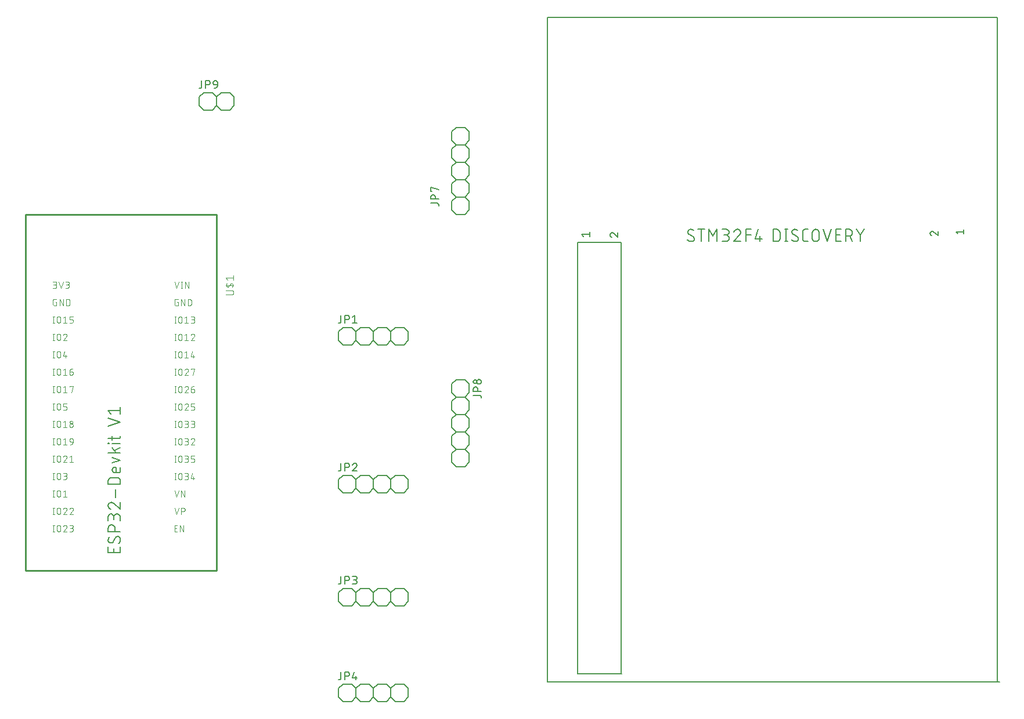
<source format=gbr>
G04 EAGLE Gerber RS-274X export*
G75*
%MOMM*%
%FSLAX34Y34*%
%LPD*%
%INSilkscreen Top*%
%IPPOS*%
%AMOC8*
5,1,8,0,0,1.08239X$1,22.5*%
G01*
%ADD10C,0.127000*%
%ADD11C,0.152400*%
%ADD12C,0.076200*%
%ADD13C,0.254000*%
%ADD14C,0.101600*%


D10*
X882400Y78600D02*
X901400Y78600D01*
X927400Y78600D02*
X946400Y78600D01*
X927400Y78600D02*
X927100Y78700D01*
X901100Y78700D01*
X901400Y78600D01*
X890725Y717015D02*
X888185Y720190D01*
X899615Y720190D01*
X899615Y717015D02*
X899615Y723365D01*
X929485Y719608D02*
X929487Y719712D01*
X929493Y719817D01*
X929502Y719921D01*
X929515Y720024D01*
X929533Y720127D01*
X929553Y720229D01*
X929578Y720331D01*
X929606Y720431D01*
X929638Y720531D01*
X929674Y720629D01*
X929713Y720726D01*
X929755Y720821D01*
X929801Y720915D01*
X929851Y721007D01*
X929903Y721097D01*
X929959Y721185D01*
X930019Y721271D01*
X930081Y721355D01*
X930146Y721436D01*
X930214Y721515D01*
X930286Y721592D01*
X930359Y721665D01*
X930436Y721737D01*
X930515Y721805D01*
X930596Y721870D01*
X930680Y721932D01*
X930766Y721992D01*
X930854Y722048D01*
X930944Y722100D01*
X931036Y722150D01*
X931130Y722196D01*
X931225Y722238D01*
X931322Y722277D01*
X931420Y722313D01*
X931520Y722345D01*
X931620Y722373D01*
X931722Y722398D01*
X931824Y722418D01*
X931927Y722436D01*
X932030Y722449D01*
X932134Y722458D01*
X932239Y722464D01*
X932343Y722466D01*
X929485Y719608D02*
X929487Y719490D01*
X929493Y719371D01*
X929502Y719253D01*
X929515Y719136D01*
X929533Y719019D01*
X929553Y718902D01*
X929578Y718786D01*
X929606Y718671D01*
X929639Y718558D01*
X929674Y718445D01*
X929714Y718333D01*
X929756Y718223D01*
X929803Y718114D01*
X929853Y718006D01*
X929906Y717901D01*
X929963Y717797D01*
X930023Y717695D01*
X930086Y717595D01*
X930153Y717497D01*
X930222Y717401D01*
X930295Y717308D01*
X930371Y717217D01*
X930449Y717128D01*
X930531Y717042D01*
X930615Y716959D01*
X930701Y716878D01*
X930791Y716801D01*
X930882Y716726D01*
X930976Y716654D01*
X931073Y716585D01*
X931171Y716520D01*
X931272Y716457D01*
X931375Y716398D01*
X931479Y716342D01*
X931585Y716290D01*
X931693Y716241D01*
X931802Y716196D01*
X931913Y716154D01*
X932025Y716116D01*
X934565Y721513D02*
X934490Y721589D01*
X934411Y721664D01*
X934330Y721735D01*
X934246Y721804D01*
X934160Y721869D01*
X934072Y721931D01*
X933982Y721991D01*
X933890Y722047D01*
X933795Y722100D01*
X933699Y722149D01*
X933601Y722195D01*
X933502Y722238D01*
X933401Y722277D01*
X933299Y722312D01*
X933196Y722344D01*
X933092Y722372D01*
X932987Y722397D01*
X932880Y722418D01*
X932774Y722435D01*
X932667Y722448D01*
X932559Y722457D01*
X932451Y722463D01*
X932343Y722465D01*
X934565Y721513D02*
X940915Y716115D01*
X940915Y722465D01*
X945400Y708700D02*
X945400Y79100D01*
X882400Y78600D02*
X882400Y708700D01*
X945400Y708700D01*
X1433985Y723790D02*
X1436525Y720615D01*
X1433985Y723790D02*
X1445415Y723790D01*
X1445415Y720615D02*
X1445415Y726965D01*
X1399243Y724566D02*
X1399139Y724564D01*
X1399034Y724558D01*
X1398930Y724549D01*
X1398827Y724536D01*
X1398724Y724518D01*
X1398622Y724498D01*
X1398520Y724473D01*
X1398420Y724445D01*
X1398320Y724413D01*
X1398222Y724377D01*
X1398125Y724338D01*
X1398030Y724296D01*
X1397936Y724250D01*
X1397844Y724200D01*
X1397754Y724148D01*
X1397666Y724092D01*
X1397580Y724032D01*
X1397496Y723970D01*
X1397415Y723905D01*
X1397336Y723837D01*
X1397259Y723765D01*
X1397186Y723692D01*
X1397114Y723615D01*
X1397046Y723536D01*
X1396981Y723455D01*
X1396919Y723371D01*
X1396859Y723285D01*
X1396803Y723197D01*
X1396751Y723107D01*
X1396701Y723015D01*
X1396655Y722921D01*
X1396613Y722826D01*
X1396574Y722729D01*
X1396538Y722631D01*
X1396506Y722531D01*
X1396478Y722431D01*
X1396453Y722329D01*
X1396433Y722227D01*
X1396415Y722124D01*
X1396402Y722021D01*
X1396393Y721917D01*
X1396387Y721812D01*
X1396385Y721708D01*
X1396387Y721590D01*
X1396393Y721471D01*
X1396402Y721353D01*
X1396415Y721236D01*
X1396433Y721119D01*
X1396453Y721002D01*
X1396478Y720886D01*
X1396506Y720771D01*
X1396539Y720658D01*
X1396574Y720545D01*
X1396614Y720433D01*
X1396656Y720323D01*
X1396703Y720214D01*
X1396753Y720106D01*
X1396806Y720001D01*
X1396863Y719897D01*
X1396923Y719795D01*
X1396986Y719695D01*
X1397053Y719597D01*
X1397122Y719501D01*
X1397195Y719408D01*
X1397271Y719317D01*
X1397349Y719228D01*
X1397431Y719142D01*
X1397515Y719059D01*
X1397601Y718978D01*
X1397691Y718901D01*
X1397782Y718826D01*
X1397876Y718754D01*
X1397973Y718685D01*
X1398071Y718620D01*
X1398172Y718557D01*
X1398275Y718498D01*
X1398379Y718442D01*
X1398485Y718390D01*
X1398593Y718341D01*
X1398702Y718296D01*
X1398813Y718254D01*
X1398925Y718216D01*
X1401465Y723613D02*
X1401390Y723689D01*
X1401311Y723764D01*
X1401230Y723835D01*
X1401146Y723904D01*
X1401060Y723969D01*
X1400972Y724031D01*
X1400882Y724091D01*
X1400790Y724147D01*
X1400695Y724200D01*
X1400599Y724249D01*
X1400501Y724295D01*
X1400402Y724338D01*
X1400301Y724377D01*
X1400199Y724412D01*
X1400096Y724444D01*
X1399992Y724472D01*
X1399887Y724497D01*
X1399780Y724518D01*
X1399674Y724535D01*
X1399567Y724548D01*
X1399459Y724557D01*
X1399351Y724563D01*
X1399243Y724565D01*
X1401465Y723613D02*
X1407815Y718215D01*
X1407815Y724565D01*
X1494400Y66700D02*
X838400Y66700D01*
X1494400Y66700D02*
X1497400Y66700D01*
X1494400Y66700D02*
X1494400Y1036700D01*
X838400Y1036700D01*
X838400Y66700D01*
D11*
X1048389Y709662D02*
X1048513Y709664D01*
X1048637Y709670D01*
X1048761Y709680D01*
X1048884Y709693D01*
X1049007Y709711D01*
X1049129Y709732D01*
X1049251Y709757D01*
X1049372Y709786D01*
X1049491Y709819D01*
X1049610Y709855D01*
X1049727Y709896D01*
X1049843Y709939D01*
X1049958Y709987D01*
X1050071Y710038D01*
X1050183Y710093D01*
X1050292Y710151D01*
X1050400Y710212D01*
X1050506Y710277D01*
X1050610Y710345D01*
X1050711Y710417D01*
X1050811Y710491D01*
X1050907Y710569D01*
X1051002Y710649D01*
X1051094Y710733D01*
X1051183Y710819D01*
X1051269Y710908D01*
X1051353Y711000D01*
X1051433Y711095D01*
X1051511Y711191D01*
X1051585Y711291D01*
X1051657Y711392D01*
X1051725Y711496D01*
X1051790Y711602D01*
X1051851Y711710D01*
X1051909Y711819D01*
X1051964Y711931D01*
X1052015Y712044D01*
X1052063Y712159D01*
X1052106Y712275D01*
X1052147Y712392D01*
X1052183Y712511D01*
X1052216Y712630D01*
X1052245Y712751D01*
X1052270Y712873D01*
X1052291Y712995D01*
X1052309Y713118D01*
X1052322Y713241D01*
X1052332Y713365D01*
X1052338Y713489D01*
X1052340Y713613D01*
X1048389Y709662D02*
X1048189Y709664D01*
X1047990Y709672D01*
X1047790Y709683D01*
X1047591Y709700D01*
X1047393Y709722D01*
X1047195Y709748D01*
X1046998Y709779D01*
X1046801Y709814D01*
X1046605Y709855D01*
X1046411Y709900D01*
X1046217Y709949D01*
X1046025Y710004D01*
X1045834Y710063D01*
X1045645Y710126D01*
X1045457Y710194D01*
X1045271Y710266D01*
X1045087Y710343D01*
X1044904Y710424D01*
X1044724Y710510D01*
X1044545Y710600D01*
X1044369Y710694D01*
X1044195Y710792D01*
X1044024Y710894D01*
X1043855Y711001D01*
X1043689Y711111D01*
X1043525Y711226D01*
X1043364Y711344D01*
X1043206Y711466D01*
X1043051Y711592D01*
X1042899Y711722D01*
X1042750Y711855D01*
X1042604Y711991D01*
X1042462Y712132D01*
X1042956Y723491D02*
X1042958Y723615D01*
X1042964Y723739D01*
X1042974Y723863D01*
X1042987Y723986D01*
X1043005Y724109D01*
X1043026Y724231D01*
X1043051Y724353D01*
X1043080Y724474D01*
X1043113Y724593D01*
X1043149Y724712D01*
X1043190Y724829D01*
X1043233Y724945D01*
X1043281Y725060D01*
X1043332Y725173D01*
X1043387Y725285D01*
X1043445Y725394D01*
X1043506Y725502D01*
X1043571Y725608D01*
X1043639Y725712D01*
X1043711Y725813D01*
X1043785Y725913D01*
X1043863Y726009D01*
X1043943Y726104D01*
X1044027Y726196D01*
X1044113Y726285D01*
X1044202Y726371D01*
X1044294Y726455D01*
X1044389Y726535D01*
X1044485Y726613D01*
X1044585Y726687D01*
X1044686Y726759D01*
X1044790Y726827D01*
X1044896Y726892D01*
X1045004Y726953D01*
X1045113Y727011D01*
X1045225Y727066D01*
X1045338Y727117D01*
X1045453Y727165D01*
X1045569Y727208D01*
X1045686Y727249D01*
X1045805Y727285D01*
X1045924Y727318D01*
X1046045Y727347D01*
X1046167Y727372D01*
X1046289Y727393D01*
X1046412Y727411D01*
X1046535Y727424D01*
X1046659Y727434D01*
X1046783Y727440D01*
X1046907Y727442D01*
X1047084Y727440D01*
X1047260Y727434D01*
X1047436Y727423D01*
X1047612Y727408D01*
X1047788Y727389D01*
X1047963Y727366D01*
X1048137Y727339D01*
X1048311Y727308D01*
X1048484Y727272D01*
X1048656Y727233D01*
X1048827Y727189D01*
X1048997Y727141D01*
X1049166Y727089D01*
X1049333Y727033D01*
X1049499Y726974D01*
X1049664Y726910D01*
X1049827Y726842D01*
X1049988Y726771D01*
X1050148Y726695D01*
X1050306Y726616D01*
X1050462Y726533D01*
X1050616Y726447D01*
X1050768Y726357D01*
X1050917Y726263D01*
X1051064Y726165D01*
X1051209Y726065D01*
X1051352Y725960D01*
X1044932Y720034D02*
X1044827Y720097D01*
X1044724Y720164D01*
X1044624Y720235D01*
X1044526Y720308D01*
X1044429Y720384D01*
X1044336Y720463D01*
X1044245Y720545D01*
X1044156Y720629D01*
X1044070Y720716D01*
X1043986Y720806D01*
X1043906Y720898D01*
X1043828Y720993D01*
X1043753Y721090D01*
X1043681Y721190D01*
X1043613Y721291D01*
X1043547Y721395D01*
X1043485Y721500D01*
X1043426Y721607D01*
X1043370Y721716D01*
X1043317Y721827D01*
X1043268Y721939D01*
X1043222Y722053D01*
X1043180Y722168D01*
X1043142Y722284D01*
X1043107Y722402D01*
X1043075Y722520D01*
X1043047Y722640D01*
X1043023Y722760D01*
X1043003Y722881D01*
X1042986Y723002D01*
X1042973Y723124D01*
X1042963Y723246D01*
X1042958Y723368D01*
X1042956Y723491D01*
X1050364Y717070D02*
X1050469Y717007D01*
X1050572Y716940D01*
X1050672Y716869D01*
X1050770Y716796D01*
X1050867Y716720D01*
X1050960Y716641D01*
X1051051Y716559D01*
X1051140Y716475D01*
X1051226Y716388D01*
X1051310Y716298D01*
X1051390Y716206D01*
X1051468Y716111D01*
X1051543Y716014D01*
X1051615Y715914D01*
X1051683Y715813D01*
X1051749Y715709D01*
X1051811Y715604D01*
X1051870Y715497D01*
X1051926Y715388D01*
X1051979Y715277D01*
X1052028Y715165D01*
X1052074Y715051D01*
X1052116Y714936D01*
X1052154Y714820D01*
X1052189Y714702D01*
X1052221Y714584D01*
X1052249Y714464D01*
X1052273Y714344D01*
X1052293Y714223D01*
X1052310Y714102D01*
X1052323Y713980D01*
X1052333Y713858D01*
X1052338Y713736D01*
X1052340Y713613D01*
X1050364Y717070D02*
X1044931Y720034D01*
X1062476Y727442D02*
X1062476Y709662D01*
X1057537Y727442D02*
X1067415Y727442D01*
X1073858Y727442D02*
X1073858Y709662D01*
X1079785Y717564D02*
X1073858Y727442D01*
X1079785Y717564D02*
X1085712Y727442D01*
X1085712Y709662D01*
X1093272Y709662D02*
X1098211Y709662D01*
X1098351Y709664D01*
X1098490Y709670D01*
X1098630Y709680D01*
X1098769Y709694D01*
X1098908Y709711D01*
X1099046Y709733D01*
X1099183Y709759D01*
X1099320Y709788D01*
X1099456Y709821D01*
X1099590Y709858D01*
X1099724Y709899D01*
X1099856Y709944D01*
X1099988Y709993D01*
X1100117Y710045D01*
X1100245Y710100D01*
X1100372Y710160D01*
X1100497Y710223D01*
X1100620Y710289D01*
X1100741Y710359D01*
X1100860Y710432D01*
X1100977Y710509D01*
X1101091Y710589D01*
X1101204Y710672D01*
X1101314Y710758D01*
X1101421Y710848D01*
X1101526Y710940D01*
X1101628Y711035D01*
X1101728Y711133D01*
X1101825Y711234D01*
X1101919Y711338D01*
X1102009Y711444D01*
X1102097Y711553D01*
X1102182Y711664D01*
X1102263Y711778D01*
X1102342Y711893D01*
X1102417Y712011D01*
X1102488Y712132D01*
X1102556Y712254D01*
X1102621Y712377D01*
X1102682Y712503D01*
X1102740Y712631D01*
X1102794Y712759D01*
X1102844Y712890D01*
X1102891Y713022D01*
X1102934Y713155D01*
X1102973Y713289D01*
X1103008Y713424D01*
X1103039Y713560D01*
X1103067Y713698D01*
X1103090Y713835D01*
X1103110Y713974D01*
X1103126Y714113D01*
X1103138Y714252D01*
X1103146Y714391D01*
X1103150Y714531D01*
X1103150Y714671D01*
X1103146Y714811D01*
X1103138Y714950D01*
X1103126Y715089D01*
X1103110Y715228D01*
X1103090Y715367D01*
X1103067Y715504D01*
X1103039Y715642D01*
X1103008Y715778D01*
X1102973Y715913D01*
X1102934Y716047D01*
X1102891Y716180D01*
X1102844Y716312D01*
X1102794Y716443D01*
X1102740Y716571D01*
X1102682Y716699D01*
X1102621Y716825D01*
X1102556Y716948D01*
X1102488Y717071D01*
X1102417Y717191D01*
X1102342Y717309D01*
X1102263Y717424D01*
X1102182Y717538D01*
X1102097Y717649D01*
X1102009Y717758D01*
X1101919Y717864D01*
X1101825Y717968D01*
X1101728Y718069D01*
X1101628Y718167D01*
X1101526Y718262D01*
X1101421Y718354D01*
X1101314Y718444D01*
X1101204Y718530D01*
X1101091Y718613D01*
X1100977Y718693D01*
X1100860Y718770D01*
X1100741Y718843D01*
X1100620Y718913D01*
X1100497Y718979D01*
X1100372Y719042D01*
X1100245Y719102D01*
X1100117Y719157D01*
X1099988Y719209D01*
X1099856Y719258D01*
X1099724Y719303D01*
X1099590Y719344D01*
X1099456Y719381D01*
X1099320Y719414D01*
X1099183Y719443D01*
X1099046Y719469D01*
X1098908Y719491D01*
X1098769Y719508D01*
X1098630Y719522D01*
X1098490Y719532D01*
X1098351Y719538D01*
X1098211Y719540D01*
X1099198Y727442D02*
X1093272Y727442D01*
X1099198Y727442D02*
X1099322Y727440D01*
X1099446Y727434D01*
X1099570Y727424D01*
X1099693Y727411D01*
X1099816Y727393D01*
X1099938Y727372D01*
X1100060Y727347D01*
X1100181Y727318D01*
X1100300Y727285D01*
X1100419Y727249D01*
X1100536Y727208D01*
X1100652Y727165D01*
X1100767Y727117D01*
X1100880Y727066D01*
X1100992Y727011D01*
X1101101Y726953D01*
X1101209Y726892D01*
X1101315Y726827D01*
X1101419Y726759D01*
X1101520Y726687D01*
X1101620Y726613D01*
X1101716Y726535D01*
X1101811Y726455D01*
X1101903Y726371D01*
X1101992Y726285D01*
X1102078Y726196D01*
X1102162Y726104D01*
X1102242Y726009D01*
X1102320Y725913D01*
X1102394Y725813D01*
X1102466Y725712D01*
X1102534Y725608D01*
X1102599Y725502D01*
X1102660Y725394D01*
X1102718Y725285D01*
X1102773Y725173D01*
X1102824Y725060D01*
X1102872Y724945D01*
X1102915Y724829D01*
X1102956Y724712D01*
X1102992Y724593D01*
X1103025Y724474D01*
X1103054Y724353D01*
X1103079Y724231D01*
X1103100Y724109D01*
X1103118Y723986D01*
X1103131Y723863D01*
X1103141Y723739D01*
X1103147Y723615D01*
X1103149Y723491D01*
X1103147Y723367D01*
X1103141Y723243D01*
X1103131Y723119D01*
X1103118Y722996D01*
X1103100Y722873D01*
X1103079Y722751D01*
X1103054Y722629D01*
X1103025Y722508D01*
X1102992Y722389D01*
X1102956Y722270D01*
X1102915Y722153D01*
X1102872Y722037D01*
X1102824Y721922D01*
X1102773Y721809D01*
X1102718Y721697D01*
X1102660Y721588D01*
X1102599Y721480D01*
X1102534Y721374D01*
X1102466Y721270D01*
X1102394Y721169D01*
X1102320Y721069D01*
X1102242Y720973D01*
X1102162Y720878D01*
X1102078Y720786D01*
X1101992Y720697D01*
X1101903Y720611D01*
X1101811Y720527D01*
X1101716Y720447D01*
X1101620Y720369D01*
X1101520Y720295D01*
X1101419Y720223D01*
X1101315Y720155D01*
X1101209Y720090D01*
X1101101Y720029D01*
X1100992Y719971D01*
X1100880Y719916D01*
X1100767Y719865D01*
X1100652Y719817D01*
X1100536Y719774D01*
X1100419Y719733D01*
X1100300Y719697D01*
X1100181Y719664D01*
X1100060Y719635D01*
X1099938Y719610D01*
X1099816Y719589D01*
X1099693Y719571D01*
X1099570Y719558D01*
X1099446Y719548D01*
X1099322Y719542D01*
X1099198Y719540D01*
X1095247Y719540D01*
X1115455Y727442D02*
X1115587Y727440D01*
X1115718Y727434D01*
X1115850Y727424D01*
X1115981Y727411D01*
X1116111Y727393D01*
X1116241Y727372D01*
X1116371Y727347D01*
X1116499Y727318D01*
X1116627Y727285D01*
X1116753Y727248D01*
X1116879Y727208D01*
X1117003Y727164D01*
X1117126Y727116D01*
X1117247Y727065D01*
X1117367Y727010D01*
X1117485Y726952D01*
X1117601Y726890D01*
X1117715Y726824D01*
X1117828Y726756D01*
X1117938Y726684D01*
X1118046Y726609D01*
X1118152Y726530D01*
X1118256Y726449D01*
X1118357Y726364D01*
X1118455Y726277D01*
X1118551Y726186D01*
X1118644Y726093D01*
X1118735Y725997D01*
X1118822Y725899D01*
X1118907Y725798D01*
X1118988Y725694D01*
X1119067Y725588D01*
X1119142Y725480D01*
X1119214Y725370D01*
X1119282Y725257D01*
X1119348Y725143D01*
X1119410Y725027D01*
X1119468Y724909D01*
X1119523Y724789D01*
X1119574Y724668D01*
X1119622Y724545D01*
X1119666Y724421D01*
X1119706Y724295D01*
X1119743Y724169D01*
X1119776Y724041D01*
X1119805Y723913D01*
X1119830Y723783D01*
X1119851Y723653D01*
X1119869Y723523D01*
X1119882Y723392D01*
X1119892Y723260D01*
X1119898Y723129D01*
X1119900Y722997D01*
X1115455Y727442D02*
X1115305Y727440D01*
X1115156Y727434D01*
X1115007Y727424D01*
X1114858Y727411D01*
X1114709Y727393D01*
X1114561Y727372D01*
X1114413Y727346D01*
X1114267Y727317D01*
X1114121Y727284D01*
X1113976Y727247D01*
X1113832Y727206D01*
X1113689Y727162D01*
X1113547Y727114D01*
X1113407Y727062D01*
X1113268Y727007D01*
X1113130Y726948D01*
X1112995Y726885D01*
X1112860Y726819D01*
X1112728Y726749D01*
X1112598Y726676D01*
X1112469Y726599D01*
X1112342Y726519D01*
X1112218Y726436D01*
X1112096Y726350D01*
X1111976Y726260D01*
X1111859Y726167D01*
X1111744Y726072D01*
X1111631Y725973D01*
X1111521Y725871D01*
X1111414Y725767D01*
X1111310Y725660D01*
X1111208Y725550D01*
X1111110Y725437D01*
X1111014Y725322D01*
X1110922Y725204D01*
X1110832Y725084D01*
X1110746Y724962D01*
X1110663Y724838D01*
X1110583Y724711D01*
X1110507Y724583D01*
X1110434Y724452D01*
X1110364Y724319D01*
X1110298Y724185D01*
X1110236Y724049D01*
X1110177Y723912D01*
X1110121Y723773D01*
X1110070Y723632D01*
X1110022Y723491D01*
X1118418Y719540D02*
X1118514Y719633D01*
X1118606Y719729D01*
X1118696Y719828D01*
X1118783Y719929D01*
X1118868Y720032D01*
X1118949Y720137D01*
X1119027Y720245D01*
X1119102Y720355D01*
X1119175Y720467D01*
X1119244Y720581D01*
X1119310Y720697D01*
X1119372Y720815D01*
X1119431Y720934D01*
X1119487Y721055D01*
X1119540Y721178D01*
X1119589Y721302D01*
X1119634Y721427D01*
X1119677Y721554D01*
X1119715Y721681D01*
X1119750Y721810D01*
X1119781Y721939D01*
X1119809Y722070D01*
X1119833Y722201D01*
X1119854Y722333D01*
X1119870Y722465D01*
X1119883Y722598D01*
X1119893Y722731D01*
X1119898Y722864D01*
X1119900Y722997D01*
X1118418Y719540D02*
X1110022Y709662D01*
X1119900Y709662D01*
X1127360Y709662D02*
X1127360Y727442D01*
X1135262Y727442D01*
X1135262Y719540D02*
X1127360Y719540D01*
X1141290Y713613D02*
X1145241Y727442D01*
X1141290Y713613D02*
X1151167Y713613D01*
X1148204Y717564D02*
X1148204Y709662D01*
X1167532Y709662D02*
X1167532Y727442D01*
X1172471Y727442D01*
X1172610Y727440D01*
X1172748Y727434D01*
X1172886Y727425D01*
X1173024Y727411D01*
X1173161Y727394D01*
X1173298Y727372D01*
X1173435Y727347D01*
X1173570Y727318D01*
X1173705Y727285D01*
X1173838Y727249D01*
X1173971Y727209D01*
X1174102Y727165D01*
X1174232Y727117D01*
X1174361Y727066D01*
X1174488Y727011D01*
X1174614Y726953D01*
X1174738Y726891D01*
X1174860Y726826D01*
X1174980Y726757D01*
X1175099Y726685D01*
X1175215Y726610D01*
X1175329Y726531D01*
X1175441Y726449D01*
X1175550Y726364D01*
X1175658Y726277D01*
X1175762Y726186D01*
X1175864Y726092D01*
X1175963Y725995D01*
X1176060Y725896D01*
X1176154Y725794D01*
X1176245Y725690D01*
X1176332Y725582D01*
X1176417Y725473D01*
X1176499Y725361D01*
X1176578Y725247D01*
X1176653Y725131D01*
X1176725Y725012D01*
X1176794Y724892D01*
X1176859Y724770D01*
X1176921Y724646D01*
X1176979Y724520D01*
X1177034Y724393D01*
X1177085Y724264D01*
X1177133Y724134D01*
X1177177Y724003D01*
X1177217Y723870D01*
X1177253Y723737D01*
X1177286Y723602D01*
X1177315Y723467D01*
X1177340Y723330D01*
X1177362Y723193D01*
X1177379Y723056D01*
X1177393Y722918D01*
X1177402Y722780D01*
X1177408Y722642D01*
X1177410Y722503D01*
X1177410Y714601D01*
X1177408Y714462D01*
X1177402Y714324D01*
X1177393Y714186D01*
X1177379Y714048D01*
X1177362Y713911D01*
X1177340Y713774D01*
X1177315Y713637D01*
X1177286Y713502D01*
X1177253Y713367D01*
X1177217Y713234D01*
X1177177Y713101D01*
X1177133Y712970D01*
X1177085Y712840D01*
X1177034Y712711D01*
X1176979Y712584D01*
X1176921Y712458D01*
X1176859Y712334D01*
X1176794Y712212D01*
X1176725Y712092D01*
X1176653Y711973D01*
X1176578Y711857D01*
X1176499Y711743D01*
X1176417Y711631D01*
X1176332Y711522D01*
X1176245Y711414D01*
X1176154Y711310D01*
X1176060Y711208D01*
X1175963Y711109D01*
X1175864Y711012D01*
X1175762Y710918D01*
X1175658Y710827D01*
X1175550Y710740D01*
X1175441Y710655D01*
X1175329Y710573D01*
X1175215Y710494D01*
X1175099Y710419D01*
X1174980Y710347D01*
X1174860Y710278D01*
X1174738Y710213D01*
X1174614Y710151D01*
X1174488Y710093D01*
X1174361Y710038D01*
X1174232Y709987D01*
X1174102Y709939D01*
X1173971Y709895D01*
X1173838Y709855D01*
X1173705Y709819D01*
X1173570Y709786D01*
X1173435Y709757D01*
X1173298Y709732D01*
X1173161Y709710D01*
X1173024Y709693D01*
X1172886Y709679D01*
X1172748Y709670D01*
X1172610Y709664D01*
X1172471Y709662D01*
X1167532Y709662D01*
X1186430Y709662D02*
X1186430Y727442D01*
X1184454Y709662D02*
X1188405Y709662D01*
X1188405Y727442D02*
X1184454Y727442D01*
X1200259Y709662D02*
X1200383Y709664D01*
X1200507Y709670D01*
X1200631Y709680D01*
X1200754Y709693D01*
X1200877Y709711D01*
X1200999Y709732D01*
X1201121Y709757D01*
X1201242Y709786D01*
X1201361Y709819D01*
X1201480Y709855D01*
X1201597Y709896D01*
X1201713Y709939D01*
X1201828Y709987D01*
X1201941Y710038D01*
X1202053Y710093D01*
X1202162Y710151D01*
X1202270Y710212D01*
X1202376Y710277D01*
X1202480Y710345D01*
X1202581Y710417D01*
X1202681Y710491D01*
X1202777Y710569D01*
X1202872Y710649D01*
X1202964Y710733D01*
X1203053Y710819D01*
X1203139Y710908D01*
X1203223Y711000D01*
X1203303Y711095D01*
X1203381Y711191D01*
X1203455Y711291D01*
X1203527Y711392D01*
X1203595Y711496D01*
X1203660Y711602D01*
X1203721Y711710D01*
X1203779Y711819D01*
X1203834Y711931D01*
X1203885Y712044D01*
X1203933Y712159D01*
X1203976Y712275D01*
X1204017Y712392D01*
X1204053Y712511D01*
X1204086Y712630D01*
X1204115Y712751D01*
X1204140Y712873D01*
X1204161Y712995D01*
X1204179Y713118D01*
X1204192Y713241D01*
X1204202Y713365D01*
X1204208Y713489D01*
X1204210Y713613D01*
X1200259Y709662D02*
X1200059Y709664D01*
X1199860Y709672D01*
X1199660Y709683D01*
X1199461Y709700D01*
X1199263Y709722D01*
X1199065Y709748D01*
X1198868Y709779D01*
X1198671Y709814D01*
X1198475Y709855D01*
X1198281Y709900D01*
X1198087Y709949D01*
X1197895Y710004D01*
X1197704Y710063D01*
X1197515Y710126D01*
X1197327Y710194D01*
X1197141Y710266D01*
X1196957Y710343D01*
X1196774Y710424D01*
X1196594Y710510D01*
X1196415Y710600D01*
X1196239Y710694D01*
X1196065Y710792D01*
X1195894Y710894D01*
X1195725Y711001D01*
X1195559Y711111D01*
X1195395Y711226D01*
X1195234Y711344D01*
X1195076Y711466D01*
X1194921Y711592D01*
X1194769Y711722D01*
X1194620Y711855D01*
X1194474Y711991D01*
X1194332Y712132D01*
X1194827Y723491D02*
X1194829Y723615D01*
X1194835Y723739D01*
X1194845Y723863D01*
X1194858Y723986D01*
X1194876Y724109D01*
X1194897Y724231D01*
X1194922Y724353D01*
X1194951Y724474D01*
X1194984Y724593D01*
X1195020Y724712D01*
X1195061Y724829D01*
X1195104Y724945D01*
X1195152Y725060D01*
X1195203Y725173D01*
X1195258Y725285D01*
X1195316Y725394D01*
X1195377Y725502D01*
X1195442Y725608D01*
X1195510Y725712D01*
X1195582Y725813D01*
X1195656Y725913D01*
X1195734Y726009D01*
X1195814Y726104D01*
X1195898Y726196D01*
X1195984Y726285D01*
X1196073Y726371D01*
X1196165Y726455D01*
X1196260Y726535D01*
X1196356Y726613D01*
X1196456Y726687D01*
X1196557Y726759D01*
X1196661Y726827D01*
X1196767Y726892D01*
X1196875Y726953D01*
X1196984Y727011D01*
X1197096Y727066D01*
X1197209Y727117D01*
X1197324Y727165D01*
X1197440Y727208D01*
X1197557Y727249D01*
X1197676Y727285D01*
X1197795Y727318D01*
X1197916Y727347D01*
X1198038Y727372D01*
X1198160Y727393D01*
X1198283Y727411D01*
X1198406Y727424D01*
X1198530Y727434D01*
X1198654Y727440D01*
X1198778Y727442D01*
X1198955Y727440D01*
X1199131Y727434D01*
X1199307Y727423D01*
X1199483Y727408D01*
X1199659Y727389D01*
X1199834Y727366D01*
X1200008Y727339D01*
X1200182Y727308D01*
X1200355Y727272D01*
X1200527Y727233D01*
X1200698Y727189D01*
X1200868Y727141D01*
X1201037Y727089D01*
X1201204Y727033D01*
X1201370Y726974D01*
X1201535Y726910D01*
X1201698Y726842D01*
X1201859Y726771D01*
X1202019Y726695D01*
X1202177Y726616D01*
X1202333Y726533D01*
X1202487Y726447D01*
X1202639Y726357D01*
X1202788Y726263D01*
X1202935Y726165D01*
X1203080Y726065D01*
X1203223Y725960D01*
X1196802Y720034D02*
X1196697Y720097D01*
X1196594Y720164D01*
X1196494Y720235D01*
X1196396Y720308D01*
X1196299Y720384D01*
X1196206Y720463D01*
X1196115Y720545D01*
X1196026Y720629D01*
X1195940Y720716D01*
X1195856Y720806D01*
X1195776Y720898D01*
X1195698Y720993D01*
X1195623Y721090D01*
X1195551Y721190D01*
X1195483Y721291D01*
X1195417Y721395D01*
X1195355Y721500D01*
X1195296Y721607D01*
X1195240Y721716D01*
X1195187Y721827D01*
X1195138Y721939D01*
X1195092Y722053D01*
X1195050Y722168D01*
X1195012Y722284D01*
X1194977Y722402D01*
X1194945Y722520D01*
X1194917Y722640D01*
X1194893Y722760D01*
X1194873Y722881D01*
X1194856Y723002D01*
X1194843Y723124D01*
X1194833Y723246D01*
X1194828Y723368D01*
X1194826Y723491D01*
X1202235Y717070D02*
X1202340Y717007D01*
X1202443Y716940D01*
X1202543Y716869D01*
X1202641Y716796D01*
X1202738Y716720D01*
X1202831Y716641D01*
X1202922Y716559D01*
X1203011Y716475D01*
X1203097Y716388D01*
X1203181Y716298D01*
X1203261Y716206D01*
X1203339Y716111D01*
X1203414Y716014D01*
X1203486Y715914D01*
X1203554Y715813D01*
X1203620Y715709D01*
X1203682Y715604D01*
X1203741Y715497D01*
X1203797Y715388D01*
X1203850Y715277D01*
X1203899Y715165D01*
X1203945Y715051D01*
X1203987Y714936D01*
X1204025Y714820D01*
X1204060Y714702D01*
X1204092Y714584D01*
X1204120Y714464D01*
X1204144Y714344D01*
X1204164Y714223D01*
X1204181Y714102D01*
X1204194Y713980D01*
X1204204Y713858D01*
X1204209Y713736D01*
X1204211Y713613D01*
X1202235Y717070D02*
X1196802Y720034D01*
X1214440Y709662D02*
X1218391Y709662D01*
X1214440Y709662D02*
X1214316Y709664D01*
X1214192Y709670D01*
X1214068Y709680D01*
X1213945Y709693D01*
X1213822Y709711D01*
X1213700Y709732D01*
X1213578Y709757D01*
X1213457Y709786D01*
X1213338Y709819D01*
X1213219Y709855D01*
X1213102Y709896D01*
X1212986Y709939D01*
X1212871Y709987D01*
X1212758Y710038D01*
X1212646Y710093D01*
X1212537Y710151D01*
X1212429Y710212D01*
X1212323Y710277D01*
X1212219Y710345D01*
X1212118Y710417D01*
X1212018Y710491D01*
X1211922Y710569D01*
X1211827Y710649D01*
X1211735Y710733D01*
X1211646Y710819D01*
X1211560Y710908D01*
X1211476Y711000D01*
X1211396Y711095D01*
X1211318Y711191D01*
X1211244Y711291D01*
X1211172Y711392D01*
X1211104Y711496D01*
X1211039Y711602D01*
X1210978Y711710D01*
X1210920Y711819D01*
X1210865Y711931D01*
X1210814Y712044D01*
X1210766Y712159D01*
X1210723Y712275D01*
X1210682Y712392D01*
X1210646Y712511D01*
X1210613Y712630D01*
X1210584Y712751D01*
X1210559Y712873D01*
X1210538Y712995D01*
X1210520Y713118D01*
X1210507Y713241D01*
X1210497Y713365D01*
X1210491Y713489D01*
X1210489Y713613D01*
X1210489Y723491D01*
X1210491Y723615D01*
X1210497Y723739D01*
X1210507Y723863D01*
X1210520Y723986D01*
X1210538Y724109D01*
X1210559Y724231D01*
X1210584Y724353D01*
X1210613Y724474D01*
X1210646Y724593D01*
X1210682Y724712D01*
X1210723Y724829D01*
X1210766Y724945D01*
X1210814Y725060D01*
X1210865Y725173D01*
X1210920Y725285D01*
X1210978Y725394D01*
X1211039Y725502D01*
X1211104Y725608D01*
X1211172Y725712D01*
X1211244Y725813D01*
X1211318Y725913D01*
X1211396Y726009D01*
X1211476Y726104D01*
X1211560Y726196D01*
X1211646Y726285D01*
X1211735Y726371D01*
X1211827Y726455D01*
X1211922Y726535D01*
X1212018Y726613D01*
X1212118Y726687D01*
X1212219Y726759D01*
X1212323Y726827D01*
X1212429Y726892D01*
X1212537Y726953D01*
X1212646Y727011D01*
X1212758Y727066D01*
X1212871Y727117D01*
X1212986Y727165D01*
X1213102Y727208D01*
X1213219Y727249D01*
X1213338Y727285D01*
X1213457Y727318D01*
X1213578Y727347D01*
X1213700Y727372D01*
X1213822Y727393D01*
X1213945Y727411D01*
X1214068Y727424D01*
X1214192Y727434D01*
X1214316Y727440D01*
X1214440Y727442D01*
X1218391Y727442D01*
X1224484Y722503D02*
X1224484Y714601D01*
X1224483Y722503D02*
X1224485Y722643D01*
X1224491Y722782D01*
X1224501Y722922D01*
X1224515Y723061D01*
X1224532Y723200D01*
X1224554Y723338D01*
X1224580Y723475D01*
X1224609Y723612D01*
X1224642Y723748D01*
X1224679Y723882D01*
X1224720Y724016D01*
X1224765Y724148D01*
X1224814Y724280D01*
X1224866Y724409D01*
X1224921Y724537D01*
X1224981Y724664D01*
X1225044Y724789D01*
X1225110Y724912D01*
X1225180Y725033D01*
X1225253Y725152D01*
X1225330Y725269D01*
X1225410Y725383D01*
X1225493Y725496D01*
X1225579Y725606D01*
X1225669Y725713D01*
X1225761Y725818D01*
X1225856Y725920D01*
X1225954Y726020D01*
X1226055Y726117D01*
X1226159Y726211D01*
X1226265Y726301D01*
X1226374Y726389D01*
X1226485Y726474D01*
X1226599Y726555D01*
X1226714Y726634D01*
X1226832Y726709D01*
X1226953Y726780D01*
X1227075Y726848D01*
X1227198Y726913D01*
X1227324Y726974D01*
X1227452Y727032D01*
X1227580Y727086D01*
X1227711Y727136D01*
X1227843Y727183D01*
X1227976Y727226D01*
X1228110Y727265D01*
X1228245Y727300D01*
X1228381Y727331D01*
X1228519Y727359D01*
X1228656Y727382D01*
X1228795Y727402D01*
X1228934Y727418D01*
X1229073Y727430D01*
X1229212Y727438D01*
X1229352Y727442D01*
X1229492Y727442D01*
X1229632Y727438D01*
X1229771Y727430D01*
X1229910Y727418D01*
X1230049Y727402D01*
X1230188Y727382D01*
X1230325Y727359D01*
X1230463Y727331D01*
X1230599Y727300D01*
X1230734Y727265D01*
X1230868Y727226D01*
X1231001Y727183D01*
X1231133Y727136D01*
X1231264Y727086D01*
X1231392Y727032D01*
X1231520Y726974D01*
X1231646Y726913D01*
X1231769Y726848D01*
X1231892Y726780D01*
X1232012Y726709D01*
X1232130Y726634D01*
X1232245Y726555D01*
X1232359Y726474D01*
X1232470Y726389D01*
X1232579Y726301D01*
X1232685Y726211D01*
X1232789Y726117D01*
X1232890Y726020D01*
X1232988Y725920D01*
X1233083Y725818D01*
X1233175Y725713D01*
X1233265Y725606D01*
X1233351Y725496D01*
X1233434Y725383D01*
X1233514Y725269D01*
X1233591Y725152D01*
X1233664Y725033D01*
X1233734Y724912D01*
X1233800Y724789D01*
X1233863Y724664D01*
X1233923Y724537D01*
X1233978Y724409D01*
X1234030Y724280D01*
X1234079Y724148D01*
X1234124Y724016D01*
X1234165Y723882D01*
X1234202Y723748D01*
X1234235Y723612D01*
X1234264Y723475D01*
X1234290Y723338D01*
X1234312Y723200D01*
X1234329Y723061D01*
X1234343Y722922D01*
X1234353Y722782D01*
X1234359Y722643D01*
X1234361Y722503D01*
X1234361Y714601D01*
X1234359Y714461D01*
X1234353Y714322D01*
X1234343Y714182D01*
X1234329Y714043D01*
X1234312Y713904D01*
X1234290Y713766D01*
X1234264Y713629D01*
X1234235Y713492D01*
X1234202Y713356D01*
X1234165Y713222D01*
X1234124Y713088D01*
X1234079Y712956D01*
X1234030Y712824D01*
X1233978Y712695D01*
X1233923Y712567D01*
X1233863Y712440D01*
X1233800Y712315D01*
X1233734Y712192D01*
X1233664Y712071D01*
X1233591Y711952D01*
X1233514Y711835D01*
X1233434Y711721D01*
X1233351Y711608D01*
X1233265Y711498D01*
X1233175Y711391D01*
X1233083Y711286D01*
X1232988Y711184D01*
X1232890Y711084D01*
X1232789Y710987D01*
X1232685Y710893D01*
X1232579Y710803D01*
X1232470Y710715D01*
X1232359Y710630D01*
X1232245Y710549D01*
X1232130Y710470D01*
X1232012Y710395D01*
X1231892Y710324D01*
X1231769Y710256D01*
X1231646Y710191D01*
X1231520Y710130D01*
X1231392Y710072D01*
X1231264Y710018D01*
X1231133Y709968D01*
X1231001Y709921D01*
X1230868Y709878D01*
X1230734Y709839D01*
X1230599Y709804D01*
X1230463Y709773D01*
X1230325Y709745D01*
X1230188Y709722D01*
X1230049Y709702D01*
X1229910Y709686D01*
X1229771Y709674D01*
X1229632Y709666D01*
X1229492Y709662D01*
X1229352Y709662D01*
X1229212Y709666D01*
X1229073Y709674D01*
X1228934Y709686D01*
X1228795Y709702D01*
X1228656Y709722D01*
X1228519Y709745D01*
X1228381Y709773D01*
X1228245Y709804D01*
X1228110Y709839D01*
X1227976Y709878D01*
X1227843Y709921D01*
X1227711Y709968D01*
X1227580Y710018D01*
X1227452Y710072D01*
X1227324Y710130D01*
X1227198Y710191D01*
X1227075Y710256D01*
X1226953Y710324D01*
X1226832Y710395D01*
X1226714Y710470D01*
X1226599Y710549D01*
X1226485Y710630D01*
X1226374Y710715D01*
X1226265Y710803D01*
X1226159Y710893D01*
X1226055Y710987D01*
X1225954Y711084D01*
X1225856Y711184D01*
X1225761Y711286D01*
X1225669Y711391D01*
X1225579Y711498D01*
X1225493Y711608D01*
X1225410Y711721D01*
X1225330Y711835D01*
X1225253Y711952D01*
X1225180Y712071D01*
X1225110Y712192D01*
X1225044Y712315D01*
X1224981Y712440D01*
X1224921Y712567D01*
X1224866Y712695D01*
X1224814Y712824D01*
X1224765Y712956D01*
X1224720Y713088D01*
X1224679Y713222D01*
X1224642Y713356D01*
X1224609Y713492D01*
X1224580Y713629D01*
X1224554Y713766D01*
X1224532Y713904D01*
X1224515Y714043D01*
X1224501Y714182D01*
X1224491Y714322D01*
X1224485Y714461D01*
X1224483Y714601D01*
X1240246Y727442D02*
X1246173Y709662D01*
X1252099Y727442D01*
X1258571Y709662D02*
X1266474Y709662D01*
X1258571Y709662D02*
X1258571Y727442D01*
X1266474Y727442D01*
X1264498Y719540D02*
X1258571Y719540D01*
X1273145Y727442D02*
X1273145Y709662D01*
X1273145Y727442D02*
X1278084Y727442D01*
X1278224Y727440D01*
X1278363Y727434D01*
X1278503Y727424D01*
X1278642Y727410D01*
X1278781Y727393D01*
X1278919Y727371D01*
X1279056Y727345D01*
X1279193Y727316D01*
X1279329Y727283D01*
X1279463Y727246D01*
X1279597Y727205D01*
X1279729Y727160D01*
X1279861Y727111D01*
X1279990Y727059D01*
X1280118Y727004D01*
X1280245Y726944D01*
X1280370Y726881D01*
X1280493Y726815D01*
X1280614Y726745D01*
X1280733Y726672D01*
X1280850Y726595D01*
X1280964Y726515D01*
X1281077Y726432D01*
X1281187Y726346D01*
X1281294Y726256D01*
X1281399Y726164D01*
X1281501Y726069D01*
X1281601Y725971D01*
X1281698Y725870D01*
X1281792Y725766D01*
X1281882Y725660D01*
X1281970Y725551D01*
X1282055Y725440D01*
X1282136Y725326D01*
X1282215Y725211D01*
X1282290Y725093D01*
X1282361Y724973D01*
X1282429Y724850D01*
X1282494Y724727D01*
X1282555Y724601D01*
X1282613Y724473D01*
X1282667Y724345D01*
X1282717Y724214D01*
X1282764Y724082D01*
X1282807Y723949D01*
X1282846Y723815D01*
X1282881Y723680D01*
X1282912Y723544D01*
X1282940Y723406D01*
X1282963Y723269D01*
X1282983Y723130D01*
X1282999Y722991D01*
X1283011Y722852D01*
X1283019Y722713D01*
X1283023Y722573D01*
X1283023Y722433D01*
X1283019Y722293D01*
X1283011Y722154D01*
X1282999Y722015D01*
X1282983Y721876D01*
X1282963Y721737D01*
X1282940Y721600D01*
X1282912Y721462D01*
X1282881Y721326D01*
X1282846Y721191D01*
X1282807Y721057D01*
X1282764Y720924D01*
X1282717Y720792D01*
X1282667Y720661D01*
X1282613Y720533D01*
X1282555Y720405D01*
X1282494Y720279D01*
X1282429Y720156D01*
X1282361Y720034D01*
X1282290Y719913D01*
X1282215Y719795D01*
X1282136Y719680D01*
X1282055Y719566D01*
X1281970Y719455D01*
X1281882Y719346D01*
X1281792Y719240D01*
X1281698Y719136D01*
X1281601Y719035D01*
X1281501Y718937D01*
X1281399Y718842D01*
X1281294Y718750D01*
X1281187Y718660D01*
X1281077Y718574D01*
X1280964Y718491D01*
X1280850Y718411D01*
X1280733Y718334D01*
X1280614Y718261D01*
X1280493Y718191D01*
X1280370Y718125D01*
X1280245Y718062D01*
X1280118Y718002D01*
X1279990Y717947D01*
X1279861Y717895D01*
X1279729Y717846D01*
X1279597Y717801D01*
X1279463Y717760D01*
X1279329Y717723D01*
X1279193Y717690D01*
X1279056Y717661D01*
X1278919Y717635D01*
X1278781Y717613D01*
X1278642Y717596D01*
X1278503Y717582D01*
X1278363Y717572D01*
X1278224Y717566D01*
X1278084Y717564D01*
X1273145Y717564D01*
X1279072Y717564D02*
X1283023Y709662D01*
X1294749Y719046D02*
X1288822Y727442D01*
X1294749Y719046D02*
X1300676Y727442D01*
X1294749Y719046D02*
X1294749Y709662D01*
X590550Y584200D02*
X584200Y577850D01*
X590550Y584200D02*
X603250Y584200D01*
X609600Y577850D01*
X609600Y565150D01*
X603250Y558800D01*
X590550Y558800D01*
X584200Y565150D01*
X552450Y584200D02*
X539750Y584200D01*
X552450Y584200D02*
X558800Y577850D01*
X558800Y565150D01*
X552450Y558800D01*
X558800Y577850D02*
X565150Y584200D01*
X577850Y584200D01*
X584200Y577850D01*
X584200Y565150D01*
X577850Y558800D01*
X565150Y558800D01*
X558800Y565150D01*
X533400Y565150D02*
X533400Y577850D01*
X539750Y584200D01*
X533400Y565150D02*
X539750Y558800D01*
X552450Y558800D01*
X615950Y584200D02*
X628650Y584200D01*
X635000Y577850D01*
X635000Y565150D01*
X628650Y558800D01*
X609600Y577850D02*
X615950Y584200D01*
X609600Y565150D02*
X615950Y558800D01*
X628650Y558800D01*
D10*
X537083Y592963D02*
X537083Y601853D01*
X537083Y592963D02*
X537081Y592863D01*
X537075Y592764D01*
X537065Y592664D01*
X537052Y592566D01*
X537034Y592467D01*
X537013Y592370D01*
X536988Y592274D01*
X536959Y592178D01*
X536926Y592084D01*
X536890Y591991D01*
X536850Y591900D01*
X536806Y591810D01*
X536759Y591722D01*
X536709Y591636D01*
X536655Y591552D01*
X536598Y591470D01*
X536538Y591391D01*
X536474Y591313D01*
X536408Y591239D01*
X536339Y591167D01*
X536267Y591098D01*
X536193Y591032D01*
X536115Y590968D01*
X536036Y590908D01*
X535954Y590851D01*
X535870Y590797D01*
X535784Y590747D01*
X535696Y590700D01*
X535606Y590656D01*
X535515Y590616D01*
X535422Y590580D01*
X535328Y590547D01*
X535232Y590518D01*
X535136Y590493D01*
X535039Y590472D01*
X534940Y590454D01*
X534842Y590441D01*
X534742Y590431D01*
X534643Y590425D01*
X534543Y590423D01*
X533273Y590423D01*
X543063Y590423D02*
X543063Y601853D01*
X546238Y601853D01*
X546349Y601851D01*
X546459Y601845D01*
X546570Y601836D01*
X546680Y601822D01*
X546789Y601805D01*
X546898Y601784D01*
X547006Y601759D01*
X547113Y601730D01*
X547219Y601698D01*
X547324Y601662D01*
X547427Y601622D01*
X547529Y601579D01*
X547630Y601532D01*
X547729Y601481D01*
X547826Y601428D01*
X547920Y601371D01*
X548013Y601310D01*
X548104Y601247D01*
X548193Y601180D01*
X548279Y601110D01*
X548362Y601037D01*
X548444Y600962D01*
X548522Y600884D01*
X548597Y600802D01*
X548670Y600719D01*
X548740Y600633D01*
X548807Y600544D01*
X548870Y600453D01*
X548931Y600360D01*
X548988Y600265D01*
X549041Y600169D01*
X549092Y600070D01*
X549139Y599969D01*
X549182Y599867D01*
X549222Y599764D01*
X549258Y599659D01*
X549290Y599553D01*
X549319Y599446D01*
X549344Y599338D01*
X549365Y599229D01*
X549382Y599120D01*
X549396Y599010D01*
X549405Y598899D01*
X549411Y598789D01*
X549413Y598678D01*
X549411Y598567D01*
X549405Y598457D01*
X549396Y598346D01*
X549382Y598236D01*
X549365Y598127D01*
X549344Y598018D01*
X549319Y597910D01*
X549290Y597803D01*
X549258Y597697D01*
X549222Y597592D01*
X549182Y597489D01*
X549139Y597387D01*
X549092Y597286D01*
X549041Y597187D01*
X548988Y597091D01*
X548931Y596996D01*
X548870Y596903D01*
X548807Y596812D01*
X548740Y596723D01*
X548670Y596637D01*
X548597Y596554D01*
X548522Y596472D01*
X548444Y596394D01*
X548362Y596319D01*
X548279Y596246D01*
X548193Y596176D01*
X548104Y596109D01*
X548013Y596046D01*
X547920Y595985D01*
X547826Y595928D01*
X547729Y595875D01*
X547630Y595824D01*
X547529Y595777D01*
X547427Y595734D01*
X547324Y595694D01*
X547219Y595658D01*
X547113Y595626D01*
X547006Y595597D01*
X546898Y595572D01*
X546789Y595551D01*
X546680Y595534D01*
X546570Y595520D01*
X546459Y595511D01*
X546349Y595505D01*
X546238Y595503D01*
X543063Y595503D01*
X553922Y599313D02*
X557097Y601853D01*
X557097Y590423D01*
X553922Y590423D02*
X560272Y590423D01*
D11*
X590550Y368300D02*
X584200Y361950D01*
X590550Y368300D02*
X603250Y368300D01*
X609600Y361950D01*
X609600Y349250D01*
X603250Y342900D01*
X590550Y342900D01*
X584200Y349250D01*
X552450Y368300D02*
X539750Y368300D01*
X552450Y368300D02*
X558800Y361950D01*
X558800Y349250D01*
X552450Y342900D01*
X558800Y361950D02*
X565150Y368300D01*
X577850Y368300D01*
X584200Y361950D01*
X584200Y349250D01*
X577850Y342900D01*
X565150Y342900D01*
X558800Y349250D01*
X533400Y349250D02*
X533400Y361950D01*
X539750Y368300D01*
X533400Y349250D02*
X539750Y342900D01*
X552450Y342900D01*
X615950Y368300D02*
X628650Y368300D01*
X635000Y361950D01*
X635000Y349250D01*
X628650Y342900D01*
X609600Y361950D02*
X615950Y368300D01*
X609600Y349250D02*
X615950Y342900D01*
X628650Y342900D01*
D10*
X537083Y377063D02*
X537083Y385953D01*
X537083Y377063D02*
X537081Y376963D01*
X537075Y376864D01*
X537065Y376764D01*
X537052Y376666D01*
X537034Y376567D01*
X537013Y376470D01*
X536988Y376374D01*
X536959Y376278D01*
X536926Y376184D01*
X536890Y376091D01*
X536850Y376000D01*
X536806Y375910D01*
X536759Y375822D01*
X536709Y375736D01*
X536655Y375652D01*
X536598Y375570D01*
X536538Y375491D01*
X536474Y375413D01*
X536408Y375339D01*
X536339Y375267D01*
X536267Y375198D01*
X536193Y375132D01*
X536115Y375068D01*
X536036Y375008D01*
X535954Y374951D01*
X535870Y374897D01*
X535784Y374847D01*
X535696Y374800D01*
X535606Y374756D01*
X535515Y374716D01*
X535422Y374680D01*
X535328Y374647D01*
X535232Y374618D01*
X535136Y374593D01*
X535039Y374572D01*
X534940Y374554D01*
X534842Y374541D01*
X534742Y374531D01*
X534643Y374525D01*
X534543Y374523D01*
X533273Y374523D01*
X543063Y374523D02*
X543063Y385953D01*
X546238Y385953D01*
X546349Y385951D01*
X546459Y385945D01*
X546570Y385936D01*
X546680Y385922D01*
X546789Y385905D01*
X546898Y385884D01*
X547006Y385859D01*
X547113Y385830D01*
X547219Y385798D01*
X547324Y385762D01*
X547427Y385722D01*
X547529Y385679D01*
X547630Y385632D01*
X547729Y385581D01*
X547826Y385528D01*
X547920Y385471D01*
X548013Y385410D01*
X548104Y385347D01*
X548193Y385280D01*
X548279Y385210D01*
X548362Y385137D01*
X548444Y385062D01*
X548522Y384984D01*
X548597Y384902D01*
X548670Y384819D01*
X548740Y384733D01*
X548807Y384644D01*
X548870Y384553D01*
X548931Y384460D01*
X548988Y384365D01*
X549041Y384269D01*
X549092Y384170D01*
X549139Y384069D01*
X549182Y383967D01*
X549222Y383864D01*
X549258Y383759D01*
X549290Y383653D01*
X549319Y383546D01*
X549344Y383438D01*
X549365Y383329D01*
X549382Y383220D01*
X549396Y383110D01*
X549405Y382999D01*
X549411Y382889D01*
X549413Y382778D01*
X549411Y382667D01*
X549405Y382557D01*
X549396Y382446D01*
X549382Y382336D01*
X549365Y382227D01*
X549344Y382118D01*
X549319Y382010D01*
X549290Y381903D01*
X549258Y381797D01*
X549222Y381692D01*
X549182Y381589D01*
X549139Y381487D01*
X549092Y381386D01*
X549041Y381287D01*
X548988Y381190D01*
X548931Y381096D01*
X548870Y381003D01*
X548807Y380912D01*
X548740Y380823D01*
X548670Y380737D01*
X548597Y380654D01*
X548522Y380572D01*
X548444Y380494D01*
X548362Y380419D01*
X548279Y380346D01*
X548193Y380276D01*
X548104Y380209D01*
X548013Y380146D01*
X547920Y380085D01*
X547826Y380028D01*
X547729Y379975D01*
X547630Y379924D01*
X547529Y379877D01*
X547427Y379834D01*
X547324Y379794D01*
X547219Y379758D01*
X547113Y379726D01*
X547006Y379697D01*
X546898Y379672D01*
X546789Y379651D01*
X546680Y379634D01*
X546570Y379620D01*
X546459Y379611D01*
X546349Y379605D01*
X546238Y379603D01*
X543063Y379603D01*
X557414Y385954D02*
X557518Y385952D01*
X557623Y385946D01*
X557727Y385937D01*
X557830Y385924D01*
X557933Y385906D01*
X558035Y385886D01*
X558137Y385861D01*
X558237Y385833D01*
X558337Y385801D01*
X558435Y385765D01*
X558532Y385726D01*
X558627Y385684D01*
X558721Y385638D01*
X558813Y385588D01*
X558903Y385536D01*
X558991Y385480D01*
X559077Y385420D01*
X559161Y385358D01*
X559242Y385293D01*
X559321Y385225D01*
X559398Y385153D01*
X559471Y385080D01*
X559543Y385003D01*
X559611Y384924D01*
X559676Y384843D01*
X559738Y384759D01*
X559798Y384673D01*
X559854Y384585D01*
X559906Y384495D01*
X559956Y384403D01*
X560002Y384309D01*
X560044Y384214D01*
X560083Y384117D01*
X560119Y384019D01*
X560151Y383919D01*
X560179Y383819D01*
X560204Y383717D01*
X560224Y383615D01*
X560242Y383512D01*
X560255Y383409D01*
X560264Y383305D01*
X560270Y383200D01*
X560272Y383096D01*
X557414Y385953D02*
X557296Y385951D01*
X557177Y385945D01*
X557059Y385936D01*
X556942Y385923D01*
X556825Y385905D01*
X556708Y385885D01*
X556592Y385860D01*
X556477Y385832D01*
X556364Y385799D01*
X556251Y385764D01*
X556139Y385724D01*
X556029Y385682D01*
X555920Y385635D01*
X555812Y385585D01*
X555707Y385532D01*
X555603Y385475D01*
X555501Y385415D01*
X555401Y385352D01*
X555303Y385285D01*
X555207Y385216D01*
X555114Y385143D01*
X555023Y385067D01*
X554934Y384989D01*
X554848Y384907D01*
X554765Y384823D01*
X554684Y384737D01*
X554607Y384647D01*
X554532Y384556D01*
X554460Y384462D01*
X554391Y384365D01*
X554326Y384267D01*
X554263Y384166D01*
X554204Y384063D01*
X554148Y383959D01*
X554096Y383853D01*
X554047Y383745D01*
X554002Y383636D01*
X553960Y383525D01*
X553922Y383413D01*
X559320Y380874D02*
X559396Y380949D01*
X559471Y381028D01*
X559542Y381109D01*
X559611Y381193D01*
X559676Y381279D01*
X559738Y381367D01*
X559798Y381457D01*
X559854Y381549D01*
X559907Y381644D01*
X559956Y381740D01*
X560002Y381838D01*
X560045Y381937D01*
X560084Y382038D01*
X560119Y382140D01*
X560151Y382243D01*
X560179Y382347D01*
X560204Y382452D01*
X560225Y382559D01*
X560242Y382665D01*
X560255Y382772D01*
X560264Y382880D01*
X560270Y382988D01*
X560272Y383096D01*
X559319Y380873D02*
X553922Y374523D01*
X560272Y374523D01*
D11*
X590550Y203200D02*
X584200Y196850D01*
X590550Y203200D02*
X603250Y203200D01*
X609600Y196850D01*
X609600Y184150D01*
X603250Y177800D01*
X590550Y177800D01*
X584200Y184150D01*
X552450Y203200D02*
X539750Y203200D01*
X552450Y203200D02*
X558800Y196850D01*
X558800Y184150D01*
X552450Y177800D01*
X558800Y196850D02*
X565150Y203200D01*
X577850Y203200D01*
X584200Y196850D01*
X584200Y184150D01*
X577850Y177800D01*
X565150Y177800D01*
X558800Y184150D01*
X533400Y184150D02*
X533400Y196850D01*
X539750Y203200D01*
X533400Y184150D02*
X539750Y177800D01*
X552450Y177800D01*
X615950Y203200D02*
X628650Y203200D01*
X635000Y196850D01*
X635000Y184150D01*
X628650Y177800D01*
X609600Y196850D02*
X615950Y203200D01*
X609600Y184150D02*
X615950Y177800D01*
X628650Y177800D01*
D10*
X537083Y211963D02*
X537083Y220853D01*
X537083Y211963D02*
X537081Y211863D01*
X537075Y211764D01*
X537065Y211664D01*
X537052Y211566D01*
X537034Y211467D01*
X537013Y211370D01*
X536988Y211274D01*
X536959Y211178D01*
X536926Y211084D01*
X536890Y210991D01*
X536850Y210900D01*
X536806Y210810D01*
X536759Y210722D01*
X536709Y210636D01*
X536655Y210552D01*
X536598Y210470D01*
X536538Y210391D01*
X536474Y210313D01*
X536408Y210239D01*
X536339Y210167D01*
X536267Y210098D01*
X536193Y210032D01*
X536115Y209968D01*
X536036Y209908D01*
X535954Y209851D01*
X535870Y209797D01*
X535784Y209747D01*
X535696Y209700D01*
X535606Y209656D01*
X535515Y209616D01*
X535422Y209580D01*
X535328Y209547D01*
X535232Y209518D01*
X535136Y209493D01*
X535039Y209472D01*
X534940Y209454D01*
X534842Y209441D01*
X534742Y209431D01*
X534643Y209425D01*
X534543Y209423D01*
X533273Y209423D01*
X543063Y209423D02*
X543063Y220853D01*
X546238Y220853D01*
X546349Y220851D01*
X546459Y220845D01*
X546570Y220836D01*
X546680Y220822D01*
X546789Y220805D01*
X546898Y220784D01*
X547006Y220759D01*
X547113Y220730D01*
X547219Y220698D01*
X547324Y220662D01*
X547427Y220622D01*
X547529Y220579D01*
X547630Y220532D01*
X547729Y220481D01*
X547826Y220428D01*
X547920Y220371D01*
X548013Y220310D01*
X548104Y220247D01*
X548193Y220180D01*
X548279Y220110D01*
X548362Y220037D01*
X548444Y219962D01*
X548522Y219884D01*
X548597Y219802D01*
X548670Y219719D01*
X548740Y219633D01*
X548807Y219544D01*
X548870Y219453D01*
X548931Y219360D01*
X548988Y219265D01*
X549041Y219169D01*
X549092Y219070D01*
X549139Y218969D01*
X549182Y218867D01*
X549222Y218764D01*
X549258Y218659D01*
X549290Y218553D01*
X549319Y218446D01*
X549344Y218338D01*
X549365Y218229D01*
X549382Y218120D01*
X549396Y218010D01*
X549405Y217899D01*
X549411Y217789D01*
X549413Y217678D01*
X549411Y217567D01*
X549405Y217457D01*
X549396Y217346D01*
X549382Y217236D01*
X549365Y217127D01*
X549344Y217018D01*
X549319Y216910D01*
X549290Y216803D01*
X549258Y216697D01*
X549222Y216592D01*
X549182Y216489D01*
X549139Y216387D01*
X549092Y216286D01*
X549041Y216187D01*
X548988Y216090D01*
X548931Y215996D01*
X548870Y215903D01*
X548807Y215812D01*
X548740Y215723D01*
X548670Y215637D01*
X548597Y215554D01*
X548522Y215472D01*
X548444Y215394D01*
X548362Y215319D01*
X548279Y215246D01*
X548193Y215176D01*
X548104Y215109D01*
X548013Y215046D01*
X547920Y214985D01*
X547826Y214928D01*
X547729Y214875D01*
X547630Y214824D01*
X547529Y214777D01*
X547427Y214734D01*
X547324Y214694D01*
X547219Y214658D01*
X547113Y214626D01*
X547006Y214597D01*
X546898Y214572D01*
X546789Y214551D01*
X546680Y214534D01*
X546570Y214520D01*
X546459Y214511D01*
X546349Y214505D01*
X546238Y214503D01*
X543063Y214503D01*
X553922Y209423D02*
X557097Y209423D01*
X557208Y209425D01*
X557318Y209431D01*
X557429Y209440D01*
X557539Y209454D01*
X557648Y209471D01*
X557757Y209492D01*
X557865Y209517D01*
X557972Y209546D01*
X558078Y209578D01*
X558183Y209614D01*
X558286Y209654D01*
X558388Y209697D01*
X558489Y209744D01*
X558588Y209795D01*
X558685Y209848D01*
X558779Y209905D01*
X558872Y209966D01*
X558963Y210029D01*
X559052Y210096D01*
X559138Y210166D01*
X559221Y210239D01*
X559303Y210314D01*
X559381Y210392D01*
X559456Y210474D01*
X559529Y210557D01*
X559599Y210643D01*
X559666Y210732D01*
X559729Y210823D01*
X559790Y210916D01*
X559847Y211010D01*
X559900Y211107D01*
X559951Y211206D01*
X559998Y211307D01*
X560041Y211409D01*
X560081Y211512D01*
X560117Y211617D01*
X560149Y211723D01*
X560178Y211830D01*
X560203Y211938D01*
X560224Y212047D01*
X560241Y212156D01*
X560255Y212266D01*
X560264Y212377D01*
X560270Y212487D01*
X560272Y212598D01*
X560270Y212709D01*
X560264Y212819D01*
X560255Y212930D01*
X560241Y213040D01*
X560224Y213149D01*
X560203Y213258D01*
X560178Y213366D01*
X560149Y213473D01*
X560117Y213579D01*
X560081Y213684D01*
X560041Y213787D01*
X559998Y213889D01*
X559951Y213990D01*
X559900Y214089D01*
X559847Y214185D01*
X559790Y214280D01*
X559729Y214373D01*
X559666Y214464D01*
X559599Y214553D01*
X559529Y214639D01*
X559456Y214722D01*
X559381Y214804D01*
X559303Y214882D01*
X559221Y214957D01*
X559138Y215030D01*
X559052Y215100D01*
X558963Y215167D01*
X558872Y215230D01*
X558779Y215291D01*
X558685Y215348D01*
X558588Y215401D01*
X558489Y215452D01*
X558388Y215499D01*
X558286Y215542D01*
X558183Y215582D01*
X558078Y215618D01*
X557972Y215650D01*
X557865Y215679D01*
X557757Y215704D01*
X557648Y215725D01*
X557539Y215742D01*
X557429Y215756D01*
X557318Y215765D01*
X557208Y215771D01*
X557097Y215773D01*
X557732Y220853D02*
X553922Y220853D01*
X557732Y220853D02*
X557832Y220851D01*
X557931Y220845D01*
X558031Y220835D01*
X558129Y220822D01*
X558228Y220804D01*
X558325Y220783D01*
X558421Y220758D01*
X558517Y220729D01*
X558611Y220696D01*
X558704Y220660D01*
X558795Y220620D01*
X558885Y220576D01*
X558973Y220529D01*
X559059Y220479D01*
X559143Y220425D01*
X559225Y220368D01*
X559304Y220308D01*
X559382Y220244D01*
X559456Y220178D01*
X559528Y220109D01*
X559597Y220037D01*
X559663Y219963D01*
X559727Y219885D01*
X559787Y219806D01*
X559844Y219724D01*
X559898Y219640D01*
X559948Y219554D01*
X559995Y219466D01*
X560039Y219376D01*
X560079Y219285D01*
X560115Y219192D01*
X560148Y219098D01*
X560177Y219002D01*
X560202Y218906D01*
X560223Y218809D01*
X560241Y218710D01*
X560254Y218612D01*
X560264Y218512D01*
X560270Y218413D01*
X560272Y218313D01*
X560270Y218213D01*
X560264Y218114D01*
X560254Y218014D01*
X560241Y217916D01*
X560223Y217817D01*
X560202Y217720D01*
X560177Y217624D01*
X560148Y217528D01*
X560115Y217434D01*
X560079Y217341D01*
X560039Y217250D01*
X559995Y217160D01*
X559948Y217072D01*
X559898Y216986D01*
X559844Y216902D01*
X559787Y216820D01*
X559727Y216741D01*
X559663Y216663D01*
X559597Y216589D01*
X559528Y216517D01*
X559456Y216448D01*
X559382Y216382D01*
X559304Y216318D01*
X559225Y216258D01*
X559143Y216201D01*
X559059Y216147D01*
X558973Y216097D01*
X558885Y216050D01*
X558795Y216006D01*
X558704Y215966D01*
X558611Y215930D01*
X558517Y215897D01*
X558421Y215868D01*
X558325Y215843D01*
X558228Y215822D01*
X558129Y215804D01*
X558031Y215791D01*
X557931Y215781D01*
X557832Y215775D01*
X557732Y215773D01*
X555192Y215773D01*
D11*
X590550Y63500D02*
X584200Y57150D01*
X590550Y63500D02*
X603250Y63500D01*
X609600Y57150D01*
X609600Y44450D01*
X603250Y38100D01*
X590550Y38100D01*
X584200Y44450D01*
X552450Y63500D02*
X539750Y63500D01*
X552450Y63500D02*
X558800Y57150D01*
X558800Y44450D01*
X552450Y38100D01*
X558800Y57150D02*
X565150Y63500D01*
X577850Y63500D01*
X584200Y57150D01*
X584200Y44450D01*
X577850Y38100D01*
X565150Y38100D01*
X558800Y44450D01*
X533400Y44450D02*
X533400Y57150D01*
X539750Y63500D01*
X533400Y44450D02*
X539750Y38100D01*
X552450Y38100D01*
X615950Y63500D02*
X628650Y63500D01*
X635000Y57150D01*
X635000Y44450D01*
X628650Y38100D01*
X609600Y57150D02*
X615950Y63500D01*
X609600Y44450D02*
X615950Y38100D01*
X628650Y38100D01*
D10*
X537083Y72263D02*
X537083Y81153D01*
X537083Y72263D02*
X537081Y72163D01*
X537075Y72064D01*
X537065Y71964D01*
X537052Y71866D01*
X537034Y71767D01*
X537013Y71670D01*
X536988Y71574D01*
X536959Y71478D01*
X536926Y71384D01*
X536890Y71291D01*
X536850Y71200D01*
X536806Y71110D01*
X536759Y71022D01*
X536709Y70936D01*
X536655Y70852D01*
X536598Y70770D01*
X536538Y70691D01*
X536474Y70613D01*
X536408Y70539D01*
X536339Y70467D01*
X536267Y70398D01*
X536193Y70332D01*
X536115Y70268D01*
X536036Y70208D01*
X535954Y70151D01*
X535870Y70097D01*
X535784Y70047D01*
X535696Y70000D01*
X535606Y69956D01*
X535515Y69916D01*
X535422Y69880D01*
X535328Y69847D01*
X535232Y69818D01*
X535136Y69793D01*
X535039Y69772D01*
X534940Y69754D01*
X534842Y69741D01*
X534742Y69731D01*
X534643Y69725D01*
X534543Y69723D01*
X533273Y69723D01*
X543063Y69723D02*
X543063Y81153D01*
X546238Y81153D01*
X546349Y81151D01*
X546459Y81145D01*
X546570Y81136D01*
X546680Y81122D01*
X546789Y81105D01*
X546898Y81084D01*
X547006Y81059D01*
X547113Y81030D01*
X547219Y80998D01*
X547324Y80962D01*
X547427Y80922D01*
X547529Y80879D01*
X547630Y80832D01*
X547729Y80781D01*
X547826Y80728D01*
X547920Y80671D01*
X548013Y80610D01*
X548104Y80547D01*
X548193Y80480D01*
X548279Y80410D01*
X548362Y80337D01*
X548444Y80262D01*
X548522Y80184D01*
X548597Y80102D01*
X548670Y80019D01*
X548740Y79933D01*
X548807Y79844D01*
X548870Y79753D01*
X548931Y79660D01*
X548988Y79565D01*
X549041Y79469D01*
X549092Y79370D01*
X549139Y79269D01*
X549182Y79167D01*
X549222Y79064D01*
X549258Y78959D01*
X549290Y78853D01*
X549319Y78746D01*
X549344Y78638D01*
X549365Y78529D01*
X549382Y78420D01*
X549396Y78310D01*
X549405Y78199D01*
X549411Y78089D01*
X549413Y77978D01*
X549411Y77867D01*
X549405Y77757D01*
X549396Y77646D01*
X549382Y77536D01*
X549365Y77427D01*
X549344Y77318D01*
X549319Y77210D01*
X549290Y77103D01*
X549258Y76997D01*
X549222Y76892D01*
X549182Y76789D01*
X549139Y76687D01*
X549092Y76586D01*
X549041Y76487D01*
X548988Y76390D01*
X548931Y76296D01*
X548870Y76203D01*
X548807Y76112D01*
X548740Y76023D01*
X548670Y75937D01*
X548597Y75854D01*
X548522Y75772D01*
X548444Y75694D01*
X548362Y75619D01*
X548279Y75546D01*
X548193Y75476D01*
X548104Y75409D01*
X548013Y75346D01*
X547920Y75285D01*
X547826Y75228D01*
X547729Y75175D01*
X547630Y75124D01*
X547529Y75077D01*
X547427Y75034D01*
X547324Y74994D01*
X547219Y74958D01*
X547113Y74926D01*
X547006Y74897D01*
X546898Y74872D01*
X546789Y74851D01*
X546680Y74834D01*
X546570Y74820D01*
X546459Y74811D01*
X546349Y74805D01*
X546238Y74803D01*
X543063Y74803D01*
X553922Y72263D02*
X556462Y81153D01*
X553922Y72263D02*
X560272Y72263D01*
X558367Y74803D02*
X558367Y69723D01*
D11*
X698500Y831850D02*
X698500Y844550D01*
X704850Y850900D01*
X717550Y850900D01*
X723900Y844550D01*
X698500Y806450D02*
X704850Y800100D01*
X698500Y806450D02*
X698500Y819150D01*
X704850Y825500D01*
X717550Y825500D01*
X723900Y819150D01*
X723900Y806450D01*
X717550Y800100D01*
X704850Y825500D02*
X698500Y831850D01*
X717550Y825500D02*
X723900Y831850D01*
X723900Y844550D01*
X698500Y768350D02*
X698500Y755650D01*
X698500Y768350D02*
X704850Y774700D01*
X717550Y774700D01*
X723900Y768350D01*
X704850Y774700D02*
X698500Y781050D01*
X698500Y793750D01*
X704850Y800100D01*
X717550Y800100D01*
X723900Y793750D01*
X723900Y781050D01*
X717550Y774700D01*
X717550Y749300D02*
X704850Y749300D01*
X698500Y755650D01*
X717550Y749300D02*
X723900Y755650D01*
X723900Y768350D01*
X698500Y857250D02*
X698500Y869950D01*
X704850Y876300D01*
X717550Y876300D01*
X723900Y869950D01*
X704850Y850900D02*
X698500Y857250D01*
X717550Y850900D02*
X723900Y857250D01*
X723900Y869950D01*
D10*
X677037Y765683D02*
X668147Y765683D01*
X677037Y765683D02*
X677137Y765681D01*
X677236Y765675D01*
X677336Y765665D01*
X677434Y765652D01*
X677533Y765634D01*
X677630Y765613D01*
X677726Y765588D01*
X677822Y765559D01*
X677916Y765526D01*
X678009Y765490D01*
X678100Y765450D01*
X678190Y765406D01*
X678278Y765359D01*
X678364Y765309D01*
X678448Y765255D01*
X678530Y765198D01*
X678609Y765138D01*
X678687Y765074D01*
X678761Y765008D01*
X678833Y764939D01*
X678902Y764867D01*
X678968Y764793D01*
X679032Y764715D01*
X679092Y764636D01*
X679149Y764554D01*
X679203Y764470D01*
X679253Y764384D01*
X679300Y764296D01*
X679344Y764206D01*
X679384Y764115D01*
X679420Y764022D01*
X679453Y763928D01*
X679482Y763832D01*
X679507Y763736D01*
X679528Y763639D01*
X679546Y763540D01*
X679559Y763442D01*
X679569Y763342D01*
X679575Y763243D01*
X679577Y763143D01*
X679577Y761873D01*
X679577Y771663D02*
X668147Y771663D01*
X668147Y774838D01*
X668149Y774949D01*
X668155Y775059D01*
X668164Y775170D01*
X668178Y775280D01*
X668195Y775389D01*
X668216Y775498D01*
X668241Y775606D01*
X668270Y775713D01*
X668302Y775819D01*
X668338Y775924D01*
X668378Y776027D01*
X668421Y776129D01*
X668468Y776230D01*
X668519Y776329D01*
X668572Y776426D01*
X668629Y776520D01*
X668690Y776613D01*
X668753Y776704D01*
X668820Y776793D01*
X668890Y776879D01*
X668963Y776962D01*
X669038Y777044D01*
X669116Y777122D01*
X669198Y777197D01*
X669281Y777270D01*
X669367Y777340D01*
X669456Y777407D01*
X669547Y777470D01*
X669640Y777531D01*
X669735Y777588D01*
X669831Y777641D01*
X669930Y777692D01*
X670031Y777739D01*
X670133Y777782D01*
X670236Y777822D01*
X670341Y777858D01*
X670447Y777890D01*
X670554Y777919D01*
X670662Y777944D01*
X670771Y777965D01*
X670880Y777982D01*
X670990Y777996D01*
X671101Y778005D01*
X671211Y778011D01*
X671322Y778013D01*
X671433Y778011D01*
X671543Y778005D01*
X671654Y777996D01*
X671764Y777982D01*
X671873Y777965D01*
X671982Y777944D01*
X672090Y777919D01*
X672197Y777890D01*
X672303Y777858D01*
X672408Y777822D01*
X672511Y777782D01*
X672613Y777739D01*
X672714Y777692D01*
X672813Y777641D01*
X672910Y777588D01*
X673004Y777531D01*
X673097Y777470D01*
X673188Y777407D01*
X673277Y777340D01*
X673363Y777270D01*
X673446Y777197D01*
X673528Y777122D01*
X673606Y777044D01*
X673681Y776962D01*
X673754Y776879D01*
X673824Y776793D01*
X673891Y776704D01*
X673954Y776613D01*
X674015Y776520D01*
X674072Y776426D01*
X674125Y776329D01*
X674176Y776230D01*
X674223Y776129D01*
X674266Y776027D01*
X674306Y775924D01*
X674342Y775819D01*
X674374Y775713D01*
X674403Y775606D01*
X674428Y775498D01*
X674449Y775389D01*
X674466Y775280D01*
X674480Y775170D01*
X674489Y775059D01*
X674495Y774949D01*
X674497Y774838D01*
X674497Y771663D01*
X669417Y782522D02*
X668147Y782522D01*
X668147Y788872D01*
X679577Y785697D01*
D11*
X723900Y425450D02*
X723900Y412750D01*
X717550Y406400D01*
X704850Y406400D01*
X698500Y412750D01*
X723900Y450850D02*
X717550Y457200D01*
X723900Y450850D02*
X723900Y438150D01*
X717550Y431800D01*
X704850Y431800D01*
X698500Y438150D01*
X698500Y450850D01*
X704850Y457200D01*
X717550Y431800D02*
X723900Y425450D01*
X704850Y431800D02*
X698500Y425450D01*
X698500Y412750D01*
X723900Y488950D02*
X723900Y501650D01*
X723900Y488950D02*
X717550Y482600D01*
X704850Y482600D01*
X698500Y488950D01*
X717550Y482600D02*
X723900Y476250D01*
X723900Y463550D01*
X717550Y457200D01*
X704850Y457200D01*
X698500Y463550D01*
X698500Y476250D01*
X704850Y482600D01*
X704850Y508000D02*
X717550Y508000D01*
X723900Y501650D01*
X704850Y508000D02*
X698500Y501650D01*
X698500Y488950D01*
X723900Y400050D02*
X723900Y387350D01*
X717550Y381000D01*
X704850Y381000D01*
X698500Y387350D01*
X717550Y406400D02*
X723900Y400050D01*
X704850Y406400D02*
X698500Y400050D01*
X698500Y387350D01*
D10*
X730123Y484938D02*
X739013Y484938D01*
X739113Y484936D01*
X739212Y484930D01*
X739312Y484920D01*
X739410Y484907D01*
X739509Y484889D01*
X739606Y484868D01*
X739702Y484843D01*
X739798Y484814D01*
X739892Y484781D01*
X739985Y484745D01*
X740076Y484705D01*
X740166Y484661D01*
X740254Y484614D01*
X740340Y484564D01*
X740424Y484510D01*
X740506Y484453D01*
X740585Y484393D01*
X740663Y484329D01*
X740737Y484263D01*
X740809Y484194D01*
X740878Y484122D01*
X740944Y484048D01*
X741008Y483970D01*
X741068Y483891D01*
X741125Y483809D01*
X741179Y483725D01*
X741229Y483639D01*
X741276Y483551D01*
X741320Y483461D01*
X741360Y483370D01*
X741396Y483277D01*
X741429Y483183D01*
X741458Y483087D01*
X741483Y482991D01*
X741504Y482894D01*
X741522Y482795D01*
X741535Y482697D01*
X741545Y482597D01*
X741551Y482498D01*
X741553Y482398D01*
X741553Y481128D01*
X741553Y490919D02*
X730123Y490919D01*
X730123Y494094D01*
X730125Y494205D01*
X730131Y494315D01*
X730140Y494426D01*
X730154Y494536D01*
X730171Y494645D01*
X730192Y494754D01*
X730217Y494862D01*
X730246Y494969D01*
X730278Y495075D01*
X730314Y495180D01*
X730354Y495283D01*
X730397Y495385D01*
X730444Y495486D01*
X730495Y495585D01*
X730548Y495682D01*
X730605Y495776D01*
X730666Y495869D01*
X730729Y495960D01*
X730796Y496049D01*
X730866Y496135D01*
X730939Y496218D01*
X731014Y496300D01*
X731092Y496378D01*
X731174Y496453D01*
X731257Y496526D01*
X731343Y496596D01*
X731432Y496663D01*
X731523Y496726D01*
X731616Y496787D01*
X731711Y496844D01*
X731807Y496897D01*
X731906Y496948D01*
X732007Y496995D01*
X732109Y497038D01*
X732212Y497078D01*
X732317Y497114D01*
X732423Y497146D01*
X732530Y497175D01*
X732638Y497200D01*
X732747Y497221D01*
X732856Y497238D01*
X732966Y497252D01*
X733077Y497261D01*
X733187Y497267D01*
X733298Y497269D01*
X733409Y497267D01*
X733519Y497261D01*
X733630Y497252D01*
X733740Y497238D01*
X733849Y497221D01*
X733958Y497200D01*
X734066Y497175D01*
X734173Y497146D01*
X734279Y497114D01*
X734384Y497078D01*
X734487Y497038D01*
X734589Y496995D01*
X734690Y496948D01*
X734789Y496897D01*
X734886Y496844D01*
X734980Y496787D01*
X735073Y496726D01*
X735164Y496663D01*
X735253Y496596D01*
X735339Y496526D01*
X735422Y496453D01*
X735504Y496378D01*
X735582Y496300D01*
X735657Y496218D01*
X735730Y496135D01*
X735800Y496049D01*
X735867Y495960D01*
X735930Y495869D01*
X735991Y495776D01*
X736048Y495682D01*
X736101Y495585D01*
X736152Y495486D01*
X736199Y495385D01*
X736242Y495283D01*
X736282Y495180D01*
X736318Y495075D01*
X736350Y494969D01*
X736379Y494862D01*
X736404Y494754D01*
X736425Y494645D01*
X736442Y494536D01*
X736456Y494426D01*
X736465Y494315D01*
X736471Y494205D01*
X736473Y494094D01*
X736473Y490919D01*
X738378Y501777D02*
X738267Y501779D01*
X738157Y501785D01*
X738046Y501794D01*
X737936Y501808D01*
X737827Y501825D01*
X737718Y501846D01*
X737610Y501871D01*
X737503Y501900D01*
X737397Y501932D01*
X737292Y501968D01*
X737189Y502008D01*
X737087Y502051D01*
X736986Y502098D01*
X736887Y502149D01*
X736791Y502202D01*
X736696Y502259D01*
X736603Y502320D01*
X736512Y502383D01*
X736423Y502450D01*
X736337Y502520D01*
X736254Y502593D01*
X736172Y502668D01*
X736094Y502746D01*
X736019Y502828D01*
X735946Y502911D01*
X735876Y502997D01*
X735809Y503086D01*
X735746Y503177D01*
X735685Y503270D01*
X735628Y503365D01*
X735575Y503461D01*
X735524Y503560D01*
X735477Y503661D01*
X735434Y503763D01*
X735394Y503866D01*
X735358Y503971D01*
X735326Y504077D01*
X735297Y504184D01*
X735272Y504292D01*
X735251Y504401D01*
X735234Y504510D01*
X735220Y504620D01*
X735211Y504731D01*
X735205Y504841D01*
X735203Y504952D01*
X735205Y505063D01*
X735211Y505173D01*
X735220Y505284D01*
X735234Y505394D01*
X735251Y505503D01*
X735272Y505612D01*
X735297Y505720D01*
X735326Y505827D01*
X735358Y505933D01*
X735394Y506038D01*
X735434Y506141D01*
X735477Y506243D01*
X735524Y506344D01*
X735575Y506443D01*
X735628Y506540D01*
X735685Y506634D01*
X735746Y506727D01*
X735809Y506818D01*
X735876Y506907D01*
X735946Y506993D01*
X736019Y507076D01*
X736094Y507158D01*
X736172Y507236D01*
X736254Y507311D01*
X736337Y507384D01*
X736423Y507454D01*
X736512Y507521D01*
X736603Y507584D01*
X736696Y507645D01*
X736791Y507702D01*
X736887Y507755D01*
X736986Y507806D01*
X737087Y507853D01*
X737189Y507896D01*
X737292Y507936D01*
X737397Y507972D01*
X737503Y508004D01*
X737610Y508033D01*
X737718Y508058D01*
X737827Y508079D01*
X737936Y508096D01*
X738046Y508110D01*
X738157Y508119D01*
X738267Y508125D01*
X738378Y508127D01*
X738489Y508125D01*
X738599Y508119D01*
X738710Y508110D01*
X738820Y508096D01*
X738929Y508079D01*
X739038Y508058D01*
X739146Y508033D01*
X739253Y508004D01*
X739359Y507972D01*
X739464Y507936D01*
X739567Y507896D01*
X739669Y507853D01*
X739770Y507806D01*
X739869Y507755D01*
X739966Y507702D01*
X740060Y507645D01*
X740153Y507584D01*
X740244Y507521D01*
X740333Y507454D01*
X740419Y507384D01*
X740502Y507311D01*
X740584Y507236D01*
X740662Y507158D01*
X740737Y507076D01*
X740810Y506993D01*
X740880Y506907D01*
X740947Y506818D01*
X741010Y506727D01*
X741071Y506634D01*
X741128Y506539D01*
X741181Y506443D01*
X741232Y506344D01*
X741279Y506243D01*
X741322Y506141D01*
X741362Y506038D01*
X741398Y505933D01*
X741430Y505827D01*
X741459Y505720D01*
X741484Y505612D01*
X741505Y505503D01*
X741522Y505394D01*
X741536Y505284D01*
X741545Y505173D01*
X741551Y505063D01*
X741553Y504952D01*
X741551Y504841D01*
X741545Y504731D01*
X741536Y504620D01*
X741522Y504510D01*
X741505Y504401D01*
X741484Y504292D01*
X741459Y504184D01*
X741430Y504077D01*
X741398Y503971D01*
X741362Y503866D01*
X741322Y503763D01*
X741279Y503661D01*
X741232Y503560D01*
X741181Y503461D01*
X741128Y503364D01*
X741071Y503270D01*
X741010Y503177D01*
X740947Y503086D01*
X740880Y502997D01*
X740810Y502911D01*
X740737Y502828D01*
X740662Y502746D01*
X740584Y502668D01*
X740502Y502593D01*
X740419Y502520D01*
X740333Y502450D01*
X740244Y502383D01*
X740153Y502320D01*
X740060Y502259D01*
X739966Y502202D01*
X739869Y502149D01*
X739770Y502098D01*
X739669Y502051D01*
X739567Y502008D01*
X739464Y501968D01*
X739359Y501932D01*
X739253Y501900D01*
X739146Y501871D01*
X739038Y501846D01*
X738929Y501825D01*
X738820Y501808D01*
X738710Y501794D01*
X738599Y501785D01*
X738489Y501779D01*
X738378Y501777D01*
X732663Y502412D02*
X732563Y502414D01*
X732464Y502420D01*
X732364Y502430D01*
X732266Y502443D01*
X732167Y502461D01*
X732070Y502482D01*
X731974Y502507D01*
X731878Y502536D01*
X731784Y502569D01*
X731691Y502605D01*
X731600Y502645D01*
X731510Y502689D01*
X731422Y502736D01*
X731336Y502786D01*
X731252Y502840D01*
X731170Y502897D01*
X731091Y502957D01*
X731013Y503021D01*
X730939Y503087D01*
X730867Y503156D01*
X730798Y503228D01*
X730732Y503302D01*
X730668Y503380D01*
X730608Y503459D01*
X730551Y503541D01*
X730497Y503625D01*
X730447Y503711D01*
X730400Y503799D01*
X730356Y503889D01*
X730316Y503980D01*
X730280Y504073D01*
X730247Y504167D01*
X730218Y504263D01*
X730193Y504359D01*
X730172Y504456D01*
X730154Y504555D01*
X730141Y504653D01*
X730131Y504753D01*
X730125Y504852D01*
X730123Y504952D01*
X730125Y505052D01*
X730131Y505151D01*
X730141Y505251D01*
X730154Y505349D01*
X730172Y505448D01*
X730193Y505545D01*
X730218Y505641D01*
X730247Y505737D01*
X730280Y505831D01*
X730316Y505924D01*
X730356Y506015D01*
X730400Y506105D01*
X730447Y506193D01*
X730497Y506279D01*
X730551Y506363D01*
X730608Y506445D01*
X730668Y506524D01*
X730732Y506602D01*
X730798Y506676D01*
X730867Y506748D01*
X730939Y506817D01*
X731013Y506883D01*
X731091Y506947D01*
X731170Y507007D01*
X731252Y507064D01*
X731336Y507118D01*
X731422Y507168D01*
X731510Y507215D01*
X731600Y507259D01*
X731691Y507299D01*
X731784Y507335D01*
X731878Y507368D01*
X731974Y507397D01*
X732070Y507422D01*
X732167Y507443D01*
X732266Y507461D01*
X732364Y507474D01*
X732464Y507484D01*
X732563Y507490D01*
X732663Y507492D01*
X732763Y507490D01*
X732862Y507484D01*
X732962Y507474D01*
X733060Y507461D01*
X733159Y507443D01*
X733256Y507422D01*
X733352Y507397D01*
X733448Y507368D01*
X733542Y507335D01*
X733635Y507299D01*
X733726Y507259D01*
X733816Y507215D01*
X733904Y507168D01*
X733990Y507118D01*
X734074Y507064D01*
X734156Y507007D01*
X734235Y506947D01*
X734313Y506883D01*
X734387Y506817D01*
X734459Y506748D01*
X734528Y506676D01*
X734594Y506602D01*
X734658Y506524D01*
X734718Y506445D01*
X734775Y506363D01*
X734829Y506279D01*
X734879Y506193D01*
X734926Y506105D01*
X734970Y506015D01*
X735010Y505924D01*
X735046Y505831D01*
X735079Y505737D01*
X735108Y505641D01*
X735133Y505545D01*
X735154Y505448D01*
X735172Y505349D01*
X735185Y505251D01*
X735195Y505151D01*
X735201Y505052D01*
X735203Y504952D01*
X735201Y504852D01*
X735195Y504753D01*
X735185Y504653D01*
X735172Y504555D01*
X735154Y504456D01*
X735133Y504359D01*
X735108Y504263D01*
X735079Y504167D01*
X735046Y504073D01*
X735010Y503980D01*
X734970Y503889D01*
X734926Y503799D01*
X734879Y503711D01*
X734829Y503625D01*
X734775Y503541D01*
X734718Y503459D01*
X734658Y503380D01*
X734594Y503302D01*
X734528Y503228D01*
X734459Y503156D01*
X734387Y503087D01*
X734313Y503021D01*
X734235Y502957D01*
X734156Y502897D01*
X734074Y502840D01*
X733990Y502786D01*
X733904Y502736D01*
X733816Y502689D01*
X733726Y502645D01*
X733635Y502605D01*
X733542Y502569D01*
X733448Y502536D01*
X733352Y502507D01*
X733256Y502482D01*
X733159Y502461D01*
X733060Y502443D01*
X732962Y502430D01*
X732862Y502420D01*
X732763Y502414D01*
X732663Y502412D01*
D11*
X349250Y927100D02*
X336550Y927100D01*
X349250Y927100D02*
X355600Y920750D01*
X355600Y908050D01*
X349250Y901700D01*
X330200Y908050D02*
X330200Y920750D01*
X336550Y927100D01*
X330200Y908050D02*
X336550Y901700D01*
X349250Y901700D01*
X355600Y920750D02*
X361950Y927100D01*
X374650Y927100D01*
X381000Y920750D01*
X381000Y908050D01*
X374650Y901700D01*
X361950Y901700D01*
X355600Y908050D01*
D10*
X333883Y935863D02*
X333883Y944753D01*
X333883Y935863D02*
X333881Y935763D01*
X333875Y935664D01*
X333865Y935564D01*
X333852Y935466D01*
X333834Y935367D01*
X333813Y935270D01*
X333788Y935174D01*
X333759Y935078D01*
X333726Y934984D01*
X333690Y934891D01*
X333650Y934800D01*
X333606Y934710D01*
X333559Y934622D01*
X333509Y934536D01*
X333455Y934452D01*
X333398Y934370D01*
X333338Y934291D01*
X333274Y934213D01*
X333208Y934139D01*
X333139Y934067D01*
X333067Y933998D01*
X332993Y933932D01*
X332915Y933868D01*
X332836Y933808D01*
X332754Y933751D01*
X332670Y933697D01*
X332584Y933647D01*
X332496Y933600D01*
X332406Y933556D01*
X332315Y933516D01*
X332222Y933480D01*
X332128Y933447D01*
X332032Y933418D01*
X331936Y933393D01*
X331839Y933372D01*
X331740Y933354D01*
X331642Y933341D01*
X331542Y933331D01*
X331443Y933325D01*
X331343Y933323D01*
X330073Y933323D01*
X339863Y933323D02*
X339863Y944753D01*
X343038Y944753D01*
X343149Y944751D01*
X343259Y944745D01*
X343370Y944736D01*
X343480Y944722D01*
X343589Y944705D01*
X343698Y944684D01*
X343806Y944659D01*
X343913Y944630D01*
X344019Y944598D01*
X344124Y944562D01*
X344227Y944522D01*
X344329Y944479D01*
X344430Y944432D01*
X344529Y944381D01*
X344626Y944328D01*
X344720Y944271D01*
X344813Y944210D01*
X344904Y944147D01*
X344993Y944080D01*
X345079Y944010D01*
X345162Y943937D01*
X345244Y943862D01*
X345322Y943784D01*
X345397Y943702D01*
X345470Y943619D01*
X345540Y943533D01*
X345607Y943444D01*
X345670Y943353D01*
X345731Y943260D01*
X345788Y943165D01*
X345841Y943069D01*
X345892Y942970D01*
X345939Y942869D01*
X345982Y942767D01*
X346022Y942664D01*
X346058Y942559D01*
X346090Y942453D01*
X346119Y942346D01*
X346144Y942238D01*
X346165Y942129D01*
X346182Y942020D01*
X346196Y941910D01*
X346205Y941799D01*
X346211Y941689D01*
X346213Y941578D01*
X346211Y941467D01*
X346205Y941357D01*
X346196Y941246D01*
X346182Y941136D01*
X346165Y941027D01*
X346144Y940918D01*
X346119Y940810D01*
X346090Y940703D01*
X346058Y940597D01*
X346022Y940492D01*
X345982Y940389D01*
X345939Y940287D01*
X345892Y940186D01*
X345841Y940087D01*
X345788Y939991D01*
X345731Y939896D01*
X345670Y939803D01*
X345607Y939712D01*
X345540Y939623D01*
X345470Y939537D01*
X345397Y939454D01*
X345322Y939372D01*
X345244Y939294D01*
X345162Y939219D01*
X345079Y939146D01*
X344993Y939076D01*
X344904Y939009D01*
X344813Y938946D01*
X344720Y938885D01*
X344626Y938828D01*
X344529Y938775D01*
X344430Y938724D01*
X344329Y938677D01*
X344227Y938634D01*
X344124Y938594D01*
X344019Y938558D01*
X343913Y938526D01*
X343806Y938497D01*
X343698Y938472D01*
X343589Y938451D01*
X343480Y938434D01*
X343370Y938420D01*
X343259Y938411D01*
X343149Y938405D01*
X343038Y938403D01*
X339863Y938403D01*
X353262Y938403D02*
X357072Y938403D01*
X353262Y938403D02*
X353162Y938405D01*
X353063Y938411D01*
X352963Y938421D01*
X352865Y938434D01*
X352766Y938452D01*
X352669Y938473D01*
X352573Y938498D01*
X352477Y938527D01*
X352383Y938560D01*
X352290Y938596D01*
X352199Y938636D01*
X352109Y938680D01*
X352021Y938727D01*
X351935Y938777D01*
X351851Y938831D01*
X351769Y938888D01*
X351690Y938948D01*
X351612Y939012D01*
X351538Y939078D01*
X351466Y939147D01*
X351397Y939219D01*
X351331Y939293D01*
X351267Y939371D01*
X351207Y939450D01*
X351150Y939532D01*
X351096Y939616D01*
X351046Y939702D01*
X350999Y939790D01*
X350955Y939880D01*
X350915Y939971D01*
X350879Y940064D01*
X350846Y940158D01*
X350817Y940254D01*
X350792Y940350D01*
X350771Y940447D01*
X350753Y940546D01*
X350740Y940644D01*
X350730Y940744D01*
X350724Y940843D01*
X350722Y940943D01*
X350722Y941578D01*
X350724Y941689D01*
X350730Y941799D01*
X350739Y941910D01*
X350753Y942020D01*
X350770Y942129D01*
X350791Y942238D01*
X350816Y942346D01*
X350845Y942453D01*
X350877Y942559D01*
X350913Y942664D01*
X350953Y942767D01*
X350996Y942869D01*
X351043Y942970D01*
X351094Y943069D01*
X351147Y943166D01*
X351204Y943260D01*
X351265Y943353D01*
X351328Y943444D01*
X351395Y943533D01*
X351465Y943619D01*
X351538Y943702D01*
X351613Y943784D01*
X351691Y943862D01*
X351773Y943937D01*
X351856Y944010D01*
X351942Y944080D01*
X352031Y944147D01*
X352122Y944210D01*
X352215Y944271D01*
X352310Y944328D01*
X352406Y944381D01*
X352505Y944432D01*
X352606Y944479D01*
X352708Y944522D01*
X352811Y944562D01*
X352916Y944598D01*
X353022Y944630D01*
X353129Y944659D01*
X353237Y944684D01*
X353346Y944705D01*
X353455Y944722D01*
X353565Y944736D01*
X353676Y944745D01*
X353786Y944751D01*
X353897Y944753D01*
X354008Y944751D01*
X354118Y944745D01*
X354229Y944736D01*
X354339Y944722D01*
X354448Y944705D01*
X354557Y944684D01*
X354665Y944659D01*
X354772Y944630D01*
X354878Y944598D01*
X354983Y944562D01*
X355086Y944522D01*
X355188Y944479D01*
X355289Y944432D01*
X355388Y944381D01*
X355485Y944328D01*
X355579Y944271D01*
X355672Y944210D01*
X355763Y944147D01*
X355852Y944080D01*
X355938Y944010D01*
X356021Y943937D01*
X356103Y943862D01*
X356181Y943784D01*
X356256Y943702D01*
X356329Y943619D01*
X356399Y943533D01*
X356466Y943444D01*
X356529Y943353D01*
X356590Y943260D01*
X356647Y943166D01*
X356700Y943069D01*
X356751Y942970D01*
X356798Y942869D01*
X356841Y942767D01*
X356881Y942664D01*
X356917Y942559D01*
X356949Y942453D01*
X356978Y942346D01*
X357003Y942238D01*
X357024Y942129D01*
X357041Y942020D01*
X357055Y941910D01*
X357064Y941799D01*
X357070Y941689D01*
X357072Y941578D01*
X357072Y938403D01*
X357070Y938263D01*
X357064Y938123D01*
X357055Y937983D01*
X357041Y937844D01*
X357024Y937705D01*
X357003Y937567D01*
X356978Y937429D01*
X356949Y937292D01*
X356917Y937156D01*
X356880Y937021D01*
X356840Y936887D01*
X356797Y936754D01*
X356749Y936622D01*
X356699Y936491D01*
X356644Y936362D01*
X356586Y936235D01*
X356525Y936109D01*
X356460Y935985D01*
X356391Y935863D01*
X356320Y935743D01*
X356245Y935625D01*
X356167Y935508D01*
X356085Y935394D01*
X356001Y935283D01*
X355913Y935174D01*
X355823Y935067D01*
X355729Y934962D01*
X355633Y934861D01*
X355534Y934762D01*
X355433Y934666D01*
X355328Y934572D01*
X355221Y934482D01*
X355112Y934394D01*
X355001Y934310D01*
X354887Y934228D01*
X354770Y934150D01*
X354652Y934075D01*
X354532Y934004D01*
X354410Y933935D01*
X354286Y933870D01*
X354160Y933809D01*
X354033Y933751D01*
X353904Y933696D01*
X353773Y933646D01*
X353641Y933598D01*
X353508Y933555D01*
X353374Y933515D01*
X353239Y933478D01*
X353103Y933446D01*
X352966Y933417D01*
X352828Y933392D01*
X352690Y933371D01*
X352551Y933354D01*
X352412Y933340D01*
X352272Y933331D01*
X352132Y933325D01*
X351992Y933323D01*
D12*
X119592Y641581D02*
X116981Y641581D01*
X119592Y641581D02*
X119693Y641583D01*
X119794Y641589D01*
X119895Y641599D01*
X119995Y641612D01*
X120095Y641630D01*
X120194Y641651D01*
X120292Y641677D01*
X120389Y641706D01*
X120485Y641738D01*
X120579Y641775D01*
X120672Y641815D01*
X120764Y641859D01*
X120853Y641906D01*
X120941Y641957D01*
X121027Y642011D01*
X121110Y642068D01*
X121192Y642128D01*
X121270Y642192D01*
X121347Y642258D01*
X121420Y642328D01*
X121491Y642400D01*
X121559Y642475D01*
X121624Y642553D01*
X121686Y642633D01*
X121745Y642715D01*
X121801Y642800D01*
X121853Y642887D01*
X121902Y642975D01*
X121948Y643066D01*
X121989Y643158D01*
X122028Y643252D01*
X122062Y643347D01*
X122093Y643443D01*
X122120Y643541D01*
X122144Y643639D01*
X122163Y643739D01*
X122179Y643839D01*
X122191Y643939D01*
X122199Y644040D01*
X122203Y644141D01*
X122203Y644243D01*
X122199Y644344D01*
X122191Y644445D01*
X122179Y644545D01*
X122163Y644645D01*
X122144Y644745D01*
X122120Y644843D01*
X122093Y644941D01*
X122062Y645037D01*
X122028Y645132D01*
X121989Y645226D01*
X121948Y645318D01*
X121902Y645409D01*
X121853Y645498D01*
X121801Y645584D01*
X121745Y645669D01*
X121686Y645751D01*
X121624Y645831D01*
X121559Y645909D01*
X121491Y645984D01*
X121420Y646056D01*
X121347Y646126D01*
X121270Y646192D01*
X121192Y646256D01*
X121110Y646316D01*
X121027Y646373D01*
X120941Y646427D01*
X120853Y646478D01*
X120764Y646525D01*
X120672Y646569D01*
X120579Y646609D01*
X120485Y646646D01*
X120389Y646678D01*
X120292Y646707D01*
X120194Y646733D01*
X120095Y646754D01*
X119995Y646772D01*
X119895Y646785D01*
X119794Y646795D01*
X119693Y646801D01*
X119592Y646803D01*
X120114Y650979D02*
X116981Y650979D01*
X120114Y650979D02*
X120204Y650977D01*
X120293Y650971D01*
X120383Y650962D01*
X120472Y650948D01*
X120560Y650931D01*
X120647Y650910D01*
X120734Y650885D01*
X120819Y650856D01*
X120903Y650824D01*
X120985Y650789D01*
X121066Y650749D01*
X121145Y650707D01*
X121222Y650661D01*
X121297Y650611D01*
X121370Y650559D01*
X121441Y650503D01*
X121509Y650445D01*
X121574Y650383D01*
X121637Y650319D01*
X121697Y650252D01*
X121754Y650183D01*
X121808Y650111D01*
X121859Y650037D01*
X121907Y649961D01*
X121951Y649883D01*
X121992Y649803D01*
X122030Y649721D01*
X122064Y649638D01*
X122094Y649553D01*
X122121Y649467D01*
X122144Y649381D01*
X122163Y649293D01*
X122178Y649204D01*
X122190Y649115D01*
X122198Y649026D01*
X122202Y648936D01*
X122202Y648846D01*
X122198Y648756D01*
X122190Y648667D01*
X122178Y648578D01*
X122163Y648489D01*
X122144Y648401D01*
X122121Y648315D01*
X122094Y648229D01*
X122064Y648144D01*
X122030Y648061D01*
X121992Y647979D01*
X121951Y647899D01*
X121907Y647821D01*
X121859Y647745D01*
X121808Y647671D01*
X121754Y647599D01*
X121697Y647530D01*
X121637Y647463D01*
X121574Y647399D01*
X121509Y647337D01*
X121441Y647279D01*
X121370Y647223D01*
X121297Y647171D01*
X121222Y647121D01*
X121145Y647075D01*
X121066Y647033D01*
X120985Y646993D01*
X120903Y646958D01*
X120819Y646926D01*
X120734Y646897D01*
X120647Y646872D01*
X120560Y646851D01*
X120472Y646834D01*
X120383Y646820D01*
X120293Y646811D01*
X120204Y646805D01*
X120114Y646803D01*
X120114Y646802D02*
X118025Y646802D01*
X125603Y650979D02*
X128736Y641581D01*
X131868Y650979D01*
X135269Y641581D02*
X137879Y641581D01*
X137980Y641583D01*
X138081Y641589D01*
X138182Y641599D01*
X138282Y641612D01*
X138382Y641630D01*
X138481Y641651D01*
X138579Y641677D01*
X138676Y641706D01*
X138772Y641738D01*
X138866Y641775D01*
X138959Y641815D01*
X139051Y641859D01*
X139140Y641906D01*
X139228Y641957D01*
X139314Y642011D01*
X139397Y642068D01*
X139479Y642128D01*
X139557Y642192D01*
X139634Y642258D01*
X139707Y642328D01*
X139778Y642400D01*
X139846Y642475D01*
X139911Y642553D01*
X139973Y642633D01*
X140032Y642715D01*
X140088Y642800D01*
X140140Y642887D01*
X140189Y642975D01*
X140235Y643066D01*
X140276Y643158D01*
X140315Y643252D01*
X140349Y643347D01*
X140380Y643443D01*
X140407Y643541D01*
X140431Y643639D01*
X140450Y643739D01*
X140466Y643839D01*
X140478Y643939D01*
X140486Y644040D01*
X140490Y644141D01*
X140490Y644243D01*
X140486Y644344D01*
X140478Y644445D01*
X140466Y644545D01*
X140450Y644645D01*
X140431Y644745D01*
X140407Y644843D01*
X140380Y644941D01*
X140349Y645037D01*
X140315Y645132D01*
X140276Y645226D01*
X140235Y645318D01*
X140189Y645409D01*
X140140Y645498D01*
X140088Y645584D01*
X140032Y645669D01*
X139973Y645751D01*
X139911Y645831D01*
X139846Y645909D01*
X139778Y645984D01*
X139707Y646056D01*
X139634Y646126D01*
X139557Y646192D01*
X139479Y646256D01*
X139397Y646316D01*
X139314Y646373D01*
X139228Y646427D01*
X139140Y646478D01*
X139051Y646525D01*
X138959Y646569D01*
X138866Y646609D01*
X138772Y646646D01*
X138676Y646678D01*
X138579Y646707D01*
X138481Y646733D01*
X138382Y646754D01*
X138282Y646772D01*
X138182Y646785D01*
X138081Y646795D01*
X137980Y646801D01*
X137879Y646803D01*
X138402Y650979D02*
X135269Y650979D01*
X138402Y650979D02*
X138492Y650977D01*
X138581Y650971D01*
X138671Y650962D01*
X138760Y650948D01*
X138848Y650931D01*
X138935Y650910D01*
X139022Y650885D01*
X139107Y650856D01*
X139191Y650824D01*
X139273Y650789D01*
X139354Y650749D01*
X139433Y650707D01*
X139510Y650661D01*
X139585Y650611D01*
X139658Y650559D01*
X139729Y650503D01*
X139797Y650445D01*
X139862Y650383D01*
X139925Y650319D01*
X139985Y650252D01*
X140042Y650183D01*
X140096Y650111D01*
X140147Y650037D01*
X140195Y649961D01*
X140239Y649883D01*
X140280Y649803D01*
X140318Y649721D01*
X140352Y649638D01*
X140382Y649553D01*
X140409Y649467D01*
X140432Y649381D01*
X140451Y649293D01*
X140466Y649204D01*
X140478Y649115D01*
X140486Y649026D01*
X140490Y648936D01*
X140490Y648846D01*
X140486Y648756D01*
X140478Y648667D01*
X140466Y648578D01*
X140451Y648489D01*
X140432Y648401D01*
X140409Y648315D01*
X140382Y648229D01*
X140352Y648144D01*
X140318Y648061D01*
X140280Y647979D01*
X140239Y647899D01*
X140195Y647821D01*
X140147Y647745D01*
X140096Y647671D01*
X140042Y647599D01*
X139985Y647530D01*
X139925Y647463D01*
X139862Y647399D01*
X139797Y647337D01*
X139729Y647279D01*
X139658Y647223D01*
X139585Y647171D01*
X139510Y647121D01*
X139433Y647075D01*
X139354Y647033D01*
X139273Y646993D01*
X139191Y646958D01*
X139107Y646926D01*
X139022Y646897D01*
X138935Y646872D01*
X138848Y646851D01*
X138760Y646834D01*
X138671Y646820D01*
X138581Y646811D01*
X138492Y646805D01*
X138402Y646803D01*
X138402Y646802D02*
X136313Y646802D01*
X122202Y621402D02*
X120636Y621402D01*
X122202Y621402D02*
X122202Y616181D01*
X119069Y616181D01*
X118980Y616183D01*
X118892Y616189D01*
X118804Y616198D01*
X118716Y616211D01*
X118629Y616228D01*
X118543Y616248D01*
X118458Y616273D01*
X118373Y616300D01*
X118290Y616332D01*
X118209Y616366D01*
X118129Y616405D01*
X118051Y616446D01*
X117974Y616491D01*
X117900Y616539D01*
X117827Y616590D01*
X117757Y616644D01*
X117690Y616702D01*
X117624Y616762D01*
X117562Y616824D01*
X117502Y616890D01*
X117444Y616957D01*
X117390Y617027D01*
X117339Y617100D01*
X117291Y617174D01*
X117246Y617251D01*
X117205Y617329D01*
X117166Y617409D01*
X117132Y617490D01*
X117100Y617573D01*
X117073Y617658D01*
X117048Y617743D01*
X117028Y617829D01*
X117011Y617916D01*
X116998Y618004D01*
X116989Y618092D01*
X116983Y618180D01*
X116981Y618269D01*
X116981Y623491D01*
X116983Y623582D01*
X116989Y623673D01*
X116999Y623764D01*
X117013Y623854D01*
X117030Y623943D01*
X117052Y624031D01*
X117078Y624119D01*
X117107Y624205D01*
X117140Y624290D01*
X117177Y624373D01*
X117217Y624455D01*
X117261Y624535D01*
X117308Y624613D01*
X117359Y624689D01*
X117412Y624762D01*
X117469Y624833D01*
X117530Y624902D01*
X117593Y624967D01*
X117658Y625030D01*
X117727Y625090D01*
X117798Y625148D01*
X117871Y625201D01*
X117947Y625252D01*
X118025Y625299D01*
X118105Y625343D01*
X118187Y625383D01*
X118270Y625420D01*
X118355Y625453D01*
X118441Y625482D01*
X118529Y625508D01*
X118617Y625530D01*
X118706Y625547D01*
X118796Y625561D01*
X118887Y625571D01*
X118978Y625577D01*
X119069Y625579D01*
X122202Y625579D01*
X126735Y625579D02*
X126735Y616181D01*
X131956Y616181D02*
X126735Y625579D01*
X131956Y625579D02*
X131956Y616181D01*
X136488Y616181D02*
X136488Y625579D01*
X139099Y625579D01*
X139199Y625577D01*
X139299Y625571D01*
X139398Y625562D01*
X139498Y625548D01*
X139596Y625531D01*
X139694Y625510D01*
X139791Y625486D01*
X139887Y625457D01*
X139982Y625425D01*
X140075Y625390D01*
X140167Y625351D01*
X140258Y625308D01*
X140346Y625262D01*
X140433Y625212D01*
X140518Y625160D01*
X140601Y625104D01*
X140682Y625045D01*
X140760Y624982D01*
X140836Y624917D01*
X140910Y624849D01*
X140980Y624779D01*
X141048Y624705D01*
X141113Y624629D01*
X141176Y624551D01*
X141235Y624470D01*
X141291Y624387D01*
X141343Y624302D01*
X141393Y624215D01*
X141439Y624127D01*
X141482Y624036D01*
X141521Y623944D01*
X141556Y623851D01*
X141588Y623756D01*
X141617Y623660D01*
X141641Y623563D01*
X141662Y623465D01*
X141679Y623367D01*
X141693Y623267D01*
X141702Y623168D01*
X141708Y623068D01*
X141710Y622968D01*
X141709Y622968D02*
X141709Y618792D01*
X141710Y618792D02*
X141708Y618692D01*
X141702Y618592D01*
X141693Y618493D01*
X141679Y618393D01*
X141662Y618295D01*
X141641Y618197D01*
X141617Y618100D01*
X141588Y618004D01*
X141556Y617909D01*
X141521Y617816D01*
X141482Y617724D01*
X141439Y617633D01*
X141393Y617545D01*
X141343Y617458D01*
X141291Y617373D01*
X141235Y617290D01*
X141176Y617209D01*
X141113Y617131D01*
X141048Y617055D01*
X140980Y616981D01*
X140910Y616911D01*
X140836Y616843D01*
X140760Y616778D01*
X140682Y616715D01*
X140601Y616656D01*
X140518Y616600D01*
X140433Y616548D01*
X140346Y616498D01*
X140258Y616452D01*
X140167Y616409D01*
X140075Y616370D01*
X139982Y616335D01*
X139887Y616303D01*
X139791Y616274D01*
X139694Y616250D01*
X139596Y616229D01*
X139498Y616212D01*
X139398Y616198D01*
X139299Y616189D01*
X139199Y616183D01*
X139099Y616181D01*
X136488Y616181D01*
X118025Y600179D02*
X118025Y590781D01*
X116981Y590781D02*
X119069Y590781D01*
X119069Y600179D02*
X116981Y600179D01*
X122730Y597568D02*
X122730Y593392D01*
X122729Y597568D02*
X122731Y597669D01*
X122737Y597770D01*
X122747Y597871D01*
X122760Y597971D01*
X122778Y598071D01*
X122799Y598170D01*
X122825Y598268D01*
X122854Y598365D01*
X122886Y598461D01*
X122923Y598555D01*
X122963Y598648D01*
X123007Y598740D01*
X123054Y598829D01*
X123105Y598917D01*
X123159Y599003D01*
X123216Y599086D01*
X123276Y599168D01*
X123340Y599246D01*
X123406Y599323D01*
X123476Y599396D01*
X123548Y599467D01*
X123623Y599535D01*
X123701Y599600D01*
X123781Y599662D01*
X123863Y599721D01*
X123948Y599777D01*
X124035Y599829D01*
X124123Y599878D01*
X124214Y599924D01*
X124306Y599965D01*
X124400Y600004D01*
X124495Y600038D01*
X124591Y600069D01*
X124689Y600096D01*
X124787Y600120D01*
X124887Y600139D01*
X124987Y600155D01*
X125087Y600167D01*
X125188Y600175D01*
X125289Y600179D01*
X125391Y600179D01*
X125492Y600175D01*
X125593Y600167D01*
X125693Y600155D01*
X125793Y600139D01*
X125893Y600120D01*
X125991Y600096D01*
X126089Y600069D01*
X126185Y600038D01*
X126280Y600004D01*
X126374Y599965D01*
X126466Y599924D01*
X126557Y599878D01*
X126646Y599829D01*
X126732Y599777D01*
X126817Y599721D01*
X126899Y599662D01*
X126979Y599600D01*
X127057Y599535D01*
X127132Y599467D01*
X127204Y599396D01*
X127274Y599323D01*
X127340Y599246D01*
X127404Y599168D01*
X127464Y599086D01*
X127521Y599003D01*
X127575Y598917D01*
X127626Y598829D01*
X127673Y598740D01*
X127717Y598648D01*
X127757Y598555D01*
X127794Y598461D01*
X127826Y598365D01*
X127855Y598268D01*
X127881Y598170D01*
X127902Y598071D01*
X127920Y597971D01*
X127933Y597871D01*
X127943Y597770D01*
X127949Y597669D01*
X127951Y597568D01*
X127951Y593392D01*
X127949Y593291D01*
X127943Y593190D01*
X127933Y593089D01*
X127920Y592989D01*
X127902Y592889D01*
X127881Y592790D01*
X127855Y592692D01*
X127826Y592595D01*
X127794Y592499D01*
X127757Y592405D01*
X127717Y592312D01*
X127673Y592220D01*
X127626Y592131D01*
X127575Y592043D01*
X127521Y591957D01*
X127464Y591874D01*
X127404Y591792D01*
X127340Y591714D01*
X127274Y591637D01*
X127204Y591564D01*
X127132Y591493D01*
X127057Y591425D01*
X126979Y591360D01*
X126899Y591298D01*
X126817Y591239D01*
X126732Y591183D01*
X126645Y591131D01*
X126557Y591082D01*
X126466Y591036D01*
X126374Y590995D01*
X126280Y590956D01*
X126185Y590922D01*
X126089Y590891D01*
X125991Y590864D01*
X125893Y590840D01*
X125793Y590821D01*
X125693Y590805D01*
X125593Y590793D01*
X125492Y590785D01*
X125391Y590781D01*
X125289Y590781D01*
X125188Y590785D01*
X125087Y590793D01*
X124987Y590805D01*
X124887Y590821D01*
X124787Y590840D01*
X124689Y590864D01*
X124591Y590891D01*
X124495Y590922D01*
X124400Y590956D01*
X124306Y590995D01*
X124214Y591036D01*
X124123Y591082D01*
X124035Y591131D01*
X123948Y591183D01*
X123863Y591239D01*
X123781Y591298D01*
X123701Y591360D01*
X123623Y591425D01*
X123548Y591493D01*
X123476Y591564D01*
X123406Y591637D01*
X123340Y591714D01*
X123276Y591792D01*
X123216Y591874D01*
X123159Y591957D01*
X123105Y592043D01*
X123054Y592131D01*
X123007Y592220D01*
X122963Y592312D01*
X122923Y592405D01*
X122886Y592499D01*
X122854Y592595D01*
X122825Y592692D01*
X122799Y592790D01*
X122778Y592889D01*
X122760Y592989D01*
X122747Y593089D01*
X122737Y593190D01*
X122731Y593291D01*
X122729Y593392D01*
X131874Y598091D02*
X134484Y600179D01*
X134484Y590781D01*
X131874Y590781D02*
X137095Y590781D01*
X141018Y590781D02*
X144150Y590781D01*
X144239Y590783D01*
X144327Y590789D01*
X144415Y590798D01*
X144503Y590811D01*
X144590Y590828D01*
X144676Y590848D01*
X144761Y590873D01*
X144846Y590900D01*
X144929Y590932D01*
X145010Y590966D01*
X145090Y591005D01*
X145168Y591046D01*
X145245Y591091D01*
X145319Y591139D01*
X145392Y591190D01*
X145462Y591244D01*
X145529Y591302D01*
X145595Y591362D01*
X145657Y591424D01*
X145717Y591490D01*
X145775Y591557D01*
X145829Y591627D01*
X145880Y591700D01*
X145928Y591774D01*
X145973Y591851D01*
X146014Y591929D01*
X146053Y592009D01*
X146087Y592090D01*
X146119Y592173D01*
X146146Y592258D01*
X146171Y592343D01*
X146191Y592429D01*
X146208Y592516D01*
X146221Y592604D01*
X146230Y592692D01*
X146236Y592780D01*
X146238Y592869D01*
X146239Y592869D02*
X146239Y593914D01*
X146238Y593914D02*
X146236Y594003D01*
X146230Y594091D01*
X146221Y594179D01*
X146208Y594267D01*
X146191Y594354D01*
X146171Y594440D01*
X146146Y594525D01*
X146119Y594610D01*
X146087Y594693D01*
X146053Y594774D01*
X146014Y594854D01*
X145973Y594932D01*
X145928Y595009D01*
X145880Y595083D01*
X145829Y595156D01*
X145775Y595226D01*
X145717Y595293D01*
X145657Y595359D01*
X145595Y595421D01*
X145529Y595481D01*
X145462Y595539D01*
X145392Y595593D01*
X145319Y595644D01*
X145245Y595692D01*
X145168Y595737D01*
X145090Y595778D01*
X145010Y595817D01*
X144929Y595851D01*
X144846Y595883D01*
X144761Y595910D01*
X144676Y595935D01*
X144590Y595955D01*
X144503Y595972D01*
X144415Y595985D01*
X144327Y595994D01*
X144239Y596000D01*
X144150Y596002D01*
X141018Y596002D01*
X141018Y600179D01*
X146239Y600179D01*
X118025Y574779D02*
X118025Y565381D01*
X116981Y565381D02*
X119069Y565381D01*
X119069Y574779D02*
X116981Y574779D01*
X122730Y572168D02*
X122730Y567992D01*
X122729Y572168D02*
X122731Y572269D01*
X122737Y572370D01*
X122747Y572471D01*
X122760Y572571D01*
X122778Y572671D01*
X122799Y572770D01*
X122825Y572868D01*
X122854Y572965D01*
X122886Y573061D01*
X122923Y573155D01*
X122963Y573248D01*
X123007Y573340D01*
X123054Y573429D01*
X123105Y573517D01*
X123159Y573603D01*
X123216Y573686D01*
X123276Y573768D01*
X123340Y573846D01*
X123406Y573923D01*
X123476Y573996D01*
X123548Y574067D01*
X123623Y574135D01*
X123701Y574200D01*
X123781Y574262D01*
X123863Y574321D01*
X123948Y574377D01*
X124035Y574429D01*
X124123Y574478D01*
X124214Y574524D01*
X124306Y574565D01*
X124400Y574604D01*
X124495Y574638D01*
X124591Y574669D01*
X124689Y574696D01*
X124787Y574720D01*
X124887Y574739D01*
X124987Y574755D01*
X125087Y574767D01*
X125188Y574775D01*
X125289Y574779D01*
X125391Y574779D01*
X125492Y574775D01*
X125593Y574767D01*
X125693Y574755D01*
X125793Y574739D01*
X125893Y574720D01*
X125991Y574696D01*
X126089Y574669D01*
X126185Y574638D01*
X126280Y574604D01*
X126374Y574565D01*
X126466Y574524D01*
X126557Y574478D01*
X126646Y574429D01*
X126732Y574377D01*
X126817Y574321D01*
X126899Y574262D01*
X126979Y574200D01*
X127057Y574135D01*
X127132Y574067D01*
X127204Y573996D01*
X127274Y573923D01*
X127340Y573846D01*
X127404Y573768D01*
X127464Y573686D01*
X127521Y573603D01*
X127575Y573517D01*
X127626Y573429D01*
X127673Y573340D01*
X127717Y573248D01*
X127757Y573155D01*
X127794Y573061D01*
X127826Y572965D01*
X127855Y572868D01*
X127881Y572770D01*
X127902Y572671D01*
X127920Y572571D01*
X127933Y572471D01*
X127943Y572370D01*
X127949Y572269D01*
X127951Y572168D01*
X127951Y567992D01*
X127949Y567891D01*
X127943Y567790D01*
X127933Y567689D01*
X127920Y567589D01*
X127902Y567489D01*
X127881Y567390D01*
X127855Y567292D01*
X127826Y567195D01*
X127794Y567099D01*
X127757Y567005D01*
X127717Y566912D01*
X127673Y566820D01*
X127626Y566731D01*
X127575Y566643D01*
X127521Y566557D01*
X127464Y566474D01*
X127404Y566392D01*
X127340Y566314D01*
X127274Y566237D01*
X127204Y566164D01*
X127132Y566093D01*
X127057Y566025D01*
X126979Y565960D01*
X126899Y565898D01*
X126817Y565839D01*
X126732Y565783D01*
X126645Y565731D01*
X126557Y565682D01*
X126466Y565636D01*
X126374Y565595D01*
X126280Y565556D01*
X126185Y565522D01*
X126089Y565491D01*
X125991Y565464D01*
X125893Y565440D01*
X125793Y565421D01*
X125693Y565405D01*
X125593Y565393D01*
X125492Y565385D01*
X125391Y565381D01*
X125289Y565381D01*
X125188Y565385D01*
X125087Y565393D01*
X124987Y565405D01*
X124887Y565421D01*
X124787Y565440D01*
X124689Y565464D01*
X124591Y565491D01*
X124495Y565522D01*
X124400Y565556D01*
X124306Y565595D01*
X124214Y565636D01*
X124123Y565682D01*
X124035Y565731D01*
X123948Y565783D01*
X123863Y565839D01*
X123781Y565898D01*
X123701Y565960D01*
X123623Y566025D01*
X123548Y566093D01*
X123476Y566164D01*
X123406Y566237D01*
X123340Y566314D01*
X123276Y566392D01*
X123216Y566474D01*
X123159Y566557D01*
X123105Y566643D01*
X123054Y566731D01*
X123007Y566820D01*
X122963Y566912D01*
X122923Y567005D01*
X122886Y567099D01*
X122854Y567195D01*
X122825Y567292D01*
X122799Y567390D01*
X122778Y567489D01*
X122760Y567589D01*
X122747Y567689D01*
X122737Y567790D01*
X122731Y567891D01*
X122729Y567992D01*
X134745Y574780D02*
X134840Y574778D01*
X134934Y574772D01*
X135028Y574763D01*
X135122Y574750D01*
X135215Y574733D01*
X135307Y574712D01*
X135399Y574687D01*
X135489Y574659D01*
X135578Y574627D01*
X135666Y574592D01*
X135752Y574553D01*
X135837Y574511D01*
X135920Y574465D01*
X136001Y574416D01*
X136080Y574364D01*
X136157Y574309D01*
X136231Y574250D01*
X136303Y574189D01*
X136373Y574125D01*
X136440Y574058D01*
X136504Y573988D01*
X136565Y573916D01*
X136624Y573842D01*
X136679Y573765D01*
X136731Y573686D01*
X136780Y573605D01*
X136826Y573522D01*
X136868Y573437D01*
X136907Y573351D01*
X136942Y573263D01*
X136974Y573174D01*
X137002Y573084D01*
X137027Y572992D01*
X137048Y572900D01*
X137065Y572807D01*
X137078Y572713D01*
X137087Y572619D01*
X137093Y572525D01*
X137095Y572430D01*
X134745Y574779D02*
X134637Y574777D01*
X134528Y574771D01*
X134420Y574761D01*
X134313Y574748D01*
X134206Y574730D01*
X134099Y574709D01*
X133994Y574684D01*
X133889Y574655D01*
X133786Y574623D01*
X133684Y574586D01*
X133583Y574546D01*
X133484Y574503D01*
X133386Y574456D01*
X133290Y574405D01*
X133196Y574351D01*
X133104Y574294D01*
X133014Y574233D01*
X132926Y574169D01*
X132841Y574103D01*
X132758Y574033D01*
X132678Y573960D01*
X132600Y573884D01*
X132525Y573806D01*
X132453Y573725D01*
X132384Y573641D01*
X132318Y573555D01*
X132255Y573467D01*
X132196Y573376D01*
X132139Y573284D01*
X132086Y573189D01*
X132037Y573093D01*
X131991Y572994D01*
X131948Y572895D01*
X131909Y572793D01*
X131874Y572691D01*
X136312Y570602D02*
X136381Y570671D01*
X136447Y570742D01*
X136511Y570815D01*
X136572Y570891D01*
X136630Y570970D01*
X136684Y571050D01*
X136736Y571133D01*
X136784Y571217D01*
X136830Y571303D01*
X136871Y571391D01*
X136910Y571481D01*
X136945Y571572D01*
X136976Y571664D01*
X137004Y571757D01*
X137028Y571851D01*
X137048Y571946D01*
X137065Y572042D01*
X137078Y572139D01*
X137087Y572236D01*
X137093Y572333D01*
X137095Y572430D01*
X136312Y570602D02*
X131874Y565381D01*
X137095Y565381D01*
X118025Y549379D02*
X118025Y539981D01*
X116981Y539981D02*
X119069Y539981D01*
X119069Y549379D02*
X116981Y549379D01*
X122730Y546768D02*
X122730Y542592D01*
X122729Y546768D02*
X122731Y546869D01*
X122737Y546970D01*
X122747Y547071D01*
X122760Y547171D01*
X122778Y547271D01*
X122799Y547370D01*
X122825Y547468D01*
X122854Y547565D01*
X122886Y547661D01*
X122923Y547755D01*
X122963Y547848D01*
X123007Y547940D01*
X123054Y548029D01*
X123105Y548117D01*
X123159Y548203D01*
X123216Y548286D01*
X123276Y548368D01*
X123340Y548446D01*
X123406Y548523D01*
X123476Y548596D01*
X123548Y548667D01*
X123623Y548735D01*
X123701Y548800D01*
X123781Y548862D01*
X123863Y548921D01*
X123948Y548977D01*
X124035Y549029D01*
X124123Y549078D01*
X124214Y549124D01*
X124306Y549165D01*
X124400Y549204D01*
X124495Y549238D01*
X124591Y549269D01*
X124689Y549296D01*
X124787Y549320D01*
X124887Y549339D01*
X124987Y549355D01*
X125087Y549367D01*
X125188Y549375D01*
X125289Y549379D01*
X125391Y549379D01*
X125492Y549375D01*
X125593Y549367D01*
X125693Y549355D01*
X125793Y549339D01*
X125893Y549320D01*
X125991Y549296D01*
X126089Y549269D01*
X126185Y549238D01*
X126280Y549204D01*
X126374Y549165D01*
X126466Y549124D01*
X126557Y549078D01*
X126646Y549029D01*
X126732Y548977D01*
X126817Y548921D01*
X126899Y548862D01*
X126979Y548800D01*
X127057Y548735D01*
X127132Y548667D01*
X127204Y548596D01*
X127274Y548523D01*
X127340Y548446D01*
X127404Y548368D01*
X127464Y548286D01*
X127521Y548203D01*
X127575Y548117D01*
X127626Y548029D01*
X127673Y547940D01*
X127717Y547848D01*
X127757Y547755D01*
X127794Y547661D01*
X127826Y547565D01*
X127855Y547468D01*
X127881Y547370D01*
X127902Y547271D01*
X127920Y547171D01*
X127933Y547071D01*
X127943Y546970D01*
X127949Y546869D01*
X127951Y546768D01*
X127951Y542592D01*
X127949Y542491D01*
X127943Y542390D01*
X127933Y542289D01*
X127920Y542189D01*
X127902Y542089D01*
X127881Y541990D01*
X127855Y541892D01*
X127826Y541795D01*
X127794Y541699D01*
X127757Y541605D01*
X127717Y541512D01*
X127673Y541420D01*
X127626Y541331D01*
X127575Y541243D01*
X127521Y541157D01*
X127464Y541074D01*
X127404Y540992D01*
X127340Y540914D01*
X127274Y540837D01*
X127204Y540764D01*
X127132Y540693D01*
X127057Y540625D01*
X126979Y540560D01*
X126899Y540498D01*
X126817Y540439D01*
X126732Y540383D01*
X126645Y540331D01*
X126557Y540282D01*
X126466Y540236D01*
X126374Y540195D01*
X126280Y540156D01*
X126185Y540122D01*
X126089Y540091D01*
X125991Y540064D01*
X125893Y540040D01*
X125793Y540021D01*
X125693Y540005D01*
X125593Y539993D01*
X125492Y539985D01*
X125391Y539981D01*
X125289Y539981D01*
X125188Y539985D01*
X125087Y539993D01*
X124987Y540005D01*
X124887Y540021D01*
X124787Y540040D01*
X124689Y540064D01*
X124591Y540091D01*
X124495Y540122D01*
X124400Y540156D01*
X124306Y540195D01*
X124214Y540236D01*
X124123Y540282D01*
X124035Y540331D01*
X123948Y540383D01*
X123863Y540439D01*
X123781Y540498D01*
X123701Y540560D01*
X123623Y540625D01*
X123548Y540693D01*
X123476Y540764D01*
X123406Y540837D01*
X123340Y540914D01*
X123276Y540992D01*
X123216Y541074D01*
X123159Y541157D01*
X123105Y541243D01*
X123054Y541331D01*
X123007Y541420D01*
X122963Y541512D01*
X122923Y541605D01*
X122886Y541699D01*
X122854Y541795D01*
X122825Y541892D01*
X122799Y541990D01*
X122778Y542089D01*
X122760Y542189D01*
X122747Y542289D01*
X122737Y542390D01*
X122731Y542491D01*
X122729Y542592D01*
X131874Y542069D02*
X133962Y549379D01*
X131874Y542069D02*
X137095Y542069D01*
X135529Y544158D02*
X135529Y539981D01*
X118025Y523979D02*
X118025Y514581D01*
X116981Y514581D02*
X119069Y514581D01*
X119069Y523979D02*
X116981Y523979D01*
X122730Y521368D02*
X122730Y517192D01*
X122729Y521368D02*
X122731Y521469D01*
X122737Y521570D01*
X122747Y521671D01*
X122760Y521771D01*
X122778Y521871D01*
X122799Y521970D01*
X122825Y522068D01*
X122854Y522165D01*
X122886Y522261D01*
X122923Y522355D01*
X122963Y522448D01*
X123007Y522540D01*
X123054Y522629D01*
X123105Y522717D01*
X123159Y522803D01*
X123216Y522886D01*
X123276Y522968D01*
X123340Y523046D01*
X123406Y523123D01*
X123476Y523196D01*
X123548Y523267D01*
X123623Y523335D01*
X123701Y523400D01*
X123781Y523462D01*
X123863Y523521D01*
X123948Y523577D01*
X124035Y523629D01*
X124123Y523678D01*
X124214Y523724D01*
X124306Y523765D01*
X124400Y523804D01*
X124495Y523838D01*
X124591Y523869D01*
X124689Y523896D01*
X124787Y523920D01*
X124887Y523939D01*
X124987Y523955D01*
X125087Y523967D01*
X125188Y523975D01*
X125289Y523979D01*
X125391Y523979D01*
X125492Y523975D01*
X125593Y523967D01*
X125693Y523955D01*
X125793Y523939D01*
X125893Y523920D01*
X125991Y523896D01*
X126089Y523869D01*
X126185Y523838D01*
X126280Y523804D01*
X126374Y523765D01*
X126466Y523724D01*
X126557Y523678D01*
X126646Y523629D01*
X126732Y523577D01*
X126817Y523521D01*
X126899Y523462D01*
X126979Y523400D01*
X127057Y523335D01*
X127132Y523267D01*
X127204Y523196D01*
X127274Y523123D01*
X127340Y523046D01*
X127404Y522968D01*
X127464Y522886D01*
X127521Y522803D01*
X127575Y522717D01*
X127626Y522629D01*
X127673Y522540D01*
X127717Y522448D01*
X127757Y522355D01*
X127794Y522261D01*
X127826Y522165D01*
X127855Y522068D01*
X127881Y521970D01*
X127902Y521871D01*
X127920Y521771D01*
X127933Y521671D01*
X127943Y521570D01*
X127949Y521469D01*
X127951Y521368D01*
X127951Y517192D01*
X127949Y517091D01*
X127943Y516990D01*
X127933Y516889D01*
X127920Y516789D01*
X127902Y516689D01*
X127881Y516590D01*
X127855Y516492D01*
X127826Y516395D01*
X127794Y516299D01*
X127757Y516205D01*
X127717Y516112D01*
X127673Y516020D01*
X127626Y515931D01*
X127575Y515843D01*
X127521Y515757D01*
X127464Y515674D01*
X127404Y515592D01*
X127340Y515514D01*
X127274Y515437D01*
X127204Y515364D01*
X127132Y515293D01*
X127057Y515225D01*
X126979Y515160D01*
X126899Y515098D01*
X126817Y515039D01*
X126732Y514983D01*
X126645Y514931D01*
X126557Y514882D01*
X126466Y514836D01*
X126374Y514795D01*
X126280Y514756D01*
X126185Y514722D01*
X126089Y514691D01*
X125991Y514664D01*
X125893Y514640D01*
X125793Y514621D01*
X125693Y514605D01*
X125593Y514593D01*
X125492Y514585D01*
X125391Y514581D01*
X125289Y514581D01*
X125188Y514585D01*
X125087Y514593D01*
X124987Y514605D01*
X124887Y514621D01*
X124787Y514640D01*
X124689Y514664D01*
X124591Y514691D01*
X124495Y514722D01*
X124400Y514756D01*
X124306Y514795D01*
X124214Y514836D01*
X124123Y514882D01*
X124035Y514931D01*
X123948Y514983D01*
X123863Y515039D01*
X123781Y515098D01*
X123701Y515160D01*
X123623Y515225D01*
X123548Y515293D01*
X123476Y515364D01*
X123406Y515437D01*
X123340Y515514D01*
X123276Y515592D01*
X123216Y515674D01*
X123159Y515757D01*
X123105Y515843D01*
X123054Y515931D01*
X123007Y516020D01*
X122963Y516112D01*
X122923Y516205D01*
X122886Y516299D01*
X122854Y516395D01*
X122825Y516492D01*
X122799Y516590D01*
X122778Y516689D01*
X122760Y516789D01*
X122747Y516889D01*
X122737Y516990D01*
X122731Y517091D01*
X122729Y517192D01*
X131874Y521891D02*
X134484Y523979D01*
X134484Y514581D01*
X131874Y514581D02*
X137095Y514581D01*
X141018Y519802D02*
X144150Y519802D01*
X144239Y519800D01*
X144327Y519794D01*
X144415Y519785D01*
X144503Y519772D01*
X144590Y519755D01*
X144676Y519735D01*
X144761Y519710D01*
X144846Y519683D01*
X144929Y519651D01*
X145010Y519617D01*
X145090Y519578D01*
X145168Y519537D01*
X145245Y519492D01*
X145319Y519444D01*
X145392Y519393D01*
X145462Y519339D01*
X145529Y519281D01*
X145595Y519221D01*
X145657Y519159D01*
X145717Y519093D01*
X145775Y519026D01*
X145829Y518956D01*
X145880Y518883D01*
X145928Y518809D01*
X145973Y518732D01*
X146014Y518654D01*
X146053Y518574D01*
X146087Y518493D01*
X146119Y518410D01*
X146146Y518325D01*
X146171Y518240D01*
X146191Y518154D01*
X146208Y518067D01*
X146221Y517979D01*
X146230Y517891D01*
X146236Y517803D01*
X146238Y517714D01*
X146239Y517714D02*
X146239Y517192D01*
X146237Y517091D01*
X146231Y516990D01*
X146221Y516889D01*
X146208Y516789D01*
X146190Y516689D01*
X146169Y516590D01*
X146143Y516492D01*
X146114Y516395D01*
X146082Y516299D01*
X146045Y516205D01*
X146005Y516112D01*
X145961Y516020D01*
X145914Y515931D01*
X145863Y515843D01*
X145809Y515757D01*
X145752Y515674D01*
X145692Y515592D01*
X145628Y515514D01*
X145562Y515437D01*
X145492Y515364D01*
X145420Y515293D01*
X145345Y515225D01*
X145267Y515160D01*
X145187Y515098D01*
X145105Y515039D01*
X145020Y514983D01*
X144933Y514931D01*
X144845Y514882D01*
X144754Y514836D01*
X144662Y514795D01*
X144568Y514756D01*
X144473Y514722D01*
X144377Y514691D01*
X144279Y514664D01*
X144181Y514640D01*
X144081Y514621D01*
X143981Y514605D01*
X143881Y514593D01*
X143780Y514585D01*
X143679Y514581D01*
X143577Y514581D01*
X143476Y514585D01*
X143375Y514593D01*
X143275Y514605D01*
X143175Y514621D01*
X143075Y514640D01*
X142977Y514664D01*
X142879Y514691D01*
X142783Y514722D01*
X142688Y514756D01*
X142594Y514795D01*
X142502Y514836D01*
X142411Y514882D01*
X142323Y514931D01*
X142236Y514983D01*
X142151Y515039D01*
X142069Y515098D01*
X141989Y515160D01*
X141911Y515225D01*
X141836Y515293D01*
X141764Y515364D01*
X141694Y515437D01*
X141628Y515514D01*
X141564Y515592D01*
X141504Y515674D01*
X141447Y515757D01*
X141393Y515843D01*
X141342Y515931D01*
X141295Y516020D01*
X141251Y516112D01*
X141211Y516205D01*
X141174Y516299D01*
X141142Y516395D01*
X141113Y516492D01*
X141087Y516590D01*
X141066Y516689D01*
X141048Y516789D01*
X141035Y516889D01*
X141025Y516990D01*
X141019Y517091D01*
X141017Y517192D01*
X141018Y517192D02*
X141018Y519802D01*
X141020Y519931D01*
X141026Y520059D01*
X141036Y520187D01*
X141050Y520315D01*
X141067Y520443D01*
X141089Y520570D01*
X141115Y520696D01*
X141144Y520821D01*
X141177Y520945D01*
X141215Y521068D01*
X141255Y521190D01*
X141300Y521311D01*
X141348Y521430D01*
X141400Y521548D01*
X141456Y521664D01*
X141515Y521778D01*
X141578Y521890D01*
X141644Y522001D01*
X141713Y522109D01*
X141786Y522215D01*
X141862Y522319D01*
X141941Y522421D01*
X142023Y522520D01*
X142108Y522616D01*
X142196Y522710D01*
X142287Y522801D01*
X142381Y522889D01*
X142477Y522974D01*
X142576Y523056D01*
X142678Y523135D01*
X142782Y523211D01*
X142888Y523284D01*
X142996Y523353D01*
X143106Y523419D01*
X143219Y523482D01*
X143333Y523541D01*
X143449Y523597D01*
X143567Y523649D01*
X143686Y523697D01*
X143807Y523742D01*
X143929Y523782D01*
X144052Y523820D01*
X144176Y523853D01*
X144301Y523882D01*
X144427Y523908D01*
X144554Y523930D01*
X144682Y523947D01*
X144810Y523961D01*
X144938Y523971D01*
X145066Y523977D01*
X145195Y523979D01*
X118025Y498579D02*
X118025Y489181D01*
X116981Y489181D02*
X119069Y489181D01*
X119069Y498579D02*
X116981Y498579D01*
X122730Y495968D02*
X122730Y491792D01*
X122729Y495968D02*
X122731Y496069D01*
X122737Y496170D01*
X122747Y496271D01*
X122760Y496371D01*
X122778Y496471D01*
X122799Y496570D01*
X122825Y496668D01*
X122854Y496765D01*
X122886Y496861D01*
X122923Y496955D01*
X122963Y497048D01*
X123007Y497140D01*
X123054Y497229D01*
X123105Y497317D01*
X123159Y497403D01*
X123216Y497486D01*
X123276Y497568D01*
X123340Y497646D01*
X123406Y497723D01*
X123476Y497796D01*
X123548Y497867D01*
X123623Y497935D01*
X123701Y498000D01*
X123781Y498062D01*
X123863Y498121D01*
X123948Y498177D01*
X124035Y498229D01*
X124123Y498278D01*
X124214Y498324D01*
X124306Y498365D01*
X124400Y498404D01*
X124495Y498438D01*
X124591Y498469D01*
X124689Y498496D01*
X124787Y498520D01*
X124887Y498539D01*
X124987Y498555D01*
X125087Y498567D01*
X125188Y498575D01*
X125289Y498579D01*
X125391Y498579D01*
X125492Y498575D01*
X125593Y498567D01*
X125693Y498555D01*
X125793Y498539D01*
X125893Y498520D01*
X125991Y498496D01*
X126089Y498469D01*
X126185Y498438D01*
X126280Y498404D01*
X126374Y498365D01*
X126466Y498324D01*
X126557Y498278D01*
X126646Y498229D01*
X126732Y498177D01*
X126817Y498121D01*
X126899Y498062D01*
X126979Y498000D01*
X127057Y497935D01*
X127132Y497867D01*
X127204Y497796D01*
X127274Y497723D01*
X127340Y497646D01*
X127404Y497568D01*
X127464Y497486D01*
X127521Y497403D01*
X127575Y497317D01*
X127626Y497229D01*
X127673Y497140D01*
X127717Y497048D01*
X127757Y496955D01*
X127794Y496861D01*
X127826Y496765D01*
X127855Y496668D01*
X127881Y496570D01*
X127902Y496471D01*
X127920Y496371D01*
X127933Y496271D01*
X127943Y496170D01*
X127949Y496069D01*
X127951Y495968D01*
X127951Y491792D01*
X127949Y491691D01*
X127943Y491590D01*
X127933Y491489D01*
X127920Y491389D01*
X127902Y491289D01*
X127881Y491190D01*
X127855Y491092D01*
X127826Y490995D01*
X127794Y490899D01*
X127757Y490805D01*
X127717Y490712D01*
X127673Y490620D01*
X127626Y490531D01*
X127575Y490443D01*
X127521Y490357D01*
X127464Y490274D01*
X127404Y490192D01*
X127340Y490114D01*
X127274Y490037D01*
X127204Y489964D01*
X127132Y489893D01*
X127057Y489825D01*
X126979Y489760D01*
X126899Y489698D01*
X126817Y489639D01*
X126732Y489583D01*
X126645Y489531D01*
X126557Y489482D01*
X126466Y489436D01*
X126374Y489395D01*
X126280Y489356D01*
X126185Y489322D01*
X126089Y489291D01*
X125991Y489264D01*
X125893Y489240D01*
X125793Y489221D01*
X125693Y489205D01*
X125593Y489193D01*
X125492Y489185D01*
X125391Y489181D01*
X125289Y489181D01*
X125188Y489185D01*
X125087Y489193D01*
X124987Y489205D01*
X124887Y489221D01*
X124787Y489240D01*
X124689Y489264D01*
X124591Y489291D01*
X124495Y489322D01*
X124400Y489356D01*
X124306Y489395D01*
X124214Y489436D01*
X124123Y489482D01*
X124035Y489531D01*
X123948Y489583D01*
X123863Y489639D01*
X123781Y489698D01*
X123701Y489760D01*
X123623Y489825D01*
X123548Y489893D01*
X123476Y489964D01*
X123406Y490037D01*
X123340Y490114D01*
X123276Y490192D01*
X123216Y490274D01*
X123159Y490357D01*
X123105Y490443D01*
X123054Y490531D01*
X123007Y490620D01*
X122963Y490712D01*
X122923Y490805D01*
X122886Y490899D01*
X122854Y490995D01*
X122825Y491092D01*
X122799Y491190D01*
X122778Y491289D01*
X122760Y491389D01*
X122747Y491489D01*
X122737Y491590D01*
X122731Y491691D01*
X122729Y491792D01*
X131874Y496491D02*
X134484Y498579D01*
X134484Y489181D01*
X131874Y489181D02*
X137095Y489181D01*
X141018Y497535D02*
X141018Y498579D01*
X146239Y498579D01*
X143628Y489181D01*
X118025Y473179D02*
X118025Y463781D01*
X116981Y463781D02*
X119069Y463781D01*
X119069Y473179D02*
X116981Y473179D01*
X122730Y470568D02*
X122730Y466392D01*
X122729Y470568D02*
X122731Y470669D01*
X122737Y470770D01*
X122747Y470871D01*
X122760Y470971D01*
X122778Y471071D01*
X122799Y471170D01*
X122825Y471268D01*
X122854Y471365D01*
X122886Y471461D01*
X122923Y471555D01*
X122963Y471648D01*
X123007Y471740D01*
X123054Y471829D01*
X123105Y471917D01*
X123159Y472003D01*
X123216Y472086D01*
X123276Y472168D01*
X123340Y472246D01*
X123406Y472323D01*
X123476Y472396D01*
X123548Y472467D01*
X123623Y472535D01*
X123701Y472600D01*
X123781Y472662D01*
X123863Y472721D01*
X123948Y472777D01*
X124035Y472829D01*
X124123Y472878D01*
X124214Y472924D01*
X124306Y472965D01*
X124400Y473004D01*
X124495Y473038D01*
X124591Y473069D01*
X124689Y473096D01*
X124787Y473120D01*
X124887Y473139D01*
X124987Y473155D01*
X125087Y473167D01*
X125188Y473175D01*
X125289Y473179D01*
X125391Y473179D01*
X125492Y473175D01*
X125593Y473167D01*
X125693Y473155D01*
X125793Y473139D01*
X125893Y473120D01*
X125991Y473096D01*
X126089Y473069D01*
X126185Y473038D01*
X126280Y473004D01*
X126374Y472965D01*
X126466Y472924D01*
X126557Y472878D01*
X126646Y472829D01*
X126732Y472777D01*
X126817Y472721D01*
X126899Y472662D01*
X126979Y472600D01*
X127057Y472535D01*
X127132Y472467D01*
X127204Y472396D01*
X127274Y472323D01*
X127340Y472246D01*
X127404Y472168D01*
X127464Y472086D01*
X127521Y472003D01*
X127575Y471917D01*
X127626Y471829D01*
X127673Y471740D01*
X127717Y471648D01*
X127757Y471555D01*
X127794Y471461D01*
X127826Y471365D01*
X127855Y471268D01*
X127881Y471170D01*
X127902Y471071D01*
X127920Y470971D01*
X127933Y470871D01*
X127943Y470770D01*
X127949Y470669D01*
X127951Y470568D01*
X127951Y466392D01*
X127949Y466291D01*
X127943Y466190D01*
X127933Y466089D01*
X127920Y465989D01*
X127902Y465889D01*
X127881Y465790D01*
X127855Y465692D01*
X127826Y465595D01*
X127794Y465499D01*
X127757Y465405D01*
X127717Y465312D01*
X127673Y465220D01*
X127626Y465131D01*
X127575Y465043D01*
X127521Y464957D01*
X127464Y464874D01*
X127404Y464792D01*
X127340Y464714D01*
X127274Y464637D01*
X127204Y464564D01*
X127132Y464493D01*
X127057Y464425D01*
X126979Y464360D01*
X126899Y464298D01*
X126817Y464239D01*
X126732Y464183D01*
X126645Y464131D01*
X126557Y464082D01*
X126466Y464036D01*
X126374Y463995D01*
X126280Y463956D01*
X126185Y463922D01*
X126089Y463891D01*
X125991Y463864D01*
X125893Y463840D01*
X125793Y463821D01*
X125693Y463805D01*
X125593Y463793D01*
X125492Y463785D01*
X125391Y463781D01*
X125289Y463781D01*
X125188Y463785D01*
X125087Y463793D01*
X124987Y463805D01*
X124887Y463821D01*
X124787Y463840D01*
X124689Y463864D01*
X124591Y463891D01*
X124495Y463922D01*
X124400Y463956D01*
X124306Y463995D01*
X124214Y464036D01*
X124123Y464082D01*
X124035Y464131D01*
X123948Y464183D01*
X123863Y464239D01*
X123781Y464298D01*
X123701Y464360D01*
X123623Y464425D01*
X123548Y464493D01*
X123476Y464564D01*
X123406Y464637D01*
X123340Y464714D01*
X123276Y464792D01*
X123216Y464874D01*
X123159Y464957D01*
X123105Y465043D01*
X123054Y465131D01*
X123007Y465220D01*
X122963Y465312D01*
X122923Y465405D01*
X122886Y465499D01*
X122854Y465595D01*
X122825Y465692D01*
X122799Y465790D01*
X122778Y465889D01*
X122760Y465989D01*
X122747Y466089D01*
X122737Y466190D01*
X122731Y466291D01*
X122729Y466392D01*
X131874Y463781D02*
X135006Y463781D01*
X135095Y463783D01*
X135183Y463789D01*
X135271Y463798D01*
X135359Y463811D01*
X135446Y463828D01*
X135532Y463848D01*
X135617Y463873D01*
X135702Y463900D01*
X135785Y463932D01*
X135866Y463966D01*
X135946Y464005D01*
X136024Y464046D01*
X136101Y464091D01*
X136175Y464139D01*
X136248Y464190D01*
X136318Y464244D01*
X136385Y464302D01*
X136451Y464362D01*
X136513Y464424D01*
X136573Y464490D01*
X136631Y464557D01*
X136685Y464627D01*
X136736Y464700D01*
X136784Y464774D01*
X136829Y464851D01*
X136870Y464929D01*
X136909Y465009D01*
X136943Y465090D01*
X136975Y465173D01*
X137002Y465258D01*
X137027Y465343D01*
X137047Y465429D01*
X137064Y465516D01*
X137077Y465604D01*
X137086Y465692D01*
X137092Y465780D01*
X137094Y465869D01*
X137095Y465869D02*
X137095Y466914D01*
X137094Y466914D02*
X137092Y467003D01*
X137086Y467091D01*
X137077Y467179D01*
X137064Y467267D01*
X137047Y467354D01*
X137027Y467440D01*
X137002Y467525D01*
X136975Y467610D01*
X136943Y467693D01*
X136909Y467774D01*
X136870Y467854D01*
X136829Y467932D01*
X136784Y468009D01*
X136736Y468083D01*
X136685Y468156D01*
X136631Y468226D01*
X136573Y468293D01*
X136513Y468359D01*
X136451Y468421D01*
X136385Y468481D01*
X136318Y468539D01*
X136248Y468593D01*
X136175Y468644D01*
X136101Y468692D01*
X136024Y468737D01*
X135946Y468778D01*
X135866Y468817D01*
X135785Y468851D01*
X135702Y468883D01*
X135617Y468910D01*
X135532Y468935D01*
X135446Y468955D01*
X135359Y468972D01*
X135271Y468985D01*
X135183Y468994D01*
X135095Y469000D01*
X135006Y469002D01*
X131874Y469002D01*
X131874Y473179D01*
X137095Y473179D01*
X118025Y447779D02*
X118025Y438381D01*
X116981Y438381D02*
X119069Y438381D01*
X119069Y447779D02*
X116981Y447779D01*
X122730Y445168D02*
X122730Y440992D01*
X122729Y445168D02*
X122731Y445269D01*
X122737Y445370D01*
X122747Y445471D01*
X122760Y445571D01*
X122778Y445671D01*
X122799Y445770D01*
X122825Y445868D01*
X122854Y445965D01*
X122886Y446061D01*
X122923Y446155D01*
X122963Y446248D01*
X123007Y446340D01*
X123054Y446429D01*
X123105Y446517D01*
X123159Y446603D01*
X123216Y446686D01*
X123276Y446768D01*
X123340Y446846D01*
X123406Y446923D01*
X123476Y446996D01*
X123548Y447067D01*
X123623Y447135D01*
X123701Y447200D01*
X123781Y447262D01*
X123863Y447321D01*
X123948Y447377D01*
X124035Y447429D01*
X124123Y447478D01*
X124214Y447524D01*
X124306Y447565D01*
X124400Y447604D01*
X124495Y447638D01*
X124591Y447669D01*
X124689Y447696D01*
X124787Y447720D01*
X124887Y447739D01*
X124987Y447755D01*
X125087Y447767D01*
X125188Y447775D01*
X125289Y447779D01*
X125391Y447779D01*
X125492Y447775D01*
X125593Y447767D01*
X125693Y447755D01*
X125793Y447739D01*
X125893Y447720D01*
X125991Y447696D01*
X126089Y447669D01*
X126185Y447638D01*
X126280Y447604D01*
X126374Y447565D01*
X126466Y447524D01*
X126557Y447478D01*
X126646Y447429D01*
X126732Y447377D01*
X126817Y447321D01*
X126899Y447262D01*
X126979Y447200D01*
X127057Y447135D01*
X127132Y447067D01*
X127204Y446996D01*
X127274Y446923D01*
X127340Y446846D01*
X127404Y446768D01*
X127464Y446686D01*
X127521Y446603D01*
X127575Y446517D01*
X127626Y446429D01*
X127673Y446340D01*
X127717Y446248D01*
X127757Y446155D01*
X127794Y446061D01*
X127826Y445965D01*
X127855Y445868D01*
X127881Y445770D01*
X127902Y445671D01*
X127920Y445571D01*
X127933Y445471D01*
X127943Y445370D01*
X127949Y445269D01*
X127951Y445168D01*
X127951Y440992D01*
X127949Y440891D01*
X127943Y440790D01*
X127933Y440689D01*
X127920Y440589D01*
X127902Y440489D01*
X127881Y440390D01*
X127855Y440292D01*
X127826Y440195D01*
X127794Y440099D01*
X127757Y440005D01*
X127717Y439912D01*
X127673Y439820D01*
X127626Y439731D01*
X127575Y439643D01*
X127521Y439557D01*
X127464Y439474D01*
X127404Y439392D01*
X127340Y439314D01*
X127274Y439237D01*
X127204Y439164D01*
X127132Y439093D01*
X127057Y439025D01*
X126979Y438960D01*
X126899Y438898D01*
X126817Y438839D01*
X126732Y438783D01*
X126645Y438731D01*
X126557Y438682D01*
X126466Y438636D01*
X126374Y438595D01*
X126280Y438556D01*
X126185Y438522D01*
X126089Y438491D01*
X125991Y438464D01*
X125893Y438440D01*
X125793Y438421D01*
X125693Y438405D01*
X125593Y438393D01*
X125492Y438385D01*
X125391Y438381D01*
X125289Y438381D01*
X125188Y438385D01*
X125087Y438393D01*
X124987Y438405D01*
X124887Y438421D01*
X124787Y438440D01*
X124689Y438464D01*
X124591Y438491D01*
X124495Y438522D01*
X124400Y438556D01*
X124306Y438595D01*
X124214Y438636D01*
X124123Y438682D01*
X124035Y438731D01*
X123948Y438783D01*
X123863Y438839D01*
X123781Y438898D01*
X123701Y438960D01*
X123623Y439025D01*
X123548Y439093D01*
X123476Y439164D01*
X123406Y439237D01*
X123340Y439314D01*
X123276Y439392D01*
X123216Y439474D01*
X123159Y439557D01*
X123105Y439643D01*
X123054Y439731D01*
X123007Y439820D01*
X122963Y439912D01*
X122923Y440005D01*
X122886Y440099D01*
X122854Y440195D01*
X122825Y440292D01*
X122799Y440390D01*
X122778Y440489D01*
X122760Y440589D01*
X122747Y440689D01*
X122737Y440790D01*
X122731Y440891D01*
X122729Y440992D01*
X131874Y445691D02*
X134484Y447779D01*
X134484Y438381D01*
X131874Y438381D02*
X137095Y438381D01*
X141017Y440992D02*
X141019Y441093D01*
X141025Y441194D01*
X141035Y441295D01*
X141048Y441395D01*
X141066Y441495D01*
X141087Y441594D01*
X141113Y441692D01*
X141142Y441789D01*
X141174Y441885D01*
X141211Y441979D01*
X141251Y442072D01*
X141295Y442164D01*
X141342Y442253D01*
X141393Y442341D01*
X141447Y442427D01*
X141504Y442510D01*
X141564Y442592D01*
X141628Y442670D01*
X141694Y442747D01*
X141764Y442820D01*
X141836Y442891D01*
X141911Y442959D01*
X141989Y443024D01*
X142069Y443086D01*
X142151Y443145D01*
X142236Y443201D01*
X142323Y443253D01*
X142411Y443302D01*
X142502Y443348D01*
X142594Y443389D01*
X142688Y443428D01*
X142783Y443462D01*
X142879Y443493D01*
X142977Y443520D01*
X143075Y443544D01*
X143175Y443563D01*
X143275Y443579D01*
X143375Y443591D01*
X143476Y443599D01*
X143577Y443603D01*
X143679Y443603D01*
X143780Y443599D01*
X143881Y443591D01*
X143981Y443579D01*
X144081Y443563D01*
X144181Y443544D01*
X144279Y443520D01*
X144377Y443493D01*
X144473Y443462D01*
X144568Y443428D01*
X144662Y443389D01*
X144754Y443348D01*
X144845Y443302D01*
X144934Y443253D01*
X145020Y443201D01*
X145105Y443145D01*
X145187Y443086D01*
X145267Y443024D01*
X145345Y442959D01*
X145420Y442891D01*
X145492Y442820D01*
X145562Y442747D01*
X145628Y442670D01*
X145692Y442592D01*
X145752Y442510D01*
X145809Y442427D01*
X145863Y442341D01*
X145914Y442253D01*
X145961Y442164D01*
X146005Y442072D01*
X146045Y441979D01*
X146082Y441885D01*
X146114Y441789D01*
X146143Y441692D01*
X146169Y441594D01*
X146190Y441495D01*
X146208Y441395D01*
X146221Y441295D01*
X146231Y441194D01*
X146237Y441093D01*
X146239Y440992D01*
X146237Y440891D01*
X146231Y440790D01*
X146221Y440689D01*
X146208Y440589D01*
X146190Y440489D01*
X146169Y440390D01*
X146143Y440292D01*
X146114Y440195D01*
X146082Y440099D01*
X146045Y440005D01*
X146005Y439912D01*
X145961Y439820D01*
X145914Y439731D01*
X145863Y439643D01*
X145809Y439557D01*
X145752Y439474D01*
X145692Y439392D01*
X145628Y439314D01*
X145562Y439237D01*
X145492Y439164D01*
X145420Y439093D01*
X145345Y439025D01*
X145267Y438960D01*
X145187Y438898D01*
X145105Y438839D01*
X145020Y438783D01*
X144933Y438731D01*
X144845Y438682D01*
X144754Y438636D01*
X144662Y438595D01*
X144568Y438556D01*
X144473Y438522D01*
X144377Y438491D01*
X144279Y438464D01*
X144181Y438440D01*
X144081Y438421D01*
X143981Y438405D01*
X143881Y438393D01*
X143780Y438385D01*
X143679Y438381D01*
X143577Y438381D01*
X143476Y438385D01*
X143375Y438393D01*
X143275Y438405D01*
X143175Y438421D01*
X143075Y438440D01*
X142977Y438464D01*
X142879Y438491D01*
X142783Y438522D01*
X142688Y438556D01*
X142594Y438595D01*
X142502Y438636D01*
X142411Y438682D01*
X142323Y438731D01*
X142236Y438783D01*
X142151Y438839D01*
X142069Y438898D01*
X141989Y438960D01*
X141911Y439025D01*
X141836Y439093D01*
X141764Y439164D01*
X141694Y439237D01*
X141628Y439314D01*
X141564Y439392D01*
X141504Y439474D01*
X141447Y439557D01*
X141393Y439643D01*
X141342Y439731D01*
X141295Y439820D01*
X141251Y439912D01*
X141211Y440005D01*
X141174Y440099D01*
X141142Y440195D01*
X141113Y440292D01*
X141087Y440390D01*
X141066Y440489D01*
X141048Y440589D01*
X141035Y440689D01*
X141025Y440790D01*
X141019Y440891D01*
X141017Y440992D01*
X141540Y445691D02*
X141542Y445781D01*
X141548Y445870D01*
X141557Y445960D01*
X141571Y446049D01*
X141588Y446137D01*
X141609Y446224D01*
X141634Y446311D01*
X141663Y446396D01*
X141695Y446480D01*
X141730Y446562D01*
X141770Y446643D01*
X141812Y446722D01*
X141858Y446799D01*
X141908Y446874D01*
X141960Y446947D01*
X142016Y447018D01*
X142074Y447086D01*
X142136Y447151D01*
X142200Y447214D01*
X142267Y447274D01*
X142336Y447331D01*
X142408Y447385D01*
X142482Y447436D01*
X142558Y447484D01*
X142636Y447528D01*
X142716Y447569D01*
X142798Y447607D01*
X142881Y447641D01*
X142966Y447671D01*
X143052Y447698D01*
X143138Y447721D01*
X143226Y447740D01*
X143315Y447755D01*
X143404Y447767D01*
X143493Y447775D01*
X143583Y447779D01*
X143673Y447779D01*
X143763Y447775D01*
X143852Y447767D01*
X143941Y447755D01*
X144030Y447740D01*
X144118Y447721D01*
X144204Y447698D01*
X144290Y447671D01*
X144375Y447641D01*
X144458Y447607D01*
X144540Y447569D01*
X144620Y447528D01*
X144698Y447484D01*
X144774Y447436D01*
X144848Y447385D01*
X144920Y447331D01*
X144989Y447274D01*
X145056Y447214D01*
X145120Y447151D01*
X145182Y447086D01*
X145240Y447018D01*
X145296Y446947D01*
X145348Y446874D01*
X145398Y446799D01*
X145444Y446722D01*
X145486Y446643D01*
X145526Y446562D01*
X145561Y446480D01*
X145593Y446396D01*
X145622Y446311D01*
X145647Y446224D01*
X145668Y446137D01*
X145685Y446049D01*
X145699Y445960D01*
X145708Y445870D01*
X145714Y445781D01*
X145716Y445691D01*
X145714Y445601D01*
X145708Y445512D01*
X145699Y445422D01*
X145685Y445333D01*
X145668Y445245D01*
X145647Y445158D01*
X145622Y445071D01*
X145593Y444986D01*
X145561Y444902D01*
X145526Y444820D01*
X145486Y444739D01*
X145444Y444660D01*
X145398Y444583D01*
X145348Y444508D01*
X145296Y444435D01*
X145240Y444364D01*
X145182Y444296D01*
X145120Y444231D01*
X145056Y444168D01*
X144989Y444108D01*
X144920Y444051D01*
X144848Y443997D01*
X144774Y443946D01*
X144698Y443898D01*
X144620Y443854D01*
X144540Y443813D01*
X144458Y443775D01*
X144375Y443741D01*
X144290Y443711D01*
X144204Y443684D01*
X144118Y443661D01*
X144030Y443642D01*
X143941Y443627D01*
X143852Y443615D01*
X143763Y443607D01*
X143673Y443603D01*
X143583Y443603D01*
X143493Y443607D01*
X143404Y443615D01*
X143315Y443627D01*
X143226Y443642D01*
X143138Y443661D01*
X143052Y443684D01*
X142966Y443711D01*
X142881Y443741D01*
X142798Y443775D01*
X142716Y443813D01*
X142636Y443854D01*
X142558Y443898D01*
X142482Y443946D01*
X142408Y443997D01*
X142336Y444051D01*
X142267Y444108D01*
X142200Y444168D01*
X142136Y444231D01*
X142074Y444296D01*
X142016Y444364D01*
X141960Y444435D01*
X141908Y444508D01*
X141858Y444583D01*
X141812Y444660D01*
X141770Y444739D01*
X141730Y444820D01*
X141695Y444902D01*
X141663Y444986D01*
X141634Y445071D01*
X141609Y445158D01*
X141588Y445245D01*
X141571Y445333D01*
X141557Y445422D01*
X141548Y445512D01*
X141542Y445601D01*
X141540Y445691D01*
X118025Y422379D02*
X118025Y412981D01*
X116981Y412981D02*
X119069Y412981D01*
X119069Y422379D02*
X116981Y422379D01*
X122730Y419768D02*
X122730Y415592D01*
X122729Y419768D02*
X122731Y419869D01*
X122737Y419970D01*
X122747Y420071D01*
X122760Y420171D01*
X122778Y420271D01*
X122799Y420370D01*
X122825Y420468D01*
X122854Y420565D01*
X122886Y420661D01*
X122923Y420755D01*
X122963Y420848D01*
X123007Y420940D01*
X123054Y421029D01*
X123105Y421117D01*
X123159Y421203D01*
X123216Y421286D01*
X123276Y421368D01*
X123340Y421446D01*
X123406Y421523D01*
X123476Y421596D01*
X123548Y421667D01*
X123623Y421735D01*
X123701Y421800D01*
X123781Y421862D01*
X123863Y421921D01*
X123948Y421977D01*
X124035Y422029D01*
X124123Y422078D01*
X124214Y422124D01*
X124306Y422165D01*
X124400Y422204D01*
X124495Y422238D01*
X124591Y422269D01*
X124689Y422296D01*
X124787Y422320D01*
X124887Y422339D01*
X124987Y422355D01*
X125087Y422367D01*
X125188Y422375D01*
X125289Y422379D01*
X125391Y422379D01*
X125492Y422375D01*
X125593Y422367D01*
X125693Y422355D01*
X125793Y422339D01*
X125893Y422320D01*
X125991Y422296D01*
X126089Y422269D01*
X126185Y422238D01*
X126280Y422204D01*
X126374Y422165D01*
X126466Y422124D01*
X126557Y422078D01*
X126646Y422029D01*
X126732Y421977D01*
X126817Y421921D01*
X126899Y421862D01*
X126979Y421800D01*
X127057Y421735D01*
X127132Y421667D01*
X127204Y421596D01*
X127274Y421523D01*
X127340Y421446D01*
X127404Y421368D01*
X127464Y421286D01*
X127521Y421203D01*
X127575Y421117D01*
X127626Y421029D01*
X127673Y420940D01*
X127717Y420848D01*
X127757Y420755D01*
X127794Y420661D01*
X127826Y420565D01*
X127855Y420468D01*
X127881Y420370D01*
X127902Y420271D01*
X127920Y420171D01*
X127933Y420071D01*
X127943Y419970D01*
X127949Y419869D01*
X127951Y419768D01*
X127951Y415592D01*
X127949Y415491D01*
X127943Y415390D01*
X127933Y415289D01*
X127920Y415189D01*
X127902Y415089D01*
X127881Y414990D01*
X127855Y414892D01*
X127826Y414795D01*
X127794Y414699D01*
X127757Y414605D01*
X127717Y414512D01*
X127673Y414420D01*
X127626Y414331D01*
X127575Y414243D01*
X127521Y414157D01*
X127464Y414074D01*
X127404Y413992D01*
X127340Y413914D01*
X127274Y413837D01*
X127204Y413764D01*
X127132Y413693D01*
X127057Y413625D01*
X126979Y413560D01*
X126899Y413498D01*
X126817Y413439D01*
X126732Y413383D01*
X126645Y413331D01*
X126557Y413282D01*
X126466Y413236D01*
X126374Y413195D01*
X126280Y413156D01*
X126185Y413122D01*
X126089Y413091D01*
X125991Y413064D01*
X125893Y413040D01*
X125793Y413021D01*
X125693Y413005D01*
X125593Y412993D01*
X125492Y412985D01*
X125391Y412981D01*
X125289Y412981D01*
X125188Y412985D01*
X125087Y412993D01*
X124987Y413005D01*
X124887Y413021D01*
X124787Y413040D01*
X124689Y413064D01*
X124591Y413091D01*
X124495Y413122D01*
X124400Y413156D01*
X124306Y413195D01*
X124214Y413236D01*
X124123Y413282D01*
X124035Y413331D01*
X123948Y413383D01*
X123863Y413439D01*
X123781Y413498D01*
X123701Y413560D01*
X123623Y413625D01*
X123548Y413693D01*
X123476Y413764D01*
X123406Y413837D01*
X123340Y413914D01*
X123276Y413992D01*
X123216Y414074D01*
X123159Y414157D01*
X123105Y414243D01*
X123054Y414331D01*
X123007Y414420D01*
X122963Y414512D01*
X122923Y414605D01*
X122886Y414699D01*
X122854Y414795D01*
X122825Y414892D01*
X122799Y414990D01*
X122778Y415089D01*
X122760Y415189D01*
X122747Y415289D01*
X122737Y415390D01*
X122731Y415491D01*
X122729Y415592D01*
X131874Y420291D02*
X134484Y422379D01*
X134484Y412981D01*
X131874Y412981D02*
X137095Y412981D01*
X143106Y417158D02*
X146239Y417158D01*
X143106Y417158D02*
X143017Y417160D01*
X142929Y417166D01*
X142841Y417175D01*
X142753Y417188D01*
X142666Y417205D01*
X142580Y417225D01*
X142495Y417250D01*
X142410Y417277D01*
X142327Y417309D01*
X142246Y417343D01*
X142166Y417382D01*
X142088Y417423D01*
X142011Y417468D01*
X141937Y417516D01*
X141864Y417567D01*
X141794Y417621D01*
X141727Y417679D01*
X141661Y417739D01*
X141599Y417801D01*
X141539Y417867D01*
X141481Y417934D01*
X141427Y418004D01*
X141376Y418077D01*
X141328Y418151D01*
X141283Y418228D01*
X141242Y418306D01*
X141203Y418386D01*
X141169Y418467D01*
X141137Y418550D01*
X141110Y418635D01*
X141085Y418720D01*
X141065Y418806D01*
X141048Y418893D01*
X141035Y418981D01*
X141026Y419069D01*
X141020Y419157D01*
X141018Y419246D01*
X141018Y419768D01*
X141017Y419768D02*
X141019Y419869D01*
X141025Y419970D01*
X141035Y420071D01*
X141048Y420171D01*
X141066Y420271D01*
X141087Y420370D01*
X141113Y420468D01*
X141142Y420565D01*
X141174Y420661D01*
X141211Y420755D01*
X141251Y420848D01*
X141295Y420940D01*
X141342Y421029D01*
X141393Y421117D01*
X141447Y421203D01*
X141504Y421286D01*
X141564Y421368D01*
X141628Y421446D01*
X141694Y421523D01*
X141764Y421596D01*
X141836Y421667D01*
X141911Y421735D01*
X141989Y421800D01*
X142069Y421862D01*
X142151Y421921D01*
X142236Y421977D01*
X142323Y422029D01*
X142411Y422078D01*
X142502Y422124D01*
X142594Y422165D01*
X142688Y422204D01*
X142783Y422238D01*
X142879Y422269D01*
X142977Y422296D01*
X143075Y422320D01*
X143175Y422339D01*
X143275Y422355D01*
X143375Y422367D01*
X143476Y422375D01*
X143577Y422379D01*
X143679Y422379D01*
X143780Y422375D01*
X143881Y422367D01*
X143981Y422355D01*
X144081Y422339D01*
X144181Y422320D01*
X144279Y422296D01*
X144377Y422269D01*
X144473Y422238D01*
X144568Y422204D01*
X144662Y422165D01*
X144754Y422124D01*
X144845Y422078D01*
X144934Y422029D01*
X145020Y421977D01*
X145105Y421921D01*
X145187Y421862D01*
X145267Y421800D01*
X145345Y421735D01*
X145420Y421667D01*
X145492Y421596D01*
X145562Y421523D01*
X145628Y421446D01*
X145692Y421368D01*
X145752Y421286D01*
X145809Y421203D01*
X145863Y421117D01*
X145914Y421029D01*
X145961Y420940D01*
X146005Y420848D01*
X146045Y420755D01*
X146082Y420661D01*
X146114Y420565D01*
X146143Y420468D01*
X146169Y420370D01*
X146190Y420271D01*
X146208Y420171D01*
X146221Y420071D01*
X146231Y419970D01*
X146237Y419869D01*
X146239Y419768D01*
X146239Y417158D01*
X146237Y417032D01*
X146231Y416906D01*
X146222Y416780D01*
X146209Y416655D01*
X146191Y416530D01*
X146171Y416405D01*
X146146Y416281D01*
X146118Y416158D01*
X146086Y416036D01*
X146050Y415915D01*
X146011Y415795D01*
X145968Y415677D01*
X145921Y415560D01*
X145871Y415444D01*
X145817Y415329D01*
X145761Y415217D01*
X145700Y415106D01*
X145637Y414997D01*
X145570Y414890D01*
X145500Y414785D01*
X145426Y414682D01*
X145350Y414582D01*
X145271Y414484D01*
X145189Y414388D01*
X145103Y414295D01*
X145016Y414204D01*
X144925Y414117D01*
X144832Y414031D01*
X144736Y413949D01*
X144638Y413870D01*
X144538Y413794D01*
X144435Y413720D01*
X144330Y413650D01*
X144223Y413583D01*
X144114Y413520D01*
X144003Y413459D01*
X143891Y413403D01*
X143776Y413349D01*
X143660Y413299D01*
X143543Y413252D01*
X143425Y413209D01*
X143305Y413170D01*
X143184Y413134D01*
X143062Y413102D01*
X142939Y413074D01*
X142815Y413049D01*
X142690Y413029D01*
X142565Y413011D01*
X142440Y412998D01*
X142314Y412989D01*
X142188Y412983D01*
X142062Y412981D01*
X118025Y396979D02*
X118025Y387581D01*
X116981Y387581D02*
X119069Y387581D01*
X119069Y396979D02*
X116981Y396979D01*
X122730Y394368D02*
X122730Y390192D01*
X122729Y394368D02*
X122731Y394469D01*
X122737Y394570D01*
X122747Y394671D01*
X122760Y394771D01*
X122778Y394871D01*
X122799Y394970D01*
X122825Y395068D01*
X122854Y395165D01*
X122886Y395261D01*
X122923Y395355D01*
X122963Y395448D01*
X123007Y395540D01*
X123054Y395629D01*
X123105Y395717D01*
X123159Y395803D01*
X123216Y395886D01*
X123276Y395968D01*
X123340Y396046D01*
X123406Y396123D01*
X123476Y396196D01*
X123548Y396267D01*
X123623Y396335D01*
X123701Y396400D01*
X123781Y396462D01*
X123863Y396521D01*
X123948Y396577D01*
X124035Y396629D01*
X124123Y396678D01*
X124214Y396724D01*
X124306Y396765D01*
X124400Y396804D01*
X124495Y396838D01*
X124591Y396869D01*
X124689Y396896D01*
X124787Y396920D01*
X124887Y396939D01*
X124987Y396955D01*
X125087Y396967D01*
X125188Y396975D01*
X125289Y396979D01*
X125391Y396979D01*
X125492Y396975D01*
X125593Y396967D01*
X125693Y396955D01*
X125793Y396939D01*
X125893Y396920D01*
X125991Y396896D01*
X126089Y396869D01*
X126185Y396838D01*
X126280Y396804D01*
X126374Y396765D01*
X126466Y396724D01*
X126557Y396678D01*
X126646Y396629D01*
X126732Y396577D01*
X126817Y396521D01*
X126899Y396462D01*
X126979Y396400D01*
X127057Y396335D01*
X127132Y396267D01*
X127204Y396196D01*
X127274Y396123D01*
X127340Y396046D01*
X127404Y395968D01*
X127464Y395886D01*
X127521Y395803D01*
X127575Y395717D01*
X127626Y395629D01*
X127673Y395540D01*
X127717Y395448D01*
X127757Y395355D01*
X127794Y395261D01*
X127826Y395165D01*
X127855Y395068D01*
X127881Y394970D01*
X127902Y394871D01*
X127920Y394771D01*
X127933Y394671D01*
X127943Y394570D01*
X127949Y394469D01*
X127951Y394368D01*
X127951Y390192D01*
X127949Y390091D01*
X127943Y389990D01*
X127933Y389889D01*
X127920Y389789D01*
X127902Y389689D01*
X127881Y389590D01*
X127855Y389492D01*
X127826Y389395D01*
X127794Y389299D01*
X127757Y389205D01*
X127717Y389112D01*
X127673Y389020D01*
X127626Y388931D01*
X127575Y388843D01*
X127521Y388757D01*
X127464Y388674D01*
X127404Y388592D01*
X127340Y388514D01*
X127274Y388437D01*
X127204Y388364D01*
X127132Y388293D01*
X127057Y388225D01*
X126979Y388160D01*
X126899Y388098D01*
X126817Y388039D01*
X126732Y387983D01*
X126645Y387931D01*
X126557Y387882D01*
X126466Y387836D01*
X126374Y387795D01*
X126280Y387756D01*
X126185Y387722D01*
X126089Y387691D01*
X125991Y387664D01*
X125893Y387640D01*
X125793Y387621D01*
X125693Y387605D01*
X125593Y387593D01*
X125492Y387585D01*
X125391Y387581D01*
X125289Y387581D01*
X125188Y387585D01*
X125087Y387593D01*
X124987Y387605D01*
X124887Y387621D01*
X124787Y387640D01*
X124689Y387664D01*
X124591Y387691D01*
X124495Y387722D01*
X124400Y387756D01*
X124306Y387795D01*
X124214Y387836D01*
X124123Y387882D01*
X124035Y387931D01*
X123948Y387983D01*
X123863Y388039D01*
X123781Y388098D01*
X123701Y388160D01*
X123623Y388225D01*
X123548Y388293D01*
X123476Y388364D01*
X123406Y388437D01*
X123340Y388514D01*
X123276Y388592D01*
X123216Y388674D01*
X123159Y388757D01*
X123105Y388843D01*
X123054Y388931D01*
X123007Y389020D01*
X122963Y389112D01*
X122923Y389205D01*
X122886Y389299D01*
X122854Y389395D01*
X122825Y389492D01*
X122799Y389590D01*
X122778Y389689D01*
X122760Y389789D01*
X122747Y389889D01*
X122737Y389990D01*
X122731Y390091D01*
X122729Y390192D01*
X134745Y396980D02*
X134840Y396978D01*
X134934Y396972D01*
X135028Y396963D01*
X135122Y396950D01*
X135215Y396933D01*
X135307Y396912D01*
X135399Y396887D01*
X135489Y396859D01*
X135578Y396827D01*
X135666Y396792D01*
X135752Y396753D01*
X135837Y396711D01*
X135920Y396665D01*
X136001Y396616D01*
X136080Y396564D01*
X136157Y396509D01*
X136231Y396450D01*
X136303Y396389D01*
X136373Y396325D01*
X136440Y396258D01*
X136504Y396188D01*
X136565Y396116D01*
X136624Y396042D01*
X136679Y395965D01*
X136731Y395886D01*
X136780Y395805D01*
X136826Y395722D01*
X136868Y395637D01*
X136907Y395551D01*
X136942Y395463D01*
X136974Y395374D01*
X137002Y395284D01*
X137027Y395192D01*
X137048Y395100D01*
X137065Y395007D01*
X137078Y394913D01*
X137087Y394819D01*
X137093Y394725D01*
X137095Y394630D01*
X134745Y396979D02*
X134637Y396977D01*
X134528Y396971D01*
X134420Y396961D01*
X134313Y396948D01*
X134206Y396930D01*
X134099Y396909D01*
X133994Y396884D01*
X133889Y396855D01*
X133786Y396823D01*
X133684Y396786D01*
X133583Y396746D01*
X133484Y396703D01*
X133386Y396656D01*
X133290Y396605D01*
X133196Y396551D01*
X133104Y396494D01*
X133014Y396433D01*
X132926Y396369D01*
X132841Y396303D01*
X132758Y396233D01*
X132678Y396160D01*
X132600Y396084D01*
X132525Y396006D01*
X132453Y395925D01*
X132384Y395841D01*
X132318Y395755D01*
X132255Y395667D01*
X132196Y395576D01*
X132139Y395484D01*
X132086Y395389D01*
X132037Y395293D01*
X131991Y395194D01*
X131948Y395095D01*
X131909Y394993D01*
X131874Y394891D01*
X136312Y392802D02*
X136381Y392871D01*
X136447Y392942D01*
X136511Y393015D01*
X136572Y393091D01*
X136630Y393170D01*
X136684Y393250D01*
X136736Y393333D01*
X136784Y393417D01*
X136830Y393503D01*
X136871Y393591D01*
X136910Y393681D01*
X136945Y393772D01*
X136976Y393864D01*
X137004Y393957D01*
X137028Y394051D01*
X137048Y394146D01*
X137065Y394242D01*
X137078Y394339D01*
X137087Y394436D01*
X137093Y394533D01*
X137095Y394630D01*
X136312Y392802D02*
X131874Y387581D01*
X137095Y387581D01*
X141018Y394891D02*
X143628Y396979D01*
X143628Y387581D01*
X141018Y387581D02*
X146239Y387581D01*
X118025Y371579D02*
X118025Y362181D01*
X116981Y362181D02*
X119069Y362181D01*
X119069Y371579D02*
X116981Y371579D01*
X122730Y368968D02*
X122730Y364792D01*
X122729Y368968D02*
X122731Y369069D01*
X122737Y369170D01*
X122747Y369271D01*
X122760Y369371D01*
X122778Y369471D01*
X122799Y369570D01*
X122825Y369668D01*
X122854Y369765D01*
X122886Y369861D01*
X122923Y369955D01*
X122963Y370048D01*
X123007Y370140D01*
X123054Y370229D01*
X123105Y370317D01*
X123159Y370403D01*
X123216Y370486D01*
X123276Y370568D01*
X123340Y370646D01*
X123406Y370723D01*
X123476Y370796D01*
X123548Y370867D01*
X123623Y370935D01*
X123701Y371000D01*
X123781Y371062D01*
X123863Y371121D01*
X123948Y371177D01*
X124035Y371229D01*
X124123Y371278D01*
X124214Y371324D01*
X124306Y371365D01*
X124400Y371404D01*
X124495Y371438D01*
X124591Y371469D01*
X124689Y371496D01*
X124787Y371520D01*
X124887Y371539D01*
X124987Y371555D01*
X125087Y371567D01*
X125188Y371575D01*
X125289Y371579D01*
X125391Y371579D01*
X125492Y371575D01*
X125593Y371567D01*
X125693Y371555D01*
X125793Y371539D01*
X125893Y371520D01*
X125991Y371496D01*
X126089Y371469D01*
X126185Y371438D01*
X126280Y371404D01*
X126374Y371365D01*
X126466Y371324D01*
X126557Y371278D01*
X126646Y371229D01*
X126732Y371177D01*
X126817Y371121D01*
X126899Y371062D01*
X126979Y371000D01*
X127057Y370935D01*
X127132Y370867D01*
X127204Y370796D01*
X127274Y370723D01*
X127340Y370646D01*
X127404Y370568D01*
X127464Y370486D01*
X127521Y370403D01*
X127575Y370317D01*
X127626Y370229D01*
X127673Y370140D01*
X127717Y370048D01*
X127757Y369955D01*
X127794Y369861D01*
X127826Y369765D01*
X127855Y369668D01*
X127881Y369570D01*
X127902Y369471D01*
X127920Y369371D01*
X127933Y369271D01*
X127943Y369170D01*
X127949Y369069D01*
X127951Y368968D01*
X127951Y364792D01*
X127949Y364691D01*
X127943Y364590D01*
X127933Y364489D01*
X127920Y364389D01*
X127902Y364289D01*
X127881Y364190D01*
X127855Y364092D01*
X127826Y363995D01*
X127794Y363899D01*
X127757Y363805D01*
X127717Y363712D01*
X127673Y363620D01*
X127626Y363531D01*
X127575Y363443D01*
X127521Y363357D01*
X127464Y363274D01*
X127404Y363192D01*
X127340Y363114D01*
X127274Y363037D01*
X127204Y362964D01*
X127132Y362893D01*
X127057Y362825D01*
X126979Y362760D01*
X126899Y362698D01*
X126817Y362639D01*
X126732Y362583D01*
X126645Y362531D01*
X126557Y362482D01*
X126466Y362436D01*
X126374Y362395D01*
X126280Y362356D01*
X126185Y362322D01*
X126089Y362291D01*
X125991Y362264D01*
X125893Y362240D01*
X125793Y362221D01*
X125693Y362205D01*
X125593Y362193D01*
X125492Y362185D01*
X125391Y362181D01*
X125289Y362181D01*
X125188Y362185D01*
X125087Y362193D01*
X124987Y362205D01*
X124887Y362221D01*
X124787Y362240D01*
X124689Y362264D01*
X124591Y362291D01*
X124495Y362322D01*
X124400Y362356D01*
X124306Y362395D01*
X124214Y362436D01*
X124123Y362482D01*
X124035Y362531D01*
X123948Y362583D01*
X123863Y362639D01*
X123781Y362698D01*
X123701Y362760D01*
X123623Y362825D01*
X123548Y362893D01*
X123476Y362964D01*
X123406Y363037D01*
X123340Y363114D01*
X123276Y363192D01*
X123216Y363274D01*
X123159Y363357D01*
X123105Y363443D01*
X123054Y363531D01*
X123007Y363620D01*
X122963Y363712D01*
X122923Y363805D01*
X122886Y363899D01*
X122854Y363995D01*
X122825Y364092D01*
X122799Y364190D01*
X122778Y364289D01*
X122760Y364389D01*
X122747Y364489D01*
X122737Y364590D01*
X122731Y364691D01*
X122729Y364792D01*
X131874Y362181D02*
X134484Y362181D01*
X134585Y362183D01*
X134686Y362189D01*
X134787Y362199D01*
X134887Y362212D01*
X134987Y362230D01*
X135086Y362251D01*
X135184Y362277D01*
X135281Y362306D01*
X135377Y362338D01*
X135471Y362375D01*
X135564Y362415D01*
X135656Y362459D01*
X135745Y362506D01*
X135833Y362557D01*
X135919Y362611D01*
X136002Y362668D01*
X136084Y362728D01*
X136162Y362792D01*
X136239Y362858D01*
X136312Y362928D01*
X136383Y363000D01*
X136451Y363075D01*
X136516Y363153D01*
X136578Y363233D01*
X136637Y363315D01*
X136693Y363400D01*
X136745Y363487D01*
X136794Y363575D01*
X136840Y363666D01*
X136881Y363758D01*
X136920Y363852D01*
X136954Y363947D01*
X136985Y364043D01*
X137012Y364141D01*
X137036Y364239D01*
X137055Y364339D01*
X137071Y364439D01*
X137083Y364539D01*
X137091Y364640D01*
X137095Y364741D01*
X137095Y364843D01*
X137091Y364944D01*
X137083Y365045D01*
X137071Y365145D01*
X137055Y365245D01*
X137036Y365345D01*
X137012Y365443D01*
X136985Y365541D01*
X136954Y365637D01*
X136920Y365732D01*
X136881Y365826D01*
X136840Y365918D01*
X136794Y366009D01*
X136745Y366097D01*
X136693Y366184D01*
X136637Y366269D01*
X136578Y366351D01*
X136516Y366431D01*
X136451Y366509D01*
X136383Y366584D01*
X136312Y366656D01*
X136239Y366726D01*
X136162Y366792D01*
X136084Y366856D01*
X136002Y366916D01*
X135919Y366973D01*
X135833Y367027D01*
X135745Y367078D01*
X135656Y367125D01*
X135564Y367169D01*
X135471Y367209D01*
X135377Y367246D01*
X135281Y367278D01*
X135184Y367307D01*
X135086Y367333D01*
X134987Y367354D01*
X134887Y367372D01*
X134787Y367385D01*
X134686Y367395D01*
X134585Y367401D01*
X134484Y367403D01*
X135006Y371579D02*
X131874Y371579D01*
X135006Y371579D02*
X135096Y371577D01*
X135185Y371571D01*
X135275Y371562D01*
X135364Y371548D01*
X135452Y371531D01*
X135539Y371510D01*
X135626Y371485D01*
X135711Y371456D01*
X135795Y371424D01*
X135877Y371389D01*
X135958Y371349D01*
X136037Y371307D01*
X136114Y371261D01*
X136189Y371211D01*
X136262Y371159D01*
X136333Y371103D01*
X136401Y371045D01*
X136466Y370983D01*
X136529Y370919D01*
X136589Y370852D01*
X136646Y370783D01*
X136700Y370711D01*
X136751Y370637D01*
X136799Y370561D01*
X136843Y370483D01*
X136884Y370403D01*
X136922Y370321D01*
X136956Y370238D01*
X136986Y370153D01*
X137013Y370067D01*
X137036Y369981D01*
X137055Y369893D01*
X137070Y369804D01*
X137082Y369715D01*
X137090Y369626D01*
X137094Y369536D01*
X137094Y369446D01*
X137090Y369356D01*
X137082Y369267D01*
X137070Y369178D01*
X137055Y369089D01*
X137036Y369001D01*
X137013Y368915D01*
X136986Y368829D01*
X136956Y368744D01*
X136922Y368661D01*
X136884Y368579D01*
X136843Y368499D01*
X136799Y368421D01*
X136751Y368345D01*
X136700Y368271D01*
X136646Y368199D01*
X136589Y368130D01*
X136529Y368063D01*
X136466Y367999D01*
X136401Y367937D01*
X136333Y367879D01*
X136262Y367823D01*
X136189Y367771D01*
X136114Y367721D01*
X136037Y367675D01*
X135958Y367633D01*
X135877Y367593D01*
X135795Y367558D01*
X135711Y367526D01*
X135626Y367497D01*
X135539Y367472D01*
X135452Y367451D01*
X135364Y367434D01*
X135275Y367420D01*
X135185Y367411D01*
X135096Y367405D01*
X135006Y367403D01*
X135006Y367402D02*
X132918Y367402D01*
X118025Y346179D02*
X118025Y336781D01*
X116981Y336781D02*
X119069Y336781D01*
X119069Y346179D02*
X116981Y346179D01*
X122730Y343568D02*
X122730Y339392D01*
X122729Y343568D02*
X122731Y343669D01*
X122737Y343770D01*
X122747Y343871D01*
X122760Y343971D01*
X122778Y344071D01*
X122799Y344170D01*
X122825Y344268D01*
X122854Y344365D01*
X122886Y344461D01*
X122923Y344555D01*
X122963Y344648D01*
X123007Y344740D01*
X123054Y344829D01*
X123105Y344917D01*
X123159Y345003D01*
X123216Y345086D01*
X123276Y345168D01*
X123340Y345246D01*
X123406Y345323D01*
X123476Y345396D01*
X123548Y345467D01*
X123623Y345535D01*
X123701Y345600D01*
X123781Y345662D01*
X123863Y345721D01*
X123948Y345777D01*
X124035Y345829D01*
X124123Y345878D01*
X124214Y345924D01*
X124306Y345965D01*
X124400Y346004D01*
X124495Y346038D01*
X124591Y346069D01*
X124689Y346096D01*
X124787Y346120D01*
X124887Y346139D01*
X124987Y346155D01*
X125087Y346167D01*
X125188Y346175D01*
X125289Y346179D01*
X125391Y346179D01*
X125492Y346175D01*
X125593Y346167D01*
X125693Y346155D01*
X125793Y346139D01*
X125893Y346120D01*
X125991Y346096D01*
X126089Y346069D01*
X126185Y346038D01*
X126280Y346004D01*
X126374Y345965D01*
X126466Y345924D01*
X126557Y345878D01*
X126646Y345829D01*
X126732Y345777D01*
X126817Y345721D01*
X126899Y345662D01*
X126979Y345600D01*
X127057Y345535D01*
X127132Y345467D01*
X127204Y345396D01*
X127274Y345323D01*
X127340Y345246D01*
X127404Y345168D01*
X127464Y345086D01*
X127521Y345003D01*
X127575Y344917D01*
X127626Y344829D01*
X127673Y344740D01*
X127717Y344648D01*
X127757Y344555D01*
X127794Y344461D01*
X127826Y344365D01*
X127855Y344268D01*
X127881Y344170D01*
X127902Y344071D01*
X127920Y343971D01*
X127933Y343871D01*
X127943Y343770D01*
X127949Y343669D01*
X127951Y343568D01*
X127951Y339392D01*
X127949Y339291D01*
X127943Y339190D01*
X127933Y339089D01*
X127920Y338989D01*
X127902Y338889D01*
X127881Y338790D01*
X127855Y338692D01*
X127826Y338595D01*
X127794Y338499D01*
X127757Y338405D01*
X127717Y338312D01*
X127673Y338220D01*
X127626Y338131D01*
X127575Y338043D01*
X127521Y337957D01*
X127464Y337874D01*
X127404Y337792D01*
X127340Y337714D01*
X127274Y337637D01*
X127204Y337564D01*
X127132Y337493D01*
X127057Y337425D01*
X126979Y337360D01*
X126899Y337298D01*
X126817Y337239D01*
X126732Y337183D01*
X126645Y337131D01*
X126557Y337082D01*
X126466Y337036D01*
X126374Y336995D01*
X126280Y336956D01*
X126185Y336922D01*
X126089Y336891D01*
X125991Y336864D01*
X125893Y336840D01*
X125793Y336821D01*
X125693Y336805D01*
X125593Y336793D01*
X125492Y336785D01*
X125391Y336781D01*
X125289Y336781D01*
X125188Y336785D01*
X125087Y336793D01*
X124987Y336805D01*
X124887Y336821D01*
X124787Y336840D01*
X124689Y336864D01*
X124591Y336891D01*
X124495Y336922D01*
X124400Y336956D01*
X124306Y336995D01*
X124214Y337036D01*
X124123Y337082D01*
X124035Y337131D01*
X123948Y337183D01*
X123863Y337239D01*
X123781Y337298D01*
X123701Y337360D01*
X123623Y337425D01*
X123548Y337493D01*
X123476Y337564D01*
X123406Y337637D01*
X123340Y337714D01*
X123276Y337792D01*
X123216Y337874D01*
X123159Y337957D01*
X123105Y338043D01*
X123054Y338131D01*
X123007Y338220D01*
X122963Y338312D01*
X122923Y338405D01*
X122886Y338499D01*
X122854Y338595D01*
X122825Y338692D01*
X122799Y338790D01*
X122778Y338889D01*
X122760Y338989D01*
X122747Y339089D01*
X122737Y339190D01*
X122731Y339291D01*
X122729Y339392D01*
X131874Y344091D02*
X134484Y346179D01*
X134484Y336781D01*
X131874Y336781D02*
X137095Y336781D01*
X118025Y320779D02*
X118025Y311381D01*
X116981Y311381D02*
X119069Y311381D01*
X119069Y320779D02*
X116981Y320779D01*
X122730Y318168D02*
X122730Y313992D01*
X122729Y318168D02*
X122731Y318269D01*
X122737Y318370D01*
X122747Y318471D01*
X122760Y318571D01*
X122778Y318671D01*
X122799Y318770D01*
X122825Y318868D01*
X122854Y318965D01*
X122886Y319061D01*
X122923Y319155D01*
X122963Y319248D01*
X123007Y319340D01*
X123054Y319429D01*
X123105Y319517D01*
X123159Y319603D01*
X123216Y319686D01*
X123276Y319768D01*
X123340Y319846D01*
X123406Y319923D01*
X123476Y319996D01*
X123548Y320067D01*
X123623Y320135D01*
X123701Y320200D01*
X123781Y320262D01*
X123863Y320321D01*
X123948Y320377D01*
X124035Y320429D01*
X124123Y320478D01*
X124214Y320524D01*
X124306Y320565D01*
X124400Y320604D01*
X124495Y320638D01*
X124591Y320669D01*
X124689Y320696D01*
X124787Y320720D01*
X124887Y320739D01*
X124987Y320755D01*
X125087Y320767D01*
X125188Y320775D01*
X125289Y320779D01*
X125391Y320779D01*
X125492Y320775D01*
X125593Y320767D01*
X125693Y320755D01*
X125793Y320739D01*
X125893Y320720D01*
X125991Y320696D01*
X126089Y320669D01*
X126185Y320638D01*
X126280Y320604D01*
X126374Y320565D01*
X126466Y320524D01*
X126557Y320478D01*
X126646Y320429D01*
X126732Y320377D01*
X126817Y320321D01*
X126899Y320262D01*
X126979Y320200D01*
X127057Y320135D01*
X127132Y320067D01*
X127204Y319996D01*
X127274Y319923D01*
X127340Y319846D01*
X127404Y319768D01*
X127464Y319686D01*
X127521Y319603D01*
X127575Y319517D01*
X127626Y319429D01*
X127673Y319340D01*
X127717Y319248D01*
X127757Y319155D01*
X127794Y319061D01*
X127826Y318965D01*
X127855Y318868D01*
X127881Y318770D01*
X127902Y318671D01*
X127920Y318571D01*
X127933Y318471D01*
X127943Y318370D01*
X127949Y318269D01*
X127951Y318168D01*
X127951Y313992D01*
X127949Y313891D01*
X127943Y313790D01*
X127933Y313689D01*
X127920Y313589D01*
X127902Y313489D01*
X127881Y313390D01*
X127855Y313292D01*
X127826Y313195D01*
X127794Y313099D01*
X127757Y313005D01*
X127717Y312912D01*
X127673Y312820D01*
X127626Y312731D01*
X127575Y312643D01*
X127521Y312557D01*
X127464Y312474D01*
X127404Y312392D01*
X127340Y312314D01*
X127274Y312237D01*
X127204Y312164D01*
X127132Y312093D01*
X127057Y312025D01*
X126979Y311960D01*
X126899Y311898D01*
X126817Y311839D01*
X126732Y311783D01*
X126645Y311731D01*
X126557Y311682D01*
X126466Y311636D01*
X126374Y311595D01*
X126280Y311556D01*
X126185Y311522D01*
X126089Y311491D01*
X125991Y311464D01*
X125893Y311440D01*
X125793Y311421D01*
X125693Y311405D01*
X125593Y311393D01*
X125492Y311385D01*
X125391Y311381D01*
X125289Y311381D01*
X125188Y311385D01*
X125087Y311393D01*
X124987Y311405D01*
X124887Y311421D01*
X124787Y311440D01*
X124689Y311464D01*
X124591Y311491D01*
X124495Y311522D01*
X124400Y311556D01*
X124306Y311595D01*
X124214Y311636D01*
X124123Y311682D01*
X124035Y311731D01*
X123948Y311783D01*
X123863Y311839D01*
X123781Y311898D01*
X123701Y311960D01*
X123623Y312025D01*
X123548Y312093D01*
X123476Y312164D01*
X123406Y312237D01*
X123340Y312314D01*
X123276Y312392D01*
X123216Y312474D01*
X123159Y312557D01*
X123105Y312643D01*
X123054Y312731D01*
X123007Y312820D01*
X122963Y312912D01*
X122923Y313005D01*
X122886Y313099D01*
X122854Y313195D01*
X122825Y313292D01*
X122799Y313390D01*
X122778Y313489D01*
X122760Y313589D01*
X122747Y313689D01*
X122737Y313790D01*
X122731Y313891D01*
X122729Y313992D01*
X134745Y320780D02*
X134840Y320778D01*
X134934Y320772D01*
X135028Y320763D01*
X135122Y320750D01*
X135215Y320733D01*
X135307Y320712D01*
X135399Y320687D01*
X135489Y320659D01*
X135578Y320627D01*
X135666Y320592D01*
X135752Y320553D01*
X135837Y320511D01*
X135920Y320465D01*
X136001Y320416D01*
X136080Y320364D01*
X136157Y320309D01*
X136231Y320250D01*
X136303Y320189D01*
X136373Y320125D01*
X136440Y320058D01*
X136504Y319988D01*
X136565Y319916D01*
X136624Y319842D01*
X136679Y319765D01*
X136731Y319686D01*
X136780Y319605D01*
X136826Y319522D01*
X136868Y319437D01*
X136907Y319351D01*
X136942Y319263D01*
X136974Y319174D01*
X137002Y319084D01*
X137027Y318992D01*
X137048Y318900D01*
X137065Y318807D01*
X137078Y318713D01*
X137087Y318619D01*
X137093Y318525D01*
X137095Y318430D01*
X134745Y320779D02*
X134637Y320777D01*
X134528Y320771D01*
X134420Y320761D01*
X134313Y320748D01*
X134206Y320730D01*
X134099Y320709D01*
X133994Y320684D01*
X133889Y320655D01*
X133786Y320623D01*
X133684Y320586D01*
X133583Y320546D01*
X133484Y320503D01*
X133386Y320456D01*
X133290Y320405D01*
X133196Y320351D01*
X133104Y320294D01*
X133014Y320233D01*
X132926Y320169D01*
X132841Y320103D01*
X132758Y320033D01*
X132678Y319960D01*
X132600Y319884D01*
X132525Y319806D01*
X132453Y319725D01*
X132384Y319641D01*
X132318Y319555D01*
X132255Y319467D01*
X132196Y319376D01*
X132139Y319284D01*
X132086Y319189D01*
X132037Y319093D01*
X131991Y318994D01*
X131948Y318895D01*
X131909Y318793D01*
X131874Y318691D01*
X136312Y316602D02*
X136381Y316671D01*
X136447Y316742D01*
X136511Y316815D01*
X136572Y316891D01*
X136630Y316970D01*
X136684Y317050D01*
X136736Y317133D01*
X136784Y317217D01*
X136830Y317303D01*
X136871Y317391D01*
X136910Y317481D01*
X136945Y317572D01*
X136976Y317664D01*
X137004Y317757D01*
X137028Y317851D01*
X137048Y317946D01*
X137065Y318042D01*
X137078Y318139D01*
X137087Y318236D01*
X137093Y318333D01*
X137095Y318430D01*
X136312Y316602D02*
X131874Y311381D01*
X137095Y311381D01*
X146239Y318430D02*
X146237Y318525D01*
X146231Y318619D01*
X146222Y318713D01*
X146209Y318807D01*
X146192Y318900D01*
X146171Y318992D01*
X146146Y319084D01*
X146118Y319174D01*
X146086Y319263D01*
X146051Y319351D01*
X146012Y319437D01*
X145970Y319522D01*
X145924Y319605D01*
X145875Y319686D01*
X145823Y319765D01*
X145768Y319842D01*
X145709Y319916D01*
X145648Y319988D01*
X145584Y320058D01*
X145517Y320125D01*
X145447Y320189D01*
X145375Y320250D01*
X145301Y320309D01*
X145224Y320364D01*
X145145Y320416D01*
X145064Y320465D01*
X144981Y320511D01*
X144896Y320553D01*
X144810Y320592D01*
X144722Y320627D01*
X144633Y320659D01*
X144543Y320687D01*
X144451Y320712D01*
X144359Y320733D01*
X144266Y320750D01*
X144172Y320763D01*
X144078Y320772D01*
X143984Y320778D01*
X143889Y320780D01*
X143889Y320779D02*
X143781Y320777D01*
X143672Y320771D01*
X143564Y320761D01*
X143457Y320748D01*
X143350Y320730D01*
X143243Y320709D01*
X143138Y320684D01*
X143033Y320655D01*
X142930Y320623D01*
X142828Y320586D01*
X142727Y320546D01*
X142628Y320503D01*
X142530Y320456D01*
X142434Y320405D01*
X142340Y320351D01*
X142248Y320294D01*
X142158Y320233D01*
X142070Y320169D01*
X141985Y320103D01*
X141902Y320033D01*
X141822Y319960D01*
X141744Y319884D01*
X141669Y319806D01*
X141597Y319725D01*
X141528Y319641D01*
X141462Y319555D01*
X141399Y319467D01*
X141340Y319376D01*
X141283Y319284D01*
X141230Y319189D01*
X141181Y319093D01*
X141135Y318994D01*
X141092Y318895D01*
X141053Y318793D01*
X141018Y318691D01*
X145456Y316602D02*
X145525Y316671D01*
X145591Y316742D01*
X145655Y316815D01*
X145716Y316891D01*
X145774Y316970D01*
X145828Y317050D01*
X145880Y317133D01*
X145928Y317217D01*
X145974Y317303D01*
X146015Y317391D01*
X146054Y317481D01*
X146089Y317572D01*
X146120Y317664D01*
X146148Y317757D01*
X146172Y317851D01*
X146192Y317946D01*
X146209Y318042D01*
X146222Y318139D01*
X146231Y318236D01*
X146237Y318333D01*
X146239Y318430D01*
X145456Y316602D02*
X141018Y311381D01*
X146239Y311381D01*
X118025Y295379D02*
X118025Y285981D01*
X116981Y285981D02*
X119069Y285981D01*
X119069Y295379D02*
X116981Y295379D01*
X122730Y292768D02*
X122730Y288592D01*
X122729Y292768D02*
X122731Y292869D01*
X122737Y292970D01*
X122747Y293071D01*
X122760Y293171D01*
X122778Y293271D01*
X122799Y293370D01*
X122825Y293468D01*
X122854Y293565D01*
X122886Y293661D01*
X122923Y293755D01*
X122963Y293848D01*
X123007Y293940D01*
X123054Y294029D01*
X123105Y294117D01*
X123159Y294203D01*
X123216Y294286D01*
X123276Y294368D01*
X123340Y294446D01*
X123406Y294523D01*
X123476Y294596D01*
X123548Y294667D01*
X123623Y294735D01*
X123701Y294800D01*
X123781Y294862D01*
X123863Y294921D01*
X123948Y294977D01*
X124035Y295029D01*
X124123Y295078D01*
X124214Y295124D01*
X124306Y295165D01*
X124400Y295204D01*
X124495Y295238D01*
X124591Y295269D01*
X124689Y295296D01*
X124787Y295320D01*
X124887Y295339D01*
X124987Y295355D01*
X125087Y295367D01*
X125188Y295375D01*
X125289Y295379D01*
X125391Y295379D01*
X125492Y295375D01*
X125593Y295367D01*
X125693Y295355D01*
X125793Y295339D01*
X125893Y295320D01*
X125991Y295296D01*
X126089Y295269D01*
X126185Y295238D01*
X126280Y295204D01*
X126374Y295165D01*
X126466Y295124D01*
X126557Y295078D01*
X126646Y295029D01*
X126732Y294977D01*
X126817Y294921D01*
X126899Y294862D01*
X126979Y294800D01*
X127057Y294735D01*
X127132Y294667D01*
X127204Y294596D01*
X127274Y294523D01*
X127340Y294446D01*
X127404Y294368D01*
X127464Y294286D01*
X127521Y294203D01*
X127575Y294117D01*
X127626Y294029D01*
X127673Y293940D01*
X127717Y293848D01*
X127757Y293755D01*
X127794Y293661D01*
X127826Y293565D01*
X127855Y293468D01*
X127881Y293370D01*
X127902Y293271D01*
X127920Y293171D01*
X127933Y293071D01*
X127943Y292970D01*
X127949Y292869D01*
X127951Y292768D01*
X127951Y288592D01*
X127949Y288491D01*
X127943Y288390D01*
X127933Y288289D01*
X127920Y288189D01*
X127902Y288089D01*
X127881Y287990D01*
X127855Y287892D01*
X127826Y287795D01*
X127794Y287699D01*
X127757Y287605D01*
X127717Y287512D01*
X127673Y287420D01*
X127626Y287331D01*
X127575Y287243D01*
X127521Y287157D01*
X127464Y287074D01*
X127404Y286992D01*
X127340Y286914D01*
X127274Y286837D01*
X127204Y286764D01*
X127132Y286693D01*
X127057Y286625D01*
X126979Y286560D01*
X126899Y286498D01*
X126817Y286439D01*
X126732Y286383D01*
X126645Y286331D01*
X126557Y286282D01*
X126466Y286236D01*
X126374Y286195D01*
X126280Y286156D01*
X126185Y286122D01*
X126089Y286091D01*
X125991Y286064D01*
X125893Y286040D01*
X125793Y286021D01*
X125693Y286005D01*
X125593Y285993D01*
X125492Y285985D01*
X125391Y285981D01*
X125289Y285981D01*
X125188Y285985D01*
X125087Y285993D01*
X124987Y286005D01*
X124887Y286021D01*
X124787Y286040D01*
X124689Y286064D01*
X124591Y286091D01*
X124495Y286122D01*
X124400Y286156D01*
X124306Y286195D01*
X124214Y286236D01*
X124123Y286282D01*
X124035Y286331D01*
X123948Y286383D01*
X123863Y286439D01*
X123781Y286498D01*
X123701Y286560D01*
X123623Y286625D01*
X123548Y286693D01*
X123476Y286764D01*
X123406Y286837D01*
X123340Y286914D01*
X123276Y286992D01*
X123216Y287074D01*
X123159Y287157D01*
X123105Y287243D01*
X123054Y287331D01*
X123007Y287420D01*
X122963Y287512D01*
X122923Y287605D01*
X122886Y287699D01*
X122854Y287795D01*
X122825Y287892D01*
X122799Y287990D01*
X122778Y288089D01*
X122760Y288189D01*
X122747Y288289D01*
X122737Y288390D01*
X122731Y288491D01*
X122729Y288592D01*
X134745Y295380D02*
X134840Y295378D01*
X134934Y295372D01*
X135028Y295363D01*
X135122Y295350D01*
X135215Y295333D01*
X135307Y295312D01*
X135399Y295287D01*
X135489Y295259D01*
X135578Y295227D01*
X135666Y295192D01*
X135752Y295153D01*
X135837Y295111D01*
X135920Y295065D01*
X136001Y295016D01*
X136080Y294964D01*
X136157Y294909D01*
X136231Y294850D01*
X136303Y294789D01*
X136373Y294725D01*
X136440Y294658D01*
X136504Y294588D01*
X136565Y294516D01*
X136624Y294442D01*
X136679Y294365D01*
X136731Y294286D01*
X136780Y294205D01*
X136826Y294122D01*
X136868Y294037D01*
X136907Y293951D01*
X136942Y293863D01*
X136974Y293774D01*
X137002Y293684D01*
X137027Y293592D01*
X137048Y293500D01*
X137065Y293407D01*
X137078Y293313D01*
X137087Y293219D01*
X137093Y293125D01*
X137095Y293030D01*
X134745Y295379D02*
X134637Y295377D01*
X134528Y295371D01*
X134420Y295361D01*
X134313Y295348D01*
X134206Y295330D01*
X134099Y295309D01*
X133994Y295284D01*
X133889Y295255D01*
X133786Y295223D01*
X133684Y295186D01*
X133583Y295146D01*
X133484Y295103D01*
X133386Y295056D01*
X133290Y295005D01*
X133196Y294951D01*
X133104Y294894D01*
X133014Y294833D01*
X132926Y294769D01*
X132841Y294703D01*
X132758Y294633D01*
X132678Y294560D01*
X132600Y294484D01*
X132525Y294406D01*
X132453Y294325D01*
X132384Y294241D01*
X132318Y294155D01*
X132255Y294067D01*
X132196Y293976D01*
X132139Y293884D01*
X132086Y293789D01*
X132037Y293693D01*
X131991Y293594D01*
X131948Y293495D01*
X131909Y293393D01*
X131874Y293291D01*
X136312Y291202D02*
X136381Y291271D01*
X136447Y291342D01*
X136511Y291415D01*
X136572Y291491D01*
X136630Y291570D01*
X136684Y291650D01*
X136736Y291733D01*
X136784Y291817D01*
X136830Y291903D01*
X136871Y291991D01*
X136910Y292081D01*
X136945Y292172D01*
X136976Y292264D01*
X137004Y292357D01*
X137028Y292451D01*
X137048Y292546D01*
X137065Y292642D01*
X137078Y292739D01*
X137087Y292836D01*
X137093Y292933D01*
X137095Y293030D01*
X136312Y291202D02*
X131874Y285981D01*
X137095Y285981D01*
X141018Y285981D02*
X143628Y285981D01*
X143729Y285983D01*
X143830Y285989D01*
X143931Y285999D01*
X144031Y286012D01*
X144131Y286030D01*
X144230Y286051D01*
X144328Y286077D01*
X144425Y286106D01*
X144521Y286138D01*
X144615Y286175D01*
X144708Y286215D01*
X144800Y286259D01*
X144889Y286306D01*
X144977Y286357D01*
X145063Y286411D01*
X145146Y286468D01*
X145228Y286528D01*
X145306Y286592D01*
X145383Y286658D01*
X145456Y286728D01*
X145527Y286800D01*
X145595Y286875D01*
X145660Y286953D01*
X145722Y287033D01*
X145781Y287115D01*
X145837Y287200D01*
X145889Y287287D01*
X145938Y287375D01*
X145984Y287466D01*
X146025Y287558D01*
X146064Y287652D01*
X146098Y287747D01*
X146129Y287843D01*
X146156Y287941D01*
X146180Y288039D01*
X146199Y288139D01*
X146215Y288239D01*
X146227Y288339D01*
X146235Y288440D01*
X146239Y288541D01*
X146239Y288643D01*
X146235Y288744D01*
X146227Y288845D01*
X146215Y288945D01*
X146199Y289045D01*
X146180Y289145D01*
X146156Y289243D01*
X146129Y289341D01*
X146098Y289437D01*
X146064Y289532D01*
X146025Y289626D01*
X145984Y289718D01*
X145938Y289809D01*
X145889Y289897D01*
X145837Y289984D01*
X145781Y290069D01*
X145722Y290151D01*
X145660Y290231D01*
X145595Y290309D01*
X145527Y290384D01*
X145456Y290456D01*
X145383Y290526D01*
X145306Y290592D01*
X145228Y290656D01*
X145146Y290716D01*
X145063Y290773D01*
X144977Y290827D01*
X144889Y290878D01*
X144800Y290925D01*
X144708Y290969D01*
X144615Y291009D01*
X144521Y291046D01*
X144425Y291078D01*
X144328Y291107D01*
X144230Y291133D01*
X144131Y291154D01*
X144031Y291172D01*
X143931Y291185D01*
X143830Y291195D01*
X143729Y291201D01*
X143628Y291203D01*
X144150Y295379D02*
X141018Y295379D01*
X144150Y295379D02*
X144240Y295377D01*
X144329Y295371D01*
X144419Y295362D01*
X144508Y295348D01*
X144596Y295331D01*
X144683Y295310D01*
X144770Y295285D01*
X144855Y295256D01*
X144939Y295224D01*
X145021Y295189D01*
X145102Y295149D01*
X145181Y295107D01*
X145258Y295061D01*
X145333Y295011D01*
X145406Y294959D01*
X145477Y294903D01*
X145545Y294845D01*
X145610Y294783D01*
X145673Y294719D01*
X145733Y294652D01*
X145790Y294583D01*
X145844Y294511D01*
X145895Y294437D01*
X145943Y294361D01*
X145987Y294283D01*
X146028Y294203D01*
X146066Y294121D01*
X146100Y294038D01*
X146130Y293953D01*
X146157Y293867D01*
X146180Y293781D01*
X146199Y293693D01*
X146214Y293604D01*
X146226Y293515D01*
X146234Y293426D01*
X146238Y293336D01*
X146238Y293246D01*
X146234Y293156D01*
X146226Y293067D01*
X146214Y292978D01*
X146199Y292889D01*
X146180Y292801D01*
X146157Y292715D01*
X146130Y292629D01*
X146100Y292544D01*
X146066Y292461D01*
X146028Y292379D01*
X145987Y292299D01*
X145943Y292221D01*
X145895Y292145D01*
X145844Y292071D01*
X145790Y291999D01*
X145733Y291930D01*
X145673Y291863D01*
X145610Y291799D01*
X145545Y291737D01*
X145477Y291679D01*
X145406Y291623D01*
X145333Y291571D01*
X145258Y291521D01*
X145181Y291475D01*
X145102Y291433D01*
X145021Y291393D01*
X144939Y291358D01*
X144855Y291326D01*
X144770Y291297D01*
X144683Y291272D01*
X144596Y291251D01*
X144508Y291234D01*
X144419Y291220D01*
X144329Y291211D01*
X144240Y291205D01*
X144150Y291203D01*
X144150Y291202D02*
X142062Y291202D01*
X297314Y641381D02*
X294181Y650779D01*
X300446Y650779D02*
X297314Y641381D01*
X304629Y641381D02*
X304629Y650779D01*
X303585Y641381D02*
X305673Y641381D01*
X305673Y650779D02*
X303585Y650779D01*
X309638Y650779D02*
X309638Y641381D01*
X314859Y641381D02*
X309638Y650779D01*
X314859Y650779D02*
X314859Y641381D01*
X299402Y621202D02*
X297836Y621202D01*
X299402Y621202D02*
X299402Y615981D01*
X296269Y615981D01*
X296180Y615983D01*
X296092Y615989D01*
X296004Y615998D01*
X295916Y616011D01*
X295829Y616028D01*
X295743Y616048D01*
X295658Y616073D01*
X295573Y616100D01*
X295490Y616132D01*
X295409Y616166D01*
X295329Y616205D01*
X295251Y616246D01*
X295174Y616291D01*
X295100Y616339D01*
X295027Y616390D01*
X294957Y616444D01*
X294890Y616502D01*
X294824Y616562D01*
X294762Y616624D01*
X294702Y616690D01*
X294644Y616757D01*
X294590Y616827D01*
X294539Y616900D01*
X294491Y616974D01*
X294446Y617051D01*
X294405Y617129D01*
X294366Y617209D01*
X294332Y617290D01*
X294300Y617373D01*
X294273Y617458D01*
X294248Y617543D01*
X294228Y617629D01*
X294211Y617716D01*
X294198Y617804D01*
X294189Y617892D01*
X294183Y617980D01*
X294181Y618069D01*
X294181Y623291D01*
X294183Y623382D01*
X294189Y623473D01*
X294199Y623564D01*
X294213Y623654D01*
X294230Y623743D01*
X294252Y623831D01*
X294278Y623919D01*
X294307Y624005D01*
X294340Y624090D01*
X294377Y624173D01*
X294417Y624255D01*
X294461Y624335D01*
X294508Y624413D01*
X294559Y624489D01*
X294612Y624562D01*
X294669Y624633D01*
X294730Y624702D01*
X294793Y624767D01*
X294858Y624830D01*
X294927Y624890D01*
X294998Y624948D01*
X295071Y625001D01*
X295147Y625052D01*
X295225Y625099D01*
X295305Y625143D01*
X295387Y625183D01*
X295470Y625220D01*
X295555Y625253D01*
X295641Y625282D01*
X295729Y625308D01*
X295817Y625330D01*
X295906Y625347D01*
X295996Y625361D01*
X296087Y625371D01*
X296178Y625377D01*
X296269Y625379D01*
X299402Y625379D01*
X303935Y625379D02*
X303935Y615981D01*
X309156Y615981D02*
X303935Y625379D01*
X309156Y625379D02*
X309156Y615981D01*
X313688Y615981D02*
X313688Y625379D01*
X316299Y625379D01*
X316399Y625377D01*
X316499Y625371D01*
X316598Y625362D01*
X316698Y625348D01*
X316796Y625331D01*
X316894Y625310D01*
X316991Y625286D01*
X317087Y625257D01*
X317182Y625225D01*
X317275Y625190D01*
X317367Y625151D01*
X317458Y625108D01*
X317546Y625062D01*
X317633Y625012D01*
X317718Y624960D01*
X317801Y624904D01*
X317882Y624845D01*
X317960Y624782D01*
X318036Y624717D01*
X318110Y624649D01*
X318180Y624579D01*
X318248Y624505D01*
X318313Y624429D01*
X318376Y624351D01*
X318435Y624270D01*
X318491Y624187D01*
X318543Y624102D01*
X318593Y624015D01*
X318639Y623927D01*
X318682Y623836D01*
X318721Y623744D01*
X318756Y623651D01*
X318788Y623556D01*
X318817Y623460D01*
X318841Y623363D01*
X318862Y623265D01*
X318879Y623167D01*
X318893Y623067D01*
X318902Y622968D01*
X318908Y622868D01*
X318910Y622768D01*
X318909Y622768D02*
X318909Y618592D01*
X318910Y618592D02*
X318908Y618492D01*
X318902Y618392D01*
X318893Y618293D01*
X318879Y618193D01*
X318862Y618095D01*
X318841Y617997D01*
X318817Y617900D01*
X318788Y617804D01*
X318756Y617709D01*
X318721Y617616D01*
X318682Y617524D01*
X318639Y617433D01*
X318593Y617345D01*
X318543Y617258D01*
X318491Y617173D01*
X318435Y617090D01*
X318376Y617009D01*
X318313Y616931D01*
X318248Y616855D01*
X318180Y616781D01*
X318110Y616711D01*
X318036Y616643D01*
X317960Y616578D01*
X317882Y616515D01*
X317801Y616456D01*
X317718Y616400D01*
X317633Y616348D01*
X317546Y616298D01*
X317458Y616252D01*
X317367Y616209D01*
X317275Y616170D01*
X317182Y616135D01*
X317087Y616103D01*
X316991Y616074D01*
X316894Y616050D01*
X316796Y616029D01*
X316698Y616012D01*
X316598Y615998D01*
X316499Y615989D01*
X316399Y615983D01*
X316299Y615981D01*
X313688Y615981D01*
X295225Y599979D02*
X295225Y590581D01*
X294181Y590581D02*
X296269Y590581D01*
X296269Y599979D02*
X294181Y599979D01*
X299930Y597368D02*
X299930Y593192D01*
X299929Y597368D02*
X299931Y597469D01*
X299937Y597570D01*
X299947Y597671D01*
X299960Y597771D01*
X299978Y597871D01*
X299999Y597970D01*
X300025Y598068D01*
X300054Y598165D01*
X300086Y598261D01*
X300123Y598355D01*
X300163Y598448D01*
X300207Y598540D01*
X300254Y598629D01*
X300305Y598717D01*
X300359Y598803D01*
X300416Y598886D01*
X300476Y598968D01*
X300540Y599046D01*
X300606Y599123D01*
X300676Y599196D01*
X300748Y599267D01*
X300823Y599335D01*
X300901Y599400D01*
X300981Y599462D01*
X301063Y599521D01*
X301148Y599577D01*
X301235Y599629D01*
X301323Y599678D01*
X301414Y599724D01*
X301506Y599765D01*
X301600Y599804D01*
X301695Y599838D01*
X301791Y599869D01*
X301889Y599896D01*
X301987Y599920D01*
X302087Y599939D01*
X302187Y599955D01*
X302287Y599967D01*
X302388Y599975D01*
X302489Y599979D01*
X302591Y599979D01*
X302692Y599975D01*
X302793Y599967D01*
X302893Y599955D01*
X302993Y599939D01*
X303093Y599920D01*
X303191Y599896D01*
X303289Y599869D01*
X303385Y599838D01*
X303480Y599804D01*
X303574Y599765D01*
X303666Y599724D01*
X303757Y599678D01*
X303846Y599629D01*
X303932Y599577D01*
X304017Y599521D01*
X304099Y599462D01*
X304179Y599400D01*
X304257Y599335D01*
X304332Y599267D01*
X304404Y599196D01*
X304474Y599123D01*
X304540Y599046D01*
X304604Y598968D01*
X304664Y598886D01*
X304721Y598803D01*
X304775Y598717D01*
X304826Y598629D01*
X304873Y598540D01*
X304917Y598448D01*
X304957Y598355D01*
X304994Y598261D01*
X305026Y598165D01*
X305055Y598068D01*
X305081Y597970D01*
X305102Y597871D01*
X305120Y597771D01*
X305133Y597671D01*
X305143Y597570D01*
X305149Y597469D01*
X305151Y597368D01*
X305151Y593192D01*
X305149Y593091D01*
X305143Y592990D01*
X305133Y592889D01*
X305120Y592789D01*
X305102Y592689D01*
X305081Y592590D01*
X305055Y592492D01*
X305026Y592395D01*
X304994Y592299D01*
X304957Y592205D01*
X304917Y592112D01*
X304873Y592020D01*
X304826Y591931D01*
X304775Y591843D01*
X304721Y591757D01*
X304664Y591674D01*
X304604Y591592D01*
X304540Y591514D01*
X304474Y591437D01*
X304404Y591364D01*
X304332Y591293D01*
X304257Y591225D01*
X304179Y591160D01*
X304099Y591098D01*
X304017Y591039D01*
X303932Y590983D01*
X303845Y590931D01*
X303757Y590882D01*
X303666Y590836D01*
X303574Y590795D01*
X303480Y590756D01*
X303385Y590722D01*
X303289Y590691D01*
X303191Y590664D01*
X303093Y590640D01*
X302993Y590621D01*
X302893Y590605D01*
X302793Y590593D01*
X302692Y590585D01*
X302591Y590581D01*
X302489Y590581D01*
X302388Y590585D01*
X302287Y590593D01*
X302187Y590605D01*
X302087Y590621D01*
X301987Y590640D01*
X301889Y590664D01*
X301791Y590691D01*
X301695Y590722D01*
X301600Y590756D01*
X301506Y590795D01*
X301414Y590836D01*
X301323Y590882D01*
X301235Y590931D01*
X301148Y590983D01*
X301063Y591039D01*
X300981Y591098D01*
X300901Y591160D01*
X300823Y591225D01*
X300748Y591293D01*
X300676Y591364D01*
X300606Y591437D01*
X300540Y591514D01*
X300476Y591592D01*
X300416Y591674D01*
X300359Y591757D01*
X300305Y591843D01*
X300254Y591931D01*
X300207Y592020D01*
X300163Y592112D01*
X300123Y592205D01*
X300086Y592299D01*
X300054Y592395D01*
X300025Y592492D01*
X299999Y592590D01*
X299978Y592689D01*
X299960Y592789D01*
X299947Y592889D01*
X299937Y592990D01*
X299931Y593091D01*
X299929Y593192D01*
X309074Y597891D02*
X311684Y599979D01*
X311684Y590581D01*
X309074Y590581D02*
X314295Y590581D01*
X318218Y590581D02*
X320828Y590581D01*
X320929Y590583D01*
X321030Y590589D01*
X321131Y590599D01*
X321231Y590612D01*
X321331Y590630D01*
X321430Y590651D01*
X321528Y590677D01*
X321625Y590706D01*
X321721Y590738D01*
X321815Y590775D01*
X321908Y590815D01*
X322000Y590859D01*
X322089Y590906D01*
X322177Y590957D01*
X322263Y591011D01*
X322346Y591068D01*
X322428Y591128D01*
X322506Y591192D01*
X322583Y591258D01*
X322656Y591328D01*
X322727Y591400D01*
X322795Y591475D01*
X322860Y591553D01*
X322922Y591633D01*
X322981Y591715D01*
X323037Y591800D01*
X323089Y591887D01*
X323138Y591975D01*
X323184Y592066D01*
X323225Y592158D01*
X323264Y592252D01*
X323298Y592347D01*
X323329Y592443D01*
X323356Y592541D01*
X323380Y592639D01*
X323399Y592739D01*
X323415Y592839D01*
X323427Y592939D01*
X323435Y593040D01*
X323439Y593141D01*
X323439Y593243D01*
X323435Y593344D01*
X323427Y593445D01*
X323415Y593545D01*
X323399Y593645D01*
X323380Y593745D01*
X323356Y593843D01*
X323329Y593941D01*
X323298Y594037D01*
X323264Y594132D01*
X323225Y594226D01*
X323184Y594318D01*
X323138Y594409D01*
X323089Y594498D01*
X323037Y594584D01*
X322981Y594669D01*
X322922Y594751D01*
X322860Y594831D01*
X322795Y594909D01*
X322727Y594984D01*
X322656Y595056D01*
X322583Y595126D01*
X322506Y595192D01*
X322428Y595256D01*
X322346Y595316D01*
X322263Y595373D01*
X322177Y595427D01*
X322089Y595478D01*
X322000Y595525D01*
X321908Y595569D01*
X321815Y595609D01*
X321721Y595646D01*
X321625Y595678D01*
X321528Y595707D01*
X321430Y595733D01*
X321331Y595754D01*
X321231Y595772D01*
X321131Y595785D01*
X321030Y595795D01*
X320929Y595801D01*
X320828Y595803D01*
X321350Y599979D02*
X318218Y599979D01*
X321350Y599979D02*
X321440Y599977D01*
X321529Y599971D01*
X321619Y599962D01*
X321708Y599948D01*
X321796Y599931D01*
X321883Y599910D01*
X321970Y599885D01*
X322055Y599856D01*
X322139Y599824D01*
X322221Y599789D01*
X322302Y599749D01*
X322381Y599707D01*
X322458Y599661D01*
X322533Y599611D01*
X322606Y599559D01*
X322677Y599503D01*
X322745Y599445D01*
X322810Y599383D01*
X322873Y599319D01*
X322933Y599252D01*
X322990Y599183D01*
X323044Y599111D01*
X323095Y599037D01*
X323143Y598961D01*
X323187Y598883D01*
X323228Y598803D01*
X323266Y598721D01*
X323300Y598638D01*
X323330Y598553D01*
X323357Y598467D01*
X323380Y598381D01*
X323399Y598293D01*
X323414Y598204D01*
X323426Y598115D01*
X323434Y598026D01*
X323438Y597936D01*
X323438Y597846D01*
X323434Y597756D01*
X323426Y597667D01*
X323414Y597578D01*
X323399Y597489D01*
X323380Y597401D01*
X323357Y597315D01*
X323330Y597229D01*
X323300Y597144D01*
X323266Y597061D01*
X323228Y596979D01*
X323187Y596899D01*
X323143Y596821D01*
X323095Y596745D01*
X323044Y596671D01*
X322990Y596599D01*
X322933Y596530D01*
X322873Y596463D01*
X322810Y596399D01*
X322745Y596337D01*
X322677Y596279D01*
X322606Y596223D01*
X322533Y596171D01*
X322458Y596121D01*
X322381Y596075D01*
X322302Y596033D01*
X322221Y595993D01*
X322139Y595958D01*
X322055Y595926D01*
X321970Y595897D01*
X321883Y595872D01*
X321796Y595851D01*
X321708Y595834D01*
X321619Y595820D01*
X321529Y595811D01*
X321440Y595805D01*
X321350Y595803D01*
X321350Y595802D02*
X319262Y595802D01*
X295225Y574579D02*
X295225Y565181D01*
X294181Y565181D02*
X296269Y565181D01*
X296269Y574579D02*
X294181Y574579D01*
X299930Y571968D02*
X299930Y567792D01*
X299929Y571968D02*
X299931Y572069D01*
X299937Y572170D01*
X299947Y572271D01*
X299960Y572371D01*
X299978Y572471D01*
X299999Y572570D01*
X300025Y572668D01*
X300054Y572765D01*
X300086Y572861D01*
X300123Y572955D01*
X300163Y573048D01*
X300207Y573140D01*
X300254Y573229D01*
X300305Y573317D01*
X300359Y573403D01*
X300416Y573486D01*
X300476Y573568D01*
X300540Y573646D01*
X300606Y573723D01*
X300676Y573796D01*
X300748Y573867D01*
X300823Y573935D01*
X300901Y574000D01*
X300981Y574062D01*
X301063Y574121D01*
X301148Y574177D01*
X301235Y574229D01*
X301323Y574278D01*
X301414Y574324D01*
X301506Y574365D01*
X301600Y574404D01*
X301695Y574438D01*
X301791Y574469D01*
X301889Y574496D01*
X301987Y574520D01*
X302087Y574539D01*
X302187Y574555D01*
X302287Y574567D01*
X302388Y574575D01*
X302489Y574579D01*
X302591Y574579D01*
X302692Y574575D01*
X302793Y574567D01*
X302893Y574555D01*
X302993Y574539D01*
X303093Y574520D01*
X303191Y574496D01*
X303289Y574469D01*
X303385Y574438D01*
X303480Y574404D01*
X303574Y574365D01*
X303666Y574324D01*
X303757Y574278D01*
X303846Y574229D01*
X303932Y574177D01*
X304017Y574121D01*
X304099Y574062D01*
X304179Y574000D01*
X304257Y573935D01*
X304332Y573867D01*
X304404Y573796D01*
X304474Y573723D01*
X304540Y573646D01*
X304604Y573568D01*
X304664Y573486D01*
X304721Y573403D01*
X304775Y573317D01*
X304826Y573229D01*
X304873Y573140D01*
X304917Y573048D01*
X304957Y572955D01*
X304994Y572861D01*
X305026Y572765D01*
X305055Y572668D01*
X305081Y572570D01*
X305102Y572471D01*
X305120Y572371D01*
X305133Y572271D01*
X305143Y572170D01*
X305149Y572069D01*
X305151Y571968D01*
X305151Y567792D01*
X305149Y567691D01*
X305143Y567590D01*
X305133Y567489D01*
X305120Y567389D01*
X305102Y567289D01*
X305081Y567190D01*
X305055Y567092D01*
X305026Y566995D01*
X304994Y566899D01*
X304957Y566805D01*
X304917Y566712D01*
X304873Y566620D01*
X304826Y566531D01*
X304775Y566443D01*
X304721Y566357D01*
X304664Y566274D01*
X304604Y566192D01*
X304540Y566114D01*
X304474Y566037D01*
X304404Y565964D01*
X304332Y565893D01*
X304257Y565825D01*
X304179Y565760D01*
X304099Y565698D01*
X304017Y565639D01*
X303932Y565583D01*
X303845Y565531D01*
X303757Y565482D01*
X303666Y565436D01*
X303574Y565395D01*
X303480Y565356D01*
X303385Y565322D01*
X303289Y565291D01*
X303191Y565264D01*
X303093Y565240D01*
X302993Y565221D01*
X302893Y565205D01*
X302793Y565193D01*
X302692Y565185D01*
X302591Y565181D01*
X302489Y565181D01*
X302388Y565185D01*
X302287Y565193D01*
X302187Y565205D01*
X302087Y565221D01*
X301987Y565240D01*
X301889Y565264D01*
X301791Y565291D01*
X301695Y565322D01*
X301600Y565356D01*
X301506Y565395D01*
X301414Y565436D01*
X301323Y565482D01*
X301235Y565531D01*
X301148Y565583D01*
X301063Y565639D01*
X300981Y565698D01*
X300901Y565760D01*
X300823Y565825D01*
X300748Y565893D01*
X300676Y565964D01*
X300606Y566037D01*
X300540Y566114D01*
X300476Y566192D01*
X300416Y566274D01*
X300359Y566357D01*
X300305Y566443D01*
X300254Y566531D01*
X300207Y566620D01*
X300163Y566712D01*
X300123Y566805D01*
X300086Y566899D01*
X300054Y566995D01*
X300025Y567092D01*
X299999Y567190D01*
X299978Y567289D01*
X299960Y567389D01*
X299947Y567489D01*
X299937Y567590D01*
X299931Y567691D01*
X299929Y567792D01*
X309074Y572491D02*
X311684Y574579D01*
X311684Y565181D01*
X309074Y565181D02*
X314295Y565181D01*
X323439Y572230D02*
X323437Y572325D01*
X323431Y572419D01*
X323422Y572513D01*
X323409Y572607D01*
X323392Y572700D01*
X323371Y572792D01*
X323346Y572884D01*
X323318Y572974D01*
X323286Y573063D01*
X323251Y573151D01*
X323212Y573237D01*
X323170Y573322D01*
X323124Y573405D01*
X323075Y573486D01*
X323023Y573565D01*
X322968Y573642D01*
X322909Y573716D01*
X322848Y573788D01*
X322784Y573858D01*
X322717Y573925D01*
X322647Y573989D01*
X322575Y574050D01*
X322501Y574109D01*
X322424Y574164D01*
X322345Y574216D01*
X322264Y574265D01*
X322181Y574311D01*
X322096Y574353D01*
X322010Y574392D01*
X321922Y574427D01*
X321833Y574459D01*
X321743Y574487D01*
X321651Y574512D01*
X321559Y574533D01*
X321466Y574550D01*
X321372Y574563D01*
X321278Y574572D01*
X321184Y574578D01*
X321089Y574580D01*
X321089Y574579D02*
X320981Y574577D01*
X320872Y574571D01*
X320764Y574561D01*
X320657Y574548D01*
X320550Y574530D01*
X320443Y574509D01*
X320338Y574484D01*
X320233Y574455D01*
X320130Y574423D01*
X320028Y574386D01*
X319927Y574346D01*
X319828Y574303D01*
X319730Y574256D01*
X319634Y574205D01*
X319540Y574151D01*
X319448Y574094D01*
X319358Y574033D01*
X319270Y573969D01*
X319185Y573903D01*
X319102Y573833D01*
X319022Y573760D01*
X318944Y573684D01*
X318869Y573606D01*
X318797Y573525D01*
X318728Y573441D01*
X318662Y573355D01*
X318599Y573267D01*
X318540Y573176D01*
X318483Y573084D01*
X318430Y572989D01*
X318381Y572893D01*
X318335Y572794D01*
X318292Y572695D01*
X318253Y572593D01*
X318218Y572491D01*
X322656Y570402D02*
X322725Y570471D01*
X322791Y570542D01*
X322855Y570615D01*
X322916Y570691D01*
X322974Y570770D01*
X323028Y570850D01*
X323080Y570933D01*
X323128Y571017D01*
X323174Y571103D01*
X323215Y571191D01*
X323254Y571281D01*
X323289Y571372D01*
X323320Y571464D01*
X323348Y571557D01*
X323372Y571651D01*
X323392Y571746D01*
X323409Y571842D01*
X323422Y571939D01*
X323431Y572036D01*
X323437Y572133D01*
X323439Y572230D01*
X322656Y570402D02*
X318218Y565181D01*
X323439Y565181D01*
X295225Y549179D02*
X295225Y539781D01*
X294181Y539781D02*
X296269Y539781D01*
X296269Y549179D02*
X294181Y549179D01*
X299930Y546568D02*
X299930Y542392D01*
X299929Y546568D02*
X299931Y546669D01*
X299937Y546770D01*
X299947Y546871D01*
X299960Y546971D01*
X299978Y547071D01*
X299999Y547170D01*
X300025Y547268D01*
X300054Y547365D01*
X300086Y547461D01*
X300123Y547555D01*
X300163Y547648D01*
X300207Y547740D01*
X300254Y547829D01*
X300305Y547917D01*
X300359Y548003D01*
X300416Y548086D01*
X300476Y548168D01*
X300540Y548246D01*
X300606Y548323D01*
X300676Y548396D01*
X300748Y548467D01*
X300823Y548535D01*
X300901Y548600D01*
X300981Y548662D01*
X301063Y548721D01*
X301148Y548777D01*
X301235Y548829D01*
X301323Y548878D01*
X301414Y548924D01*
X301506Y548965D01*
X301600Y549004D01*
X301695Y549038D01*
X301791Y549069D01*
X301889Y549096D01*
X301987Y549120D01*
X302087Y549139D01*
X302187Y549155D01*
X302287Y549167D01*
X302388Y549175D01*
X302489Y549179D01*
X302591Y549179D01*
X302692Y549175D01*
X302793Y549167D01*
X302893Y549155D01*
X302993Y549139D01*
X303093Y549120D01*
X303191Y549096D01*
X303289Y549069D01*
X303385Y549038D01*
X303480Y549004D01*
X303574Y548965D01*
X303666Y548924D01*
X303757Y548878D01*
X303846Y548829D01*
X303932Y548777D01*
X304017Y548721D01*
X304099Y548662D01*
X304179Y548600D01*
X304257Y548535D01*
X304332Y548467D01*
X304404Y548396D01*
X304474Y548323D01*
X304540Y548246D01*
X304604Y548168D01*
X304664Y548086D01*
X304721Y548003D01*
X304775Y547917D01*
X304826Y547829D01*
X304873Y547740D01*
X304917Y547648D01*
X304957Y547555D01*
X304994Y547461D01*
X305026Y547365D01*
X305055Y547268D01*
X305081Y547170D01*
X305102Y547071D01*
X305120Y546971D01*
X305133Y546871D01*
X305143Y546770D01*
X305149Y546669D01*
X305151Y546568D01*
X305151Y542392D01*
X305149Y542291D01*
X305143Y542190D01*
X305133Y542089D01*
X305120Y541989D01*
X305102Y541889D01*
X305081Y541790D01*
X305055Y541692D01*
X305026Y541595D01*
X304994Y541499D01*
X304957Y541405D01*
X304917Y541312D01*
X304873Y541220D01*
X304826Y541131D01*
X304775Y541043D01*
X304721Y540957D01*
X304664Y540874D01*
X304604Y540792D01*
X304540Y540714D01*
X304474Y540637D01*
X304404Y540564D01*
X304332Y540493D01*
X304257Y540425D01*
X304179Y540360D01*
X304099Y540298D01*
X304017Y540239D01*
X303932Y540183D01*
X303845Y540131D01*
X303757Y540082D01*
X303666Y540036D01*
X303574Y539995D01*
X303480Y539956D01*
X303385Y539922D01*
X303289Y539891D01*
X303191Y539864D01*
X303093Y539840D01*
X302993Y539821D01*
X302893Y539805D01*
X302793Y539793D01*
X302692Y539785D01*
X302591Y539781D01*
X302489Y539781D01*
X302388Y539785D01*
X302287Y539793D01*
X302187Y539805D01*
X302087Y539821D01*
X301987Y539840D01*
X301889Y539864D01*
X301791Y539891D01*
X301695Y539922D01*
X301600Y539956D01*
X301506Y539995D01*
X301414Y540036D01*
X301323Y540082D01*
X301235Y540131D01*
X301148Y540183D01*
X301063Y540239D01*
X300981Y540298D01*
X300901Y540360D01*
X300823Y540425D01*
X300748Y540493D01*
X300676Y540564D01*
X300606Y540637D01*
X300540Y540714D01*
X300476Y540792D01*
X300416Y540874D01*
X300359Y540957D01*
X300305Y541043D01*
X300254Y541131D01*
X300207Y541220D01*
X300163Y541312D01*
X300123Y541405D01*
X300086Y541499D01*
X300054Y541595D01*
X300025Y541692D01*
X299999Y541790D01*
X299978Y541889D01*
X299960Y541989D01*
X299947Y542089D01*
X299937Y542190D01*
X299931Y542291D01*
X299929Y542392D01*
X309074Y547091D02*
X311684Y549179D01*
X311684Y539781D01*
X309074Y539781D02*
X314295Y539781D01*
X318218Y541869D02*
X320306Y549179D01*
X318218Y541869D02*
X323439Y541869D01*
X321873Y543958D02*
X321873Y539781D01*
X295225Y523779D02*
X295225Y514381D01*
X294181Y514381D02*
X296269Y514381D01*
X296269Y523779D02*
X294181Y523779D01*
X299930Y521168D02*
X299930Y516992D01*
X299929Y521168D02*
X299931Y521269D01*
X299937Y521370D01*
X299947Y521471D01*
X299960Y521571D01*
X299978Y521671D01*
X299999Y521770D01*
X300025Y521868D01*
X300054Y521965D01*
X300086Y522061D01*
X300123Y522155D01*
X300163Y522248D01*
X300207Y522340D01*
X300254Y522429D01*
X300305Y522517D01*
X300359Y522603D01*
X300416Y522686D01*
X300476Y522768D01*
X300540Y522846D01*
X300606Y522923D01*
X300676Y522996D01*
X300748Y523067D01*
X300823Y523135D01*
X300901Y523200D01*
X300981Y523262D01*
X301063Y523321D01*
X301148Y523377D01*
X301235Y523429D01*
X301323Y523478D01*
X301414Y523524D01*
X301506Y523565D01*
X301600Y523604D01*
X301695Y523638D01*
X301791Y523669D01*
X301889Y523696D01*
X301987Y523720D01*
X302087Y523739D01*
X302187Y523755D01*
X302287Y523767D01*
X302388Y523775D01*
X302489Y523779D01*
X302591Y523779D01*
X302692Y523775D01*
X302793Y523767D01*
X302893Y523755D01*
X302993Y523739D01*
X303093Y523720D01*
X303191Y523696D01*
X303289Y523669D01*
X303385Y523638D01*
X303480Y523604D01*
X303574Y523565D01*
X303666Y523524D01*
X303757Y523478D01*
X303846Y523429D01*
X303932Y523377D01*
X304017Y523321D01*
X304099Y523262D01*
X304179Y523200D01*
X304257Y523135D01*
X304332Y523067D01*
X304404Y522996D01*
X304474Y522923D01*
X304540Y522846D01*
X304604Y522768D01*
X304664Y522686D01*
X304721Y522603D01*
X304775Y522517D01*
X304826Y522429D01*
X304873Y522340D01*
X304917Y522248D01*
X304957Y522155D01*
X304994Y522061D01*
X305026Y521965D01*
X305055Y521868D01*
X305081Y521770D01*
X305102Y521671D01*
X305120Y521571D01*
X305133Y521471D01*
X305143Y521370D01*
X305149Y521269D01*
X305151Y521168D01*
X305151Y516992D01*
X305149Y516891D01*
X305143Y516790D01*
X305133Y516689D01*
X305120Y516589D01*
X305102Y516489D01*
X305081Y516390D01*
X305055Y516292D01*
X305026Y516195D01*
X304994Y516099D01*
X304957Y516005D01*
X304917Y515912D01*
X304873Y515820D01*
X304826Y515731D01*
X304775Y515643D01*
X304721Y515557D01*
X304664Y515474D01*
X304604Y515392D01*
X304540Y515314D01*
X304474Y515237D01*
X304404Y515164D01*
X304332Y515093D01*
X304257Y515025D01*
X304179Y514960D01*
X304099Y514898D01*
X304017Y514839D01*
X303932Y514783D01*
X303845Y514731D01*
X303757Y514682D01*
X303666Y514636D01*
X303574Y514595D01*
X303480Y514556D01*
X303385Y514522D01*
X303289Y514491D01*
X303191Y514464D01*
X303093Y514440D01*
X302993Y514421D01*
X302893Y514405D01*
X302793Y514393D01*
X302692Y514385D01*
X302591Y514381D01*
X302489Y514381D01*
X302388Y514385D01*
X302287Y514393D01*
X302187Y514405D01*
X302087Y514421D01*
X301987Y514440D01*
X301889Y514464D01*
X301791Y514491D01*
X301695Y514522D01*
X301600Y514556D01*
X301506Y514595D01*
X301414Y514636D01*
X301323Y514682D01*
X301235Y514731D01*
X301148Y514783D01*
X301063Y514839D01*
X300981Y514898D01*
X300901Y514960D01*
X300823Y515025D01*
X300748Y515093D01*
X300676Y515164D01*
X300606Y515237D01*
X300540Y515314D01*
X300476Y515392D01*
X300416Y515474D01*
X300359Y515557D01*
X300305Y515643D01*
X300254Y515731D01*
X300207Y515820D01*
X300163Y515912D01*
X300123Y516005D01*
X300086Y516099D01*
X300054Y516195D01*
X300025Y516292D01*
X299999Y516390D01*
X299978Y516489D01*
X299960Y516589D01*
X299947Y516689D01*
X299937Y516790D01*
X299931Y516891D01*
X299929Y516992D01*
X311945Y523780D02*
X312040Y523778D01*
X312134Y523772D01*
X312228Y523763D01*
X312322Y523750D01*
X312415Y523733D01*
X312507Y523712D01*
X312599Y523687D01*
X312689Y523659D01*
X312778Y523627D01*
X312866Y523592D01*
X312952Y523553D01*
X313037Y523511D01*
X313120Y523465D01*
X313201Y523416D01*
X313280Y523364D01*
X313357Y523309D01*
X313431Y523250D01*
X313503Y523189D01*
X313573Y523125D01*
X313640Y523058D01*
X313704Y522988D01*
X313765Y522916D01*
X313824Y522842D01*
X313879Y522765D01*
X313931Y522686D01*
X313980Y522605D01*
X314026Y522522D01*
X314068Y522437D01*
X314107Y522351D01*
X314142Y522263D01*
X314174Y522174D01*
X314202Y522084D01*
X314227Y521992D01*
X314248Y521900D01*
X314265Y521807D01*
X314278Y521713D01*
X314287Y521619D01*
X314293Y521525D01*
X314295Y521430D01*
X311945Y523779D02*
X311837Y523777D01*
X311728Y523771D01*
X311620Y523761D01*
X311513Y523748D01*
X311406Y523730D01*
X311299Y523709D01*
X311194Y523684D01*
X311089Y523655D01*
X310986Y523623D01*
X310884Y523586D01*
X310783Y523546D01*
X310684Y523503D01*
X310586Y523456D01*
X310490Y523405D01*
X310396Y523351D01*
X310304Y523294D01*
X310214Y523233D01*
X310126Y523169D01*
X310041Y523103D01*
X309958Y523033D01*
X309878Y522960D01*
X309800Y522884D01*
X309725Y522806D01*
X309653Y522725D01*
X309584Y522641D01*
X309518Y522555D01*
X309455Y522467D01*
X309396Y522376D01*
X309339Y522284D01*
X309286Y522189D01*
X309237Y522093D01*
X309191Y521994D01*
X309148Y521895D01*
X309109Y521793D01*
X309074Y521691D01*
X313512Y519602D02*
X313581Y519671D01*
X313647Y519742D01*
X313711Y519815D01*
X313772Y519891D01*
X313830Y519970D01*
X313884Y520050D01*
X313936Y520133D01*
X313984Y520217D01*
X314030Y520303D01*
X314071Y520391D01*
X314110Y520481D01*
X314145Y520572D01*
X314176Y520664D01*
X314204Y520757D01*
X314228Y520851D01*
X314248Y520946D01*
X314265Y521042D01*
X314278Y521139D01*
X314287Y521236D01*
X314293Y521333D01*
X314295Y521430D01*
X313512Y519602D02*
X309074Y514381D01*
X314295Y514381D01*
X318218Y522735D02*
X318218Y523779D01*
X323439Y523779D01*
X320828Y514381D01*
X295225Y498379D02*
X295225Y488981D01*
X294181Y488981D02*
X296269Y488981D01*
X296269Y498379D02*
X294181Y498379D01*
X299930Y495768D02*
X299930Y491592D01*
X299929Y495768D02*
X299931Y495869D01*
X299937Y495970D01*
X299947Y496071D01*
X299960Y496171D01*
X299978Y496271D01*
X299999Y496370D01*
X300025Y496468D01*
X300054Y496565D01*
X300086Y496661D01*
X300123Y496755D01*
X300163Y496848D01*
X300207Y496940D01*
X300254Y497029D01*
X300305Y497117D01*
X300359Y497203D01*
X300416Y497286D01*
X300476Y497368D01*
X300540Y497446D01*
X300606Y497523D01*
X300676Y497596D01*
X300748Y497667D01*
X300823Y497735D01*
X300901Y497800D01*
X300981Y497862D01*
X301063Y497921D01*
X301148Y497977D01*
X301235Y498029D01*
X301323Y498078D01*
X301414Y498124D01*
X301506Y498165D01*
X301600Y498204D01*
X301695Y498238D01*
X301791Y498269D01*
X301889Y498296D01*
X301987Y498320D01*
X302087Y498339D01*
X302187Y498355D01*
X302287Y498367D01*
X302388Y498375D01*
X302489Y498379D01*
X302591Y498379D01*
X302692Y498375D01*
X302793Y498367D01*
X302893Y498355D01*
X302993Y498339D01*
X303093Y498320D01*
X303191Y498296D01*
X303289Y498269D01*
X303385Y498238D01*
X303480Y498204D01*
X303574Y498165D01*
X303666Y498124D01*
X303757Y498078D01*
X303846Y498029D01*
X303932Y497977D01*
X304017Y497921D01*
X304099Y497862D01*
X304179Y497800D01*
X304257Y497735D01*
X304332Y497667D01*
X304404Y497596D01*
X304474Y497523D01*
X304540Y497446D01*
X304604Y497368D01*
X304664Y497286D01*
X304721Y497203D01*
X304775Y497117D01*
X304826Y497029D01*
X304873Y496940D01*
X304917Y496848D01*
X304957Y496755D01*
X304994Y496661D01*
X305026Y496565D01*
X305055Y496468D01*
X305081Y496370D01*
X305102Y496271D01*
X305120Y496171D01*
X305133Y496071D01*
X305143Y495970D01*
X305149Y495869D01*
X305151Y495768D01*
X305151Y491592D01*
X305149Y491491D01*
X305143Y491390D01*
X305133Y491289D01*
X305120Y491189D01*
X305102Y491089D01*
X305081Y490990D01*
X305055Y490892D01*
X305026Y490795D01*
X304994Y490699D01*
X304957Y490605D01*
X304917Y490512D01*
X304873Y490420D01*
X304826Y490331D01*
X304775Y490243D01*
X304721Y490157D01*
X304664Y490074D01*
X304604Y489992D01*
X304540Y489914D01*
X304474Y489837D01*
X304404Y489764D01*
X304332Y489693D01*
X304257Y489625D01*
X304179Y489560D01*
X304099Y489498D01*
X304017Y489439D01*
X303932Y489383D01*
X303845Y489331D01*
X303757Y489282D01*
X303666Y489236D01*
X303574Y489195D01*
X303480Y489156D01*
X303385Y489122D01*
X303289Y489091D01*
X303191Y489064D01*
X303093Y489040D01*
X302993Y489021D01*
X302893Y489005D01*
X302793Y488993D01*
X302692Y488985D01*
X302591Y488981D01*
X302489Y488981D01*
X302388Y488985D01*
X302287Y488993D01*
X302187Y489005D01*
X302087Y489021D01*
X301987Y489040D01*
X301889Y489064D01*
X301791Y489091D01*
X301695Y489122D01*
X301600Y489156D01*
X301506Y489195D01*
X301414Y489236D01*
X301323Y489282D01*
X301235Y489331D01*
X301148Y489383D01*
X301063Y489439D01*
X300981Y489498D01*
X300901Y489560D01*
X300823Y489625D01*
X300748Y489693D01*
X300676Y489764D01*
X300606Y489837D01*
X300540Y489914D01*
X300476Y489992D01*
X300416Y490074D01*
X300359Y490157D01*
X300305Y490243D01*
X300254Y490331D01*
X300207Y490420D01*
X300163Y490512D01*
X300123Y490605D01*
X300086Y490699D01*
X300054Y490795D01*
X300025Y490892D01*
X299999Y490990D01*
X299978Y491089D01*
X299960Y491189D01*
X299947Y491289D01*
X299937Y491390D01*
X299931Y491491D01*
X299929Y491592D01*
X311945Y498380D02*
X312040Y498378D01*
X312134Y498372D01*
X312228Y498363D01*
X312322Y498350D01*
X312415Y498333D01*
X312507Y498312D01*
X312599Y498287D01*
X312689Y498259D01*
X312778Y498227D01*
X312866Y498192D01*
X312952Y498153D01*
X313037Y498111D01*
X313120Y498065D01*
X313201Y498016D01*
X313280Y497964D01*
X313357Y497909D01*
X313431Y497850D01*
X313503Y497789D01*
X313573Y497725D01*
X313640Y497658D01*
X313704Y497588D01*
X313765Y497516D01*
X313824Y497442D01*
X313879Y497365D01*
X313931Y497286D01*
X313980Y497205D01*
X314026Y497122D01*
X314068Y497037D01*
X314107Y496951D01*
X314142Y496863D01*
X314174Y496774D01*
X314202Y496684D01*
X314227Y496592D01*
X314248Y496500D01*
X314265Y496407D01*
X314278Y496313D01*
X314287Y496219D01*
X314293Y496125D01*
X314295Y496030D01*
X311945Y498379D02*
X311837Y498377D01*
X311728Y498371D01*
X311620Y498361D01*
X311513Y498348D01*
X311406Y498330D01*
X311299Y498309D01*
X311194Y498284D01*
X311089Y498255D01*
X310986Y498223D01*
X310884Y498186D01*
X310783Y498146D01*
X310684Y498103D01*
X310586Y498056D01*
X310490Y498005D01*
X310396Y497951D01*
X310304Y497894D01*
X310214Y497833D01*
X310126Y497769D01*
X310041Y497703D01*
X309958Y497633D01*
X309878Y497560D01*
X309800Y497484D01*
X309725Y497406D01*
X309653Y497325D01*
X309584Y497241D01*
X309518Y497155D01*
X309455Y497067D01*
X309396Y496976D01*
X309339Y496884D01*
X309286Y496789D01*
X309237Y496693D01*
X309191Y496594D01*
X309148Y496495D01*
X309109Y496393D01*
X309074Y496291D01*
X313512Y494202D02*
X313581Y494271D01*
X313647Y494342D01*
X313711Y494415D01*
X313772Y494491D01*
X313830Y494570D01*
X313884Y494650D01*
X313936Y494733D01*
X313984Y494817D01*
X314030Y494903D01*
X314071Y494991D01*
X314110Y495081D01*
X314145Y495172D01*
X314176Y495264D01*
X314204Y495357D01*
X314228Y495451D01*
X314248Y495546D01*
X314265Y495642D01*
X314278Y495739D01*
X314287Y495836D01*
X314293Y495933D01*
X314295Y496030D01*
X313512Y494202D02*
X309074Y488981D01*
X314295Y488981D01*
X318218Y494202D02*
X321350Y494202D01*
X321439Y494200D01*
X321527Y494194D01*
X321615Y494185D01*
X321703Y494172D01*
X321790Y494155D01*
X321876Y494135D01*
X321961Y494110D01*
X322046Y494083D01*
X322129Y494051D01*
X322210Y494017D01*
X322290Y493978D01*
X322368Y493937D01*
X322445Y493892D01*
X322519Y493844D01*
X322592Y493793D01*
X322662Y493739D01*
X322729Y493681D01*
X322795Y493621D01*
X322857Y493559D01*
X322917Y493493D01*
X322975Y493426D01*
X323029Y493356D01*
X323080Y493283D01*
X323128Y493209D01*
X323173Y493132D01*
X323214Y493054D01*
X323253Y492974D01*
X323287Y492893D01*
X323319Y492810D01*
X323346Y492725D01*
X323371Y492640D01*
X323391Y492554D01*
X323408Y492467D01*
X323421Y492379D01*
X323430Y492291D01*
X323436Y492203D01*
X323438Y492114D01*
X323439Y492114D02*
X323439Y491592D01*
X323437Y491491D01*
X323431Y491390D01*
X323421Y491289D01*
X323408Y491189D01*
X323390Y491089D01*
X323369Y490990D01*
X323343Y490892D01*
X323314Y490795D01*
X323282Y490699D01*
X323245Y490605D01*
X323205Y490512D01*
X323161Y490420D01*
X323114Y490331D01*
X323063Y490243D01*
X323009Y490157D01*
X322952Y490074D01*
X322892Y489992D01*
X322828Y489914D01*
X322762Y489837D01*
X322692Y489764D01*
X322620Y489693D01*
X322545Y489625D01*
X322467Y489560D01*
X322387Y489498D01*
X322305Y489439D01*
X322220Y489383D01*
X322133Y489331D01*
X322045Y489282D01*
X321954Y489236D01*
X321862Y489195D01*
X321768Y489156D01*
X321673Y489122D01*
X321577Y489091D01*
X321479Y489064D01*
X321381Y489040D01*
X321281Y489021D01*
X321181Y489005D01*
X321081Y488993D01*
X320980Y488985D01*
X320879Y488981D01*
X320777Y488981D01*
X320676Y488985D01*
X320575Y488993D01*
X320475Y489005D01*
X320375Y489021D01*
X320275Y489040D01*
X320177Y489064D01*
X320079Y489091D01*
X319983Y489122D01*
X319888Y489156D01*
X319794Y489195D01*
X319702Y489236D01*
X319611Y489282D01*
X319523Y489331D01*
X319436Y489383D01*
X319351Y489439D01*
X319269Y489498D01*
X319189Y489560D01*
X319111Y489625D01*
X319036Y489693D01*
X318964Y489764D01*
X318894Y489837D01*
X318828Y489914D01*
X318764Y489992D01*
X318704Y490074D01*
X318647Y490157D01*
X318593Y490243D01*
X318542Y490331D01*
X318495Y490420D01*
X318451Y490512D01*
X318411Y490605D01*
X318374Y490699D01*
X318342Y490795D01*
X318313Y490892D01*
X318287Y490990D01*
X318266Y491089D01*
X318248Y491189D01*
X318235Y491289D01*
X318225Y491390D01*
X318219Y491491D01*
X318217Y491592D01*
X318218Y491592D02*
X318218Y494202D01*
X318220Y494331D01*
X318226Y494459D01*
X318236Y494587D01*
X318250Y494715D01*
X318267Y494843D01*
X318289Y494970D01*
X318315Y495096D01*
X318344Y495221D01*
X318377Y495345D01*
X318415Y495468D01*
X318455Y495590D01*
X318500Y495711D01*
X318548Y495830D01*
X318600Y495948D01*
X318656Y496064D01*
X318715Y496178D01*
X318778Y496290D01*
X318844Y496401D01*
X318913Y496509D01*
X318986Y496615D01*
X319062Y496719D01*
X319141Y496821D01*
X319223Y496920D01*
X319308Y497016D01*
X319396Y497110D01*
X319487Y497201D01*
X319581Y497289D01*
X319677Y497374D01*
X319776Y497456D01*
X319878Y497535D01*
X319982Y497611D01*
X320088Y497684D01*
X320196Y497753D01*
X320306Y497819D01*
X320419Y497882D01*
X320533Y497941D01*
X320649Y497997D01*
X320767Y498049D01*
X320886Y498097D01*
X321007Y498142D01*
X321129Y498182D01*
X321252Y498220D01*
X321376Y498253D01*
X321501Y498282D01*
X321627Y498308D01*
X321754Y498330D01*
X321882Y498347D01*
X322010Y498361D01*
X322138Y498371D01*
X322266Y498377D01*
X322395Y498379D01*
X295225Y472979D02*
X295225Y463581D01*
X294181Y463581D02*
X296269Y463581D01*
X296269Y472979D02*
X294181Y472979D01*
X299930Y470368D02*
X299930Y466192D01*
X299929Y470368D02*
X299931Y470469D01*
X299937Y470570D01*
X299947Y470671D01*
X299960Y470771D01*
X299978Y470871D01*
X299999Y470970D01*
X300025Y471068D01*
X300054Y471165D01*
X300086Y471261D01*
X300123Y471355D01*
X300163Y471448D01*
X300207Y471540D01*
X300254Y471629D01*
X300305Y471717D01*
X300359Y471803D01*
X300416Y471886D01*
X300476Y471968D01*
X300540Y472046D01*
X300606Y472123D01*
X300676Y472196D01*
X300748Y472267D01*
X300823Y472335D01*
X300901Y472400D01*
X300981Y472462D01*
X301063Y472521D01*
X301148Y472577D01*
X301235Y472629D01*
X301323Y472678D01*
X301414Y472724D01*
X301506Y472765D01*
X301600Y472804D01*
X301695Y472838D01*
X301791Y472869D01*
X301889Y472896D01*
X301987Y472920D01*
X302087Y472939D01*
X302187Y472955D01*
X302287Y472967D01*
X302388Y472975D01*
X302489Y472979D01*
X302591Y472979D01*
X302692Y472975D01*
X302793Y472967D01*
X302893Y472955D01*
X302993Y472939D01*
X303093Y472920D01*
X303191Y472896D01*
X303289Y472869D01*
X303385Y472838D01*
X303480Y472804D01*
X303574Y472765D01*
X303666Y472724D01*
X303757Y472678D01*
X303846Y472629D01*
X303932Y472577D01*
X304017Y472521D01*
X304099Y472462D01*
X304179Y472400D01*
X304257Y472335D01*
X304332Y472267D01*
X304404Y472196D01*
X304474Y472123D01*
X304540Y472046D01*
X304604Y471968D01*
X304664Y471886D01*
X304721Y471803D01*
X304775Y471717D01*
X304826Y471629D01*
X304873Y471540D01*
X304917Y471448D01*
X304957Y471355D01*
X304994Y471261D01*
X305026Y471165D01*
X305055Y471068D01*
X305081Y470970D01*
X305102Y470871D01*
X305120Y470771D01*
X305133Y470671D01*
X305143Y470570D01*
X305149Y470469D01*
X305151Y470368D01*
X305151Y466192D01*
X305149Y466091D01*
X305143Y465990D01*
X305133Y465889D01*
X305120Y465789D01*
X305102Y465689D01*
X305081Y465590D01*
X305055Y465492D01*
X305026Y465395D01*
X304994Y465299D01*
X304957Y465205D01*
X304917Y465112D01*
X304873Y465020D01*
X304826Y464931D01*
X304775Y464843D01*
X304721Y464757D01*
X304664Y464674D01*
X304604Y464592D01*
X304540Y464514D01*
X304474Y464437D01*
X304404Y464364D01*
X304332Y464293D01*
X304257Y464225D01*
X304179Y464160D01*
X304099Y464098D01*
X304017Y464039D01*
X303932Y463983D01*
X303845Y463931D01*
X303757Y463882D01*
X303666Y463836D01*
X303574Y463795D01*
X303480Y463756D01*
X303385Y463722D01*
X303289Y463691D01*
X303191Y463664D01*
X303093Y463640D01*
X302993Y463621D01*
X302893Y463605D01*
X302793Y463593D01*
X302692Y463585D01*
X302591Y463581D01*
X302489Y463581D01*
X302388Y463585D01*
X302287Y463593D01*
X302187Y463605D01*
X302087Y463621D01*
X301987Y463640D01*
X301889Y463664D01*
X301791Y463691D01*
X301695Y463722D01*
X301600Y463756D01*
X301506Y463795D01*
X301414Y463836D01*
X301323Y463882D01*
X301235Y463931D01*
X301148Y463983D01*
X301063Y464039D01*
X300981Y464098D01*
X300901Y464160D01*
X300823Y464225D01*
X300748Y464293D01*
X300676Y464364D01*
X300606Y464437D01*
X300540Y464514D01*
X300476Y464592D01*
X300416Y464674D01*
X300359Y464757D01*
X300305Y464843D01*
X300254Y464931D01*
X300207Y465020D01*
X300163Y465112D01*
X300123Y465205D01*
X300086Y465299D01*
X300054Y465395D01*
X300025Y465492D01*
X299999Y465590D01*
X299978Y465689D01*
X299960Y465789D01*
X299947Y465889D01*
X299937Y465990D01*
X299931Y466091D01*
X299929Y466192D01*
X311945Y472980D02*
X312040Y472978D01*
X312134Y472972D01*
X312228Y472963D01*
X312322Y472950D01*
X312415Y472933D01*
X312507Y472912D01*
X312599Y472887D01*
X312689Y472859D01*
X312778Y472827D01*
X312866Y472792D01*
X312952Y472753D01*
X313037Y472711D01*
X313120Y472665D01*
X313201Y472616D01*
X313280Y472564D01*
X313357Y472509D01*
X313431Y472450D01*
X313503Y472389D01*
X313573Y472325D01*
X313640Y472258D01*
X313704Y472188D01*
X313765Y472116D01*
X313824Y472042D01*
X313879Y471965D01*
X313931Y471886D01*
X313980Y471805D01*
X314026Y471722D01*
X314068Y471637D01*
X314107Y471551D01*
X314142Y471463D01*
X314174Y471374D01*
X314202Y471284D01*
X314227Y471192D01*
X314248Y471100D01*
X314265Y471007D01*
X314278Y470913D01*
X314287Y470819D01*
X314293Y470725D01*
X314295Y470630D01*
X311945Y472979D02*
X311837Y472977D01*
X311728Y472971D01*
X311620Y472961D01*
X311513Y472948D01*
X311406Y472930D01*
X311299Y472909D01*
X311194Y472884D01*
X311089Y472855D01*
X310986Y472823D01*
X310884Y472786D01*
X310783Y472746D01*
X310684Y472703D01*
X310586Y472656D01*
X310490Y472605D01*
X310396Y472551D01*
X310304Y472494D01*
X310214Y472433D01*
X310126Y472369D01*
X310041Y472303D01*
X309958Y472233D01*
X309878Y472160D01*
X309800Y472084D01*
X309725Y472006D01*
X309653Y471925D01*
X309584Y471841D01*
X309518Y471755D01*
X309455Y471667D01*
X309396Y471576D01*
X309339Y471484D01*
X309286Y471389D01*
X309237Y471293D01*
X309191Y471194D01*
X309148Y471095D01*
X309109Y470993D01*
X309074Y470891D01*
X313512Y468802D02*
X313581Y468871D01*
X313647Y468942D01*
X313711Y469015D01*
X313772Y469091D01*
X313830Y469170D01*
X313884Y469250D01*
X313936Y469333D01*
X313984Y469417D01*
X314030Y469503D01*
X314071Y469591D01*
X314110Y469681D01*
X314145Y469772D01*
X314176Y469864D01*
X314204Y469957D01*
X314228Y470051D01*
X314248Y470146D01*
X314265Y470242D01*
X314278Y470339D01*
X314287Y470436D01*
X314293Y470533D01*
X314295Y470630D01*
X313512Y468802D02*
X309074Y463581D01*
X314295Y463581D01*
X318218Y463581D02*
X321350Y463581D01*
X321439Y463583D01*
X321527Y463589D01*
X321615Y463598D01*
X321703Y463611D01*
X321790Y463628D01*
X321876Y463648D01*
X321961Y463673D01*
X322046Y463700D01*
X322129Y463732D01*
X322210Y463766D01*
X322290Y463805D01*
X322368Y463846D01*
X322445Y463891D01*
X322519Y463939D01*
X322592Y463990D01*
X322662Y464044D01*
X322729Y464102D01*
X322795Y464162D01*
X322857Y464224D01*
X322917Y464290D01*
X322975Y464357D01*
X323029Y464427D01*
X323080Y464500D01*
X323128Y464574D01*
X323173Y464651D01*
X323214Y464729D01*
X323253Y464809D01*
X323287Y464890D01*
X323319Y464973D01*
X323346Y465058D01*
X323371Y465143D01*
X323391Y465229D01*
X323408Y465316D01*
X323421Y465404D01*
X323430Y465492D01*
X323436Y465580D01*
X323438Y465669D01*
X323439Y465669D02*
X323439Y466714D01*
X323438Y466714D02*
X323436Y466803D01*
X323430Y466891D01*
X323421Y466979D01*
X323408Y467067D01*
X323391Y467154D01*
X323371Y467240D01*
X323346Y467325D01*
X323319Y467410D01*
X323287Y467493D01*
X323253Y467574D01*
X323214Y467654D01*
X323173Y467732D01*
X323128Y467809D01*
X323080Y467883D01*
X323029Y467956D01*
X322975Y468026D01*
X322917Y468093D01*
X322857Y468159D01*
X322795Y468221D01*
X322729Y468281D01*
X322662Y468339D01*
X322592Y468393D01*
X322519Y468444D01*
X322445Y468492D01*
X322368Y468537D01*
X322290Y468578D01*
X322210Y468617D01*
X322129Y468651D01*
X322046Y468683D01*
X321961Y468710D01*
X321876Y468735D01*
X321790Y468755D01*
X321703Y468772D01*
X321615Y468785D01*
X321527Y468794D01*
X321439Y468800D01*
X321350Y468802D01*
X318218Y468802D01*
X318218Y472979D01*
X323439Y472979D01*
X295225Y447579D02*
X295225Y438181D01*
X294181Y438181D02*
X296269Y438181D01*
X296269Y447579D02*
X294181Y447579D01*
X299930Y444968D02*
X299930Y440792D01*
X299929Y444968D02*
X299931Y445069D01*
X299937Y445170D01*
X299947Y445271D01*
X299960Y445371D01*
X299978Y445471D01*
X299999Y445570D01*
X300025Y445668D01*
X300054Y445765D01*
X300086Y445861D01*
X300123Y445955D01*
X300163Y446048D01*
X300207Y446140D01*
X300254Y446229D01*
X300305Y446317D01*
X300359Y446403D01*
X300416Y446486D01*
X300476Y446568D01*
X300540Y446646D01*
X300606Y446723D01*
X300676Y446796D01*
X300748Y446867D01*
X300823Y446935D01*
X300901Y447000D01*
X300981Y447062D01*
X301063Y447121D01*
X301148Y447177D01*
X301235Y447229D01*
X301323Y447278D01*
X301414Y447324D01*
X301506Y447365D01*
X301600Y447404D01*
X301695Y447438D01*
X301791Y447469D01*
X301889Y447496D01*
X301987Y447520D01*
X302087Y447539D01*
X302187Y447555D01*
X302287Y447567D01*
X302388Y447575D01*
X302489Y447579D01*
X302591Y447579D01*
X302692Y447575D01*
X302793Y447567D01*
X302893Y447555D01*
X302993Y447539D01*
X303093Y447520D01*
X303191Y447496D01*
X303289Y447469D01*
X303385Y447438D01*
X303480Y447404D01*
X303574Y447365D01*
X303666Y447324D01*
X303757Y447278D01*
X303846Y447229D01*
X303932Y447177D01*
X304017Y447121D01*
X304099Y447062D01*
X304179Y447000D01*
X304257Y446935D01*
X304332Y446867D01*
X304404Y446796D01*
X304474Y446723D01*
X304540Y446646D01*
X304604Y446568D01*
X304664Y446486D01*
X304721Y446403D01*
X304775Y446317D01*
X304826Y446229D01*
X304873Y446140D01*
X304917Y446048D01*
X304957Y445955D01*
X304994Y445861D01*
X305026Y445765D01*
X305055Y445668D01*
X305081Y445570D01*
X305102Y445471D01*
X305120Y445371D01*
X305133Y445271D01*
X305143Y445170D01*
X305149Y445069D01*
X305151Y444968D01*
X305151Y440792D01*
X305149Y440691D01*
X305143Y440590D01*
X305133Y440489D01*
X305120Y440389D01*
X305102Y440289D01*
X305081Y440190D01*
X305055Y440092D01*
X305026Y439995D01*
X304994Y439899D01*
X304957Y439805D01*
X304917Y439712D01*
X304873Y439620D01*
X304826Y439531D01*
X304775Y439443D01*
X304721Y439357D01*
X304664Y439274D01*
X304604Y439192D01*
X304540Y439114D01*
X304474Y439037D01*
X304404Y438964D01*
X304332Y438893D01*
X304257Y438825D01*
X304179Y438760D01*
X304099Y438698D01*
X304017Y438639D01*
X303932Y438583D01*
X303845Y438531D01*
X303757Y438482D01*
X303666Y438436D01*
X303574Y438395D01*
X303480Y438356D01*
X303385Y438322D01*
X303289Y438291D01*
X303191Y438264D01*
X303093Y438240D01*
X302993Y438221D01*
X302893Y438205D01*
X302793Y438193D01*
X302692Y438185D01*
X302591Y438181D01*
X302489Y438181D01*
X302388Y438185D01*
X302287Y438193D01*
X302187Y438205D01*
X302087Y438221D01*
X301987Y438240D01*
X301889Y438264D01*
X301791Y438291D01*
X301695Y438322D01*
X301600Y438356D01*
X301506Y438395D01*
X301414Y438436D01*
X301323Y438482D01*
X301235Y438531D01*
X301148Y438583D01*
X301063Y438639D01*
X300981Y438698D01*
X300901Y438760D01*
X300823Y438825D01*
X300748Y438893D01*
X300676Y438964D01*
X300606Y439037D01*
X300540Y439114D01*
X300476Y439192D01*
X300416Y439274D01*
X300359Y439357D01*
X300305Y439443D01*
X300254Y439531D01*
X300207Y439620D01*
X300163Y439712D01*
X300123Y439805D01*
X300086Y439899D01*
X300054Y439995D01*
X300025Y440092D01*
X299999Y440190D01*
X299978Y440289D01*
X299960Y440389D01*
X299947Y440489D01*
X299937Y440590D01*
X299931Y440691D01*
X299929Y440792D01*
X309074Y438181D02*
X311684
... [56042 chars truncated]
</source>
